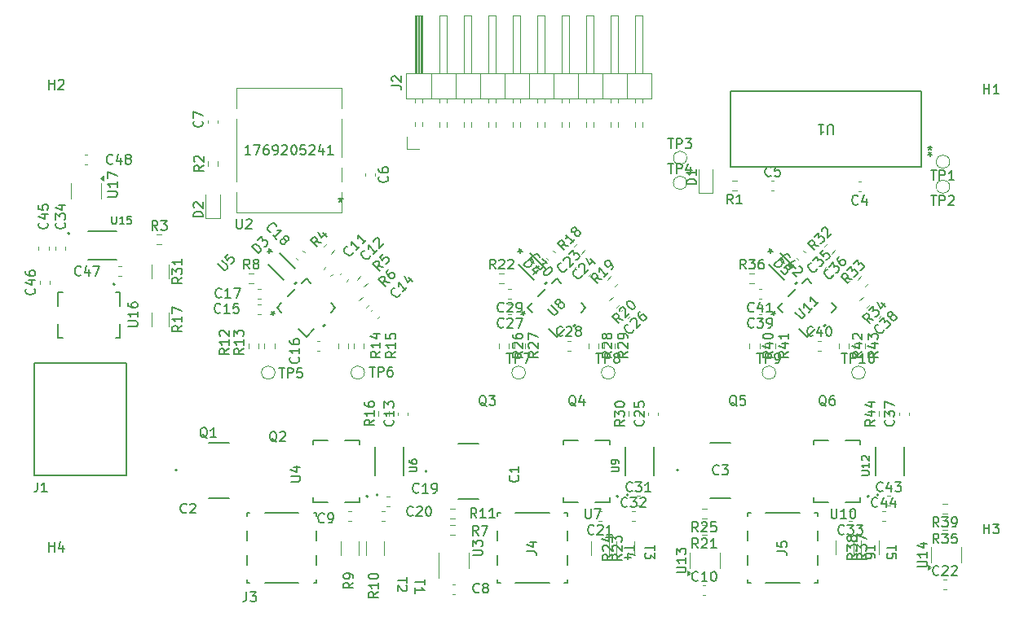
<source format=gbr>
%TF.GenerationSoftware,KiCad,Pcbnew,8.0.1*%
%TF.CreationDate,2024-03-29T13:27:46-04:00*%
%TF.ProjectId,Power_Stage,506f7765-725f-4537-9461-67652e6b6963,rev?*%
%TF.SameCoordinates,Original*%
%TF.FileFunction,Legend,Top*%
%TF.FilePolarity,Positive*%
%FSLAX46Y46*%
G04 Gerber Fmt 4.6, Leading zero omitted, Abs format (unit mm)*
G04 Created by KiCad (PCBNEW 8.0.1) date 2024-03-29 13:27:46*
%MOMM*%
%LPD*%
G01*
G04 APERTURE LIST*
%ADD10C,0.150000*%
%ADD11C,0.120000*%
%ADD12C,0.200000*%
%ADD13C,0.127000*%
%ADD14C,0.152400*%
%ADD15C,0.000000*%
G04 APERTURE END LIST*
D10*
X96254819Y-113438094D02*
X97064342Y-113438094D01*
X97064342Y-113438094D02*
X97159580Y-113390475D01*
X97159580Y-113390475D02*
X97207200Y-113342856D01*
X97207200Y-113342856D02*
X97254819Y-113247618D01*
X97254819Y-113247618D02*
X97254819Y-113057142D01*
X97254819Y-113057142D02*
X97207200Y-112961904D01*
X97207200Y-112961904D02*
X97159580Y-112914285D01*
X97159580Y-112914285D02*
X97064342Y-112866666D01*
X97064342Y-112866666D02*
X96254819Y-112866666D01*
X97254819Y-111866666D02*
X97254819Y-112438094D01*
X97254819Y-112152380D02*
X96254819Y-112152380D01*
X96254819Y-112152380D02*
X96397676Y-112247618D01*
X96397676Y-112247618D02*
X96492914Y-112342856D01*
X96492914Y-112342856D02*
X96540533Y-112438094D01*
X96254819Y-111533332D02*
X96254819Y-110866666D01*
X96254819Y-110866666D02*
X97254819Y-111295237D01*
X96757142Y-109959580D02*
X96709523Y-110007200D01*
X96709523Y-110007200D02*
X96566666Y-110054819D01*
X96566666Y-110054819D02*
X96471428Y-110054819D01*
X96471428Y-110054819D02*
X96328571Y-110007200D01*
X96328571Y-110007200D02*
X96233333Y-109911961D01*
X96233333Y-109911961D02*
X96185714Y-109816723D01*
X96185714Y-109816723D02*
X96138095Y-109626247D01*
X96138095Y-109626247D02*
X96138095Y-109483390D01*
X96138095Y-109483390D02*
X96185714Y-109292914D01*
X96185714Y-109292914D02*
X96233333Y-109197676D01*
X96233333Y-109197676D02*
X96328571Y-109102438D01*
X96328571Y-109102438D02*
X96471428Y-109054819D01*
X96471428Y-109054819D02*
X96566666Y-109054819D01*
X96566666Y-109054819D02*
X96709523Y-109102438D01*
X96709523Y-109102438D02*
X96757142Y-109150057D01*
X97614285Y-109388152D02*
X97614285Y-110054819D01*
X97376190Y-109007200D02*
X97138095Y-109721485D01*
X97138095Y-109721485D02*
X97757142Y-109721485D01*
X98280952Y-109483390D02*
X98185714Y-109435771D01*
X98185714Y-109435771D02*
X98138095Y-109388152D01*
X98138095Y-109388152D02*
X98090476Y-109292914D01*
X98090476Y-109292914D02*
X98090476Y-109245295D01*
X98090476Y-109245295D02*
X98138095Y-109150057D01*
X98138095Y-109150057D02*
X98185714Y-109102438D01*
X98185714Y-109102438D02*
X98280952Y-109054819D01*
X98280952Y-109054819D02*
X98471428Y-109054819D01*
X98471428Y-109054819D02*
X98566666Y-109102438D01*
X98566666Y-109102438D02*
X98614285Y-109150057D01*
X98614285Y-109150057D02*
X98661904Y-109245295D01*
X98661904Y-109245295D02*
X98661904Y-109292914D01*
X98661904Y-109292914D02*
X98614285Y-109388152D01*
X98614285Y-109388152D02*
X98566666Y-109435771D01*
X98566666Y-109435771D02*
X98471428Y-109483390D01*
X98471428Y-109483390D02*
X98280952Y-109483390D01*
X98280952Y-109483390D02*
X98185714Y-109531009D01*
X98185714Y-109531009D02*
X98138095Y-109578628D01*
X98138095Y-109578628D02*
X98090476Y-109673866D01*
X98090476Y-109673866D02*
X98090476Y-109864342D01*
X98090476Y-109864342D02*
X98138095Y-109959580D01*
X98138095Y-109959580D02*
X98185714Y-110007200D01*
X98185714Y-110007200D02*
X98280952Y-110054819D01*
X98280952Y-110054819D02*
X98471428Y-110054819D01*
X98471428Y-110054819D02*
X98566666Y-110007200D01*
X98566666Y-110007200D02*
X98614285Y-109959580D01*
X98614285Y-109959580D02*
X98661904Y-109864342D01*
X98661904Y-109864342D02*
X98661904Y-109673866D01*
X98661904Y-109673866D02*
X98614285Y-109578628D01*
X98614285Y-109578628D02*
X98566666Y-109531009D01*
X98566666Y-109531009D02*
X98471428Y-109483390D01*
X96709524Y-115462295D02*
X96709524Y-116109914D01*
X96709524Y-116109914D02*
X96747619Y-116186104D01*
X96747619Y-116186104D02*
X96785714Y-116224200D01*
X96785714Y-116224200D02*
X96861905Y-116262295D01*
X96861905Y-116262295D02*
X97014286Y-116262295D01*
X97014286Y-116262295D02*
X97090476Y-116224200D01*
X97090476Y-116224200D02*
X97128571Y-116186104D01*
X97128571Y-116186104D02*
X97166667Y-116109914D01*
X97166667Y-116109914D02*
X97166667Y-115462295D01*
X97966666Y-116262295D02*
X97509523Y-116262295D01*
X97738095Y-116262295D02*
X97738095Y-115462295D01*
X97738095Y-115462295D02*
X97661904Y-115576580D01*
X97661904Y-115576580D02*
X97585714Y-115652771D01*
X97585714Y-115652771D02*
X97509523Y-115690866D01*
X98690476Y-115462295D02*
X98309524Y-115462295D01*
X98309524Y-115462295D02*
X98271428Y-115843247D01*
X98271428Y-115843247D02*
X98309524Y-115805152D01*
X98309524Y-115805152D02*
X98385714Y-115767057D01*
X98385714Y-115767057D02*
X98576190Y-115767057D01*
X98576190Y-115767057D02*
X98652381Y-115805152D01*
X98652381Y-115805152D02*
X98690476Y-115843247D01*
X98690476Y-115843247D02*
X98728571Y-115919438D01*
X98728571Y-115919438D02*
X98728571Y-116109914D01*
X98728571Y-116109914D02*
X98690476Y-116186104D01*
X98690476Y-116186104D02*
X98652381Y-116224200D01*
X98652381Y-116224200D02*
X98576190Y-116262295D01*
X98576190Y-116262295D02*
X98385714Y-116262295D01*
X98385714Y-116262295D02*
X98309524Y-116224200D01*
X98309524Y-116224200D02*
X98271428Y-116186104D01*
X98354819Y-126938094D02*
X99164342Y-126938094D01*
X99164342Y-126938094D02*
X99259580Y-126890475D01*
X99259580Y-126890475D02*
X99307200Y-126842856D01*
X99307200Y-126842856D02*
X99354819Y-126747618D01*
X99354819Y-126747618D02*
X99354819Y-126557142D01*
X99354819Y-126557142D02*
X99307200Y-126461904D01*
X99307200Y-126461904D02*
X99259580Y-126414285D01*
X99259580Y-126414285D02*
X99164342Y-126366666D01*
X99164342Y-126366666D02*
X98354819Y-126366666D01*
X99354819Y-125366666D02*
X99354819Y-125938094D01*
X99354819Y-125652380D02*
X98354819Y-125652380D01*
X98354819Y-125652380D02*
X98497676Y-125747618D01*
X98497676Y-125747618D02*
X98592914Y-125842856D01*
X98592914Y-125842856D02*
X98640533Y-125938094D01*
X98354819Y-124509523D02*
X98354819Y-124699999D01*
X98354819Y-124699999D02*
X98402438Y-124795237D01*
X98402438Y-124795237D02*
X98450057Y-124842856D01*
X98450057Y-124842856D02*
X98592914Y-124938094D01*
X98592914Y-124938094D02*
X98783390Y-124985713D01*
X98783390Y-124985713D02*
X99164342Y-124985713D01*
X99164342Y-124985713D02*
X99259580Y-124938094D01*
X99259580Y-124938094D02*
X99307200Y-124890475D01*
X99307200Y-124890475D02*
X99354819Y-124795237D01*
X99354819Y-124795237D02*
X99354819Y-124604761D01*
X99354819Y-124604761D02*
X99307200Y-124509523D01*
X99307200Y-124509523D02*
X99259580Y-124461904D01*
X99259580Y-124461904D02*
X99164342Y-124414285D01*
X99164342Y-124414285D02*
X98926247Y-124414285D01*
X98926247Y-124414285D02*
X98831009Y-124461904D01*
X98831009Y-124461904D02*
X98783390Y-124509523D01*
X98783390Y-124509523D02*
X98735771Y-124604761D01*
X98735771Y-124604761D02*
X98735771Y-124795237D01*
X98735771Y-124795237D02*
X98783390Y-124890475D01*
X98783390Y-124890475D02*
X98831009Y-124938094D01*
X98831009Y-124938094D02*
X98926247Y-124985713D01*
X180354819Y-151938094D02*
X181164342Y-151938094D01*
X181164342Y-151938094D02*
X181259580Y-151890475D01*
X181259580Y-151890475D02*
X181307200Y-151842856D01*
X181307200Y-151842856D02*
X181354819Y-151747618D01*
X181354819Y-151747618D02*
X181354819Y-151557142D01*
X181354819Y-151557142D02*
X181307200Y-151461904D01*
X181307200Y-151461904D02*
X181259580Y-151414285D01*
X181259580Y-151414285D02*
X181164342Y-151366666D01*
X181164342Y-151366666D02*
X180354819Y-151366666D01*
X181354819Y-150366666D02*
X181354819Y-150938094D01*
X181354819Y-150652380D02*
X180354819Y-150652380D01*
X180354819Y-150652380D02*
X180497676Y-150747618D01*
X180497676Y-150747618D02*
X180592914Y-150842856D01*
X180592914Y-150842856D02*
X180640533Y-150938094D01*
X180688152Y-149509523D02*
X181354819Y-149509523D01*
X180307200Y-149747618D02*
X181021485Y-149985713D01*
X181021485Y-149985713D02*
X181021485Y-149366666D01*
X155304819Y-152538094D02*
X156114342Y-152538094D01*
X156114342Y-152538094D02*
X156209580Y-152490475D01*
X156209580Y-152490475D02*
X156257200Y-152442856D01*
X156257200Y-152442856D02*
X156304819Y-152347618D01*
X156304819Y-152347618D02*
X156304819Y-152157142D01*
X156304819Y-152157142D02*
X156257200Y-152061904D01*
X156257200Y-152061904D02*
X156209580Y-152014285D01*
X156209580Y-152014285D02*
X156114342Y-151966666D01*
X156114342Y-151966666D02*
X155304819Y-151966666D01*
X156304819Y-150966666D02*
X156304819Y-151538094D01*
X156304819Y-151252380D02*
X155304819Y-151252380D01*
X155304819Y-151252380D02*
X155447676Y-151347618D01*
X155447676Y-151347618D02*
X155542914Y-151442856D01*
X155542914Y-151442856D02*
X155590533Y-151538094D01*
X155304819Y-150633332D02*
X155304819Y-150014285D01*
X155304819Y-150014285D02*
X155685771Y-150347618D01*
X155685771Y-150347618D02*
X155685771Y-150204761D01*
X155685771Y-150204761D02*
X155733390Y-150109523D01*
X155733390Y-150109523D02*
X155781009Y-150061904D01*
X155781009Y-150061904D02*
X155876247Y-150014285D01*
X155876247Y-150014285D02*
X156114342Y-150014285D01*
X156114342Y-150014285D02*
X156209580Y-150061904D01*
X156209580Y-150061904D02*
X156257200Y-150109523D01*
X156257200Y-150109523D02*
X156304819Y-150204761D01*
X156304819Y-150204761D02*
X156304819Y-150490475D01*
X156304819Y-150490475D02*
X156257200Y-150585713D01*
X156257200Y-150585713D02*
X156209580Y-150633332D01*
X103974819Y-121842857D02*
X103498628Y-122176190D01*
X103974819Y-122414285D02*
X102974819Y-122414285D01*
X102974819Y-122414285D02*
X102974819Y-122033333D01*
X102974819Y-122033333D02*
X103022438Y-121938095D01*
X103022438Y-121938095D02*
X103070057Y-121890476D01*
X103070057Y-121890476D02*
X103165295Y-121842857D01*
X103165295Y-121842857D02*
X103308152Y-121842857D01*
X103308152Y-121842857D02*
X103403390Y-121890476D01*
X103403390Y-121890476D02*
X103451009Y-121938095D01*
X103451009Y-121938095D02*
X103498628Y-122033333D01*
X103498628Y-122033333D02*
X103498628Y-122414285D01*
X102974819Y-121509523D02*
X102974819Y-120890476D01*
X102974819Y-120890476D02*
X103355771Y-121223809D01*
X103355771Y-121223809D02*
X103355771Y-121080952D01*
X103355771Y-121080952D02*
X103403390Y-120985714D01*
X103403390Y-120985714D02*
X103451009Y-120938095D01*
X103451009Y-120938095D02*
X103546247Y-120890476D01*
X103546247Y-120890476D02*
X103784342Y-120890476D01*
X103784342Y-120890476D02*
X103879580Y-120938095D01*
X103879580Y-120938095D02*
X103927200Y-120985714D01*
X103927200Y-120985714D02*
X103974819Y-121080952D01*
X103974819Y-121080952D02*
X103974819Y-121366666D01*
X103974819Y-121366666D02*
X103927200Y-121461904D01*
X103927200Y-121461904D02*
X103879580Y-121509523D01*
X103974819Y-119938095D02*
X103974819Y-120509523D01*
X103974819Y-120223809D02*
X102974819Y-120223809D01*
X102974819Y-120223809D02*
X103117676Y-120319047D01*
X103117676Y-120319047D02*
X103212914Y-120414285D01*
X103212914Y-120414285D02*
X103260533Y-120509523D01*
X103974819Y-126842857D02*
X103498628Y-127176190D01*
X103974819Y-127414285D02*
X102974819Y-127414285D01*
X102974819Y-127414285D02*
X102974819Y-127033333D01*
X102974819Y-127033333D02*
X103022438Y-126938095D01*
X103022438Y-126938095D02*
X103070057Y-126890476D01*
X103070057Y-126890476D02*
X103165295Y-126842857D01*
X103165295Y-126842857D02*
X103308152Y-126842857D01*
X103308152Y-126842857D02*
X103403390Y-126890476D01*
X103403390Y-126890476D02*
X103451009Y-126938095D01*
X103451009Y-126938095D02*
X103498628Y-127033333D01*
X103498628Y-127033333D02*
X103498628Y-127414285D01*
X103974819Y-125890476D02*
X103974819Y-126461904D01*
X103974819Y-126176190D02*
X102974819Y-126176190D01*
X102974819Y-126176190D02*
X103117676Y-126271428D01*
X103117676Y-126271428D02*
X103212914Y-126366666D01*
X103212914Y-126366666D02*
X103260533Y-126461904D01*
X102974819Y-125557142D02*
X102974819Y-124890476D01*
X102974819Y-124890476D02*
X103974819Y-125319047D01*
X101433333Y-116924819D02*
X101100000Y-116448628D01*
X100861905Y-116924819D02*
X100861905Y-115924819D01*
X100861905Y-115924819D02*
X101242857Y-115924819D01*
X101242857Y-115924819D02*
X101338095Y-115972438D01*
X101338095Y-115972438D02*
X101385714Y-116020057D01*
X101385714Y-116020057D02*
X101433333Y-116115295D01*
X101433333Y-116115295D02*
X101433333Y-116258152D01*
X101433333Y-116258152D02*
X101385714Y-116353390D01*
X101385714Y-116353390D02*
X101338095Y-116401009D01*
X101338095Y-116401009D02*
X101242857Y-116448628D01*
X101242857Y-116448628D02*
X100861905Y-116448628D01*
X101766667Y-115924819D02*
X102385714Y-115924819D01*
X102385714Y-115924819D02*
X102052381Y-116305771D01*
X102052381Y-116305771D02*
X102195238Y-116305771D01*
X102195238Y-116305771D02*
X102290476Y-116353390D01*
X102290476Y-116353390D02*
X102338095Y-116401009D01*
X102338095Y-116401009D02*
X102385714Y-116496247D01*
X102385714Y-116496247D02*
X102385714Y-116734342D01*
X102385714Y-116734342D02*
X102338095Y-116829580D01*
X102338095Y-116829580D02*
X102290476Y-116877200D01*
X102290476Y-116877200D02*
X102195238Y-116924819D01*
X102195238Y-116924819D02*
X101909524Y-116924819D01*
X101909524Y-116924819D02*
X101814286Y-116877200D01*
X101814286Y-116877200D02*
X101766667Y-116829580D01*
X93457142Y-121559580D02*
X93409523Y-121607200D01*
X93409523Y-121607200D02*
X93266666Y-121654819D01*
X93266666Y-121654819D02*
X93171428Y-121654819D01*
X93171428Y-121654819D02*
X93028571Y-121607200D01*
X93028571Y-121607200D02*
X92933333Y-121511961D01*
X92933333Y-121511961D02*
X92885714Y-121416723D01*
X92885714Y-121416723D02*
X92838095Y-121226247D01*
X92838095Y-121226247D02*
X92838095Y-121083390D01*
X92838095Y-121083390D02*
X92885714Y-120892914D01*
X92885714Y-120892914D02*
X92933333Y-120797676D01*
X92933333Y-120797676D02*
X93028571Y-120702438D01*
X93028571Y-120702438D02*
X93171428Y-120654819D01*
X93171428Y-120654819D02*
X93266666Y-120654819D01*
X93266666Y-120654819D02*
X93409523Y-120702438D01*
X93409523Y-120702438D02*
X93457142Y-120750057D01*
X94314285Y-120988152D02*
X94314285Y-121654819D01*
X94076190Y-120607200D02*
X93838095Y-121321485D01*
X93838095Y-121321485D02*
X94457142Y-121321485D01*
X94742857Y-120654819D02*
X95409523Y-120654819D01*
X95409523Y-120654819D02*
X94980952Y-121654819D01*
X88629580Y-123005357D02*
X88677200Y-123052976D01*
X88677200Y-123052976D02*
X88724819Y-123195833D01*
X88724819Y-123195833D02*
X88724819Y-123291071D01*
X88724819Y-123291071D02*
X88677200Y-123433928D01*
X88677200Y-123433928D02*
X88581961Y-123529166D01*
X88581961Y-123529166D02*
X88486723Y-123576785D01*
X88486723Y-123576785D02*
X88296247Y-123624404D01*
X88296247Y-123624404D02*
X88153390Y-123624404D01*
X88153390Y-123624404D02*
X87962914Y-123576785D01*
X87962914Y-123576785D02*
X87867676Y-123529166D01*
X87867676Y-123529166D02*
X87772438Y-123433928D01*
X87772438Y-123433928D02*
X87724819Y-123291071D01*
X87724819Y-123291071D02*
X87724819Y-123195833D01*
X87724819Y-123195833D02*
X87772438Y-123052976D01*
X87772438Y-123052976D02*
X87820057Y-123005357D01*
X88058152Y-122148214D02*
X88724819Y-122148214D01*
X87677200Y-122386309D02*
X88391485Y-122624404D01*
X88391485Y-122624404D02*
X88391485Y-122005357D01*
X87724819Y-121195833D02*
X87724819Y-121386309D01*
X87724819Y-121386309D02*
X87772438Y-121481547D01*
X87772438Y-121481547D02*
X87820057Y-121529166D01*
X87820057Y-121529166D02*
X87962914Y-121624404D01*
X87962914Y-121624404D02*
X88153390Y-121672023D01*
X88153390Y-121672023D02*
X88534342Y-121672023D01*
X88534342Y-121672023D02*
X88629580Y-121624404D01*
X88629580Y-121624404D02*
X88677200Y-121576785D01*
X88677200Y-121576785D02*
X88724819Y-121481547D01*
X88724819Y-121481547D02*
X88724819Y-121291071D01*
X88724819Y-121291071D02*
X88677200Y-121195833D01*
X88677200Y-121195833D02*
X88629580Y-121148214D01*
X88629580Y-121148214D02*
X88534342Y-121100595D01*
X88534342Y-121100595D02*
X88296247Y-121100595D01*
X88296247Y-121100595D02*
X88201009Y-121148214D01*
X88201009Y-121148214D02*
X88153390Y-121195833D01*
X88153390Y-121195833D02*
X88105771Y-121291071D01*
X88105771Y-121291071D02*
X88105771Y-121481547D01*
X88105771Y-121481547D02*
X88153390Y-121576785D01*
X88153390Y-121576785D02*
X88201009Y-121624404D01*
X88201009Y-121624404D02*
X88296247Y-121672023D01*
X89959580Y-116142857D02*
X90007200Y-116190476D01*
X90007200Y-116190476D02*
X90054819Y-116333333D01*
X90054819Y-116333333D02*
X90054819Y-116428571D01*
X90054819Y-116428571D02*
X90007200Y-116571428D01*
X90007200Y-116571428D02*
X89911961Y-116666666D01*
X89911961Y-116666666D02*
X89816723Y-116714285D01*
X89816723Y-116714285D02*
X89626247Y-116761904D01*
X89626247Y-116761904D02*
X89483390Y-116761904D01*
X89483390Y-116761904D02*
X89292914Y-116714285D01*
X89292914Y-116714285D02*
X89197676Y-116666666D01*
X89197676Y-116666666D02*
X89102438Y-116571428D01*
X89102438Y-116571428D02*
X89054819Y-116428571D01*
X89054819Y-116428571D02*
X89054819Y-116333333D01*
X89054819Y-116333333D02*
X89102438Y-116190476D01*
X89102438Y-116190476D02*
X89150057Y-116142857D01*
X89388152Y-115285714D02*
X90054819Y-115285714D01*
X89007200Y-115523809D02*
X89721485Y-115761904D01*
X89721485Y-115761904D02*
X89721485Y-115142857D01*
X89054819Y-114285714D02*
X89054819Y-114761904D01*
X89054819Y-114761904D02*
X89531009Y-114809523D01*
X89531009Y-114809523D02*
X89483390Y-114761904D01*
X89483390Y-114761904D02*
X89435771Y-114666666D01*
X89435771Y-114666666D02*
X89435771Y-114428571D01*
X89435771Y-114428571D02*
X89483390Y-114333333D01*
X89483390Y-114333333D02*
X89531009Y-114285714D01*
X89531009Y-114285714D02*
X89626247Y-114238095D01*
X89626247Y-114238095D02*
X89864342Y-114238095D01*
X89864342Y-114238095D02*
X89959580Y-114285714D01*
X89959580Y-114285714D02*
X90007200Y-114333333D01*
X90007200Y-114333333D02*
X90054819Y-114428571D01*
X90054819Y-114428571D02*
X90054819Y-114666666D01*
X90054819Y-114666666D02*
X90007200Y-114761904D01*
X90007200Y-114761904D02*
X89959580Y-114809523D01*
X91759580Y-116142857D02*
X91807200Y-116190476D01*
X91807200Y-116190476D02*
X91854819Y-116333333D01*
X91854819Y-116333333D02*
X91854819Y-116428571D01*
X91854819Y-116428571D02*
X91807200Y-116571428D01*
X91807200Y-116571428D02*
X91711961Y-116666666D01*
X91711961Y-116666666D02*
X91616723Y-116714285D01*
X91616723Y-116714285D02*
X91426247Y-116761904D01*
X91426247Y-116761904D02*
X91283390Y-116761904D01*
X91283390Y-116761904D02*
X91092914Y-116714285D01*
X91092914Y-116714285D02*
X90997676Y-116666666D01*
X90997676Y-116666666D02*
X90902438Y-116571428D01*
X90902438Y-116571428D02*
X90854819Y-116428571D01*
X90854819Y-116428571D02*
X90854819Y-116333333D01*
X90854819Y-116333333D02*
X90902438Y-116190476D01*
X90902438Y-116190476D02*
X90950057Y-116142857D01*
X90854819Y-115809523D02*
X90854819Y-115190476D01*
X90854819Y-115190476D02*
X91235771Y-115523809D01*
X91235771Y-115523809D02*
X91235771Y-115380952D01*
X91235771Y-115380952D02*
X91283390Y-115285714D01*
X91283390Y-115285714D02*
X91331009Y-115238095D01*
X91331009Y-115238095D02*
X91426247Y-115190476D01*
X91426247Y-115190476D02*
X91664342Y-115190476D01*
X91664342Y-115190476D02*
X91759580Y-115238095D01*
X91759580Y-115238095D02*
X91807200Y-115285714D01*
X91807200Y-115285714D02*
X91854819Y-115380952D01*
X91854819Y-115380952D02*
X91854819Y-115666666D01*
X91854819Y-115666666D02*
X91807200Y-115761904D01*
X91807200Y-115761904D02*
X91759580Y-115809523D01*
X91188152Y-114333333D02*
X91854819Y-114333333D01*
X90807200Y-114571428D02*
X91521485Y-114809523D01*
X91521485Y-114809523D02*
X91521485Y-114190476D01*
X182557142Y-152729580D02*
X182509523Y-152777200D01*
X182509523Y-152777200D02*
X182366666Y-152824819D01*
X182366666Y-152824819D02*
X182271428Y-152824819D01*
X182271428Y-152824819D02*
X182128571Y-152777200D01*
X182128571Y-152777200D02*
X182033333Y-152681961D01*
X182033333Y-152681961D02*
X181985714Y-152586723D01*
X181985714Y-152586723D02*
X181938095Y-152396247D01*
X181938095Y-152396247D02*
X181938095Y-152253390D01*
X181938095Y-152253390D02*
X181985714Y-152062914D01*
X181985714Y-152062914D02*
X182033333Y-151967676D01*
X182033333Y-151967676D02*
X182128571Y-151872438D01*
X182128571Y-151872438D02*
X182271428Y-151824819D01*
X182271428Y-151824819D02*
X182366666Y-151824819D01*
X182366666Y-151824819D02*
X182509523Y-151872438D01*
X182509523Y-151872438D02*
X182557142Y-151920057D01*
X182938095Y-151920057D02*
X182985714Y-151872438D01*
X182985714Y-151872438D02*
X183080952Y-151824819D01*
X183080952Y-151824819D02*
X183319047Y-151824819D01*
X183319047Y-151824819D02*
X183414285Y-151872438D01*
X183414285Y-151872438D02*
X183461904Y-151920057D01*
X183461904Y-151920057D02*
X183509523Y-152015295D01*
X183509523Y-152015295D02*
X183509523Y-152110533D01*
X183509523Y-152110533D02*
X183461904Y-152253390D01*
X183461904Y-152253390D02*
X182890476Y-152824819D01*
X182890476Y-152824819D02*
X183509523Y-152824819D01*
X183890476Y-151920057D02*
X183938095Y-151872438D01*
X183938095Y-151872438D02*
X184033333Y-151824819D01*
X184033333Y-151824819D02*
X184271428Y-151824819D01*
X184271428Y-151824819D02*
X184366666Y-151872438D01*
X184366666Y-151872438D02*
X184414285Y-151920057D01*
X184414285Y-151920057D02*
X184461904Y-152015295D01*
X184461904Y-152015295D02*
X184461904Y-152110533D01*
X184461904Y-152110533D02*
X184414285Y-152253390D01*
X184414285Y-152253390D02*
X183842857Y-152824819D01*
X183842857Y-152824819D02*
X184461904Y-152824819D01*
X157557142Y-153329580D02*
X157509523Y-153377200D01*
X157509523Y-153377200D02*
X157366666Y-153424819D01*
X157366666Y-153424819D02*
X157271428Y-153424819D01*
X157271428Y-153424819D02*
X157128571Y-153377200D01*
X157128571Y-153377200D02*
X157033333Y-153281961D01*
X157033333Y-153281961D02*
X156985714Y-153186723D01*
X156985714Y-153186723D02*
X156938095Y-152996247D01*
X156938095Y-152996247D02*
X156938095Y-152853390D01*
X156938095Y-152853390D02*
X156985714Y-152662914D01*
X156985714Y-152662914D02*
X157033333Y-152567676D01*
X157033333Y-152567676D02*
X157128571Y-152472438D01*
X157128571Y-152472438D02*
X157271428Y-152424819D01*
X157271428Y-152424819D02*
X157366666Y-152424819D01*
X157366666Y-152424819D02*
X157509523Y-152472438D01*
X157509523Y-152472438D02*
X157557142Y-152520057D01*
X158509523Y-153424819D02*
X157938095Y-153424819D01*
X158223809Y-153424819D02*
X158223809Y-152424819D01*
X158223809Y-152424819D02*
X158128571Y-152567676D01*
X158128571Y-152567676D02*
X158033333Y-152662914D01*
X158033333Y-152662914D02*
X157938095Y-152710533D01*
X159128571Y-152424819D02*
X159223809Y-152424819D01*
X159223809Y-152424819D02*
X159319047Y-152472438D01*
X159319047Y-152472438D02*
X159366666Y-152520057D01*
X159366666Y-152520057D02*
X159414285Y-152615295D01*
X159414285Y-152615295D02*
X159461904Y-152805771D01*
X159461904Y-152805771D02*
X159461904Y-153043866D01*
X159461904Y-153043866D02*
X159414285Y-153234342D01*
X159414285Y-153234342D02*
X159366666Y-153329580D01*
X159366666Y-153329580D02*
X159319047Y-153377200D01*
X159319047Y-153377200D02*
X159223809Y-153424819D01*
X159223809Y-153424819D02*
X159128571Y-153424819D01*
X159128571Y-153424819D02*
X159033333Y-153377200D01*
X159033333Y-153377200D02*
X158985714Y-153329580D01*
X158985714Y-153329580D02*
X158938095Y-153234342D01*
X158938095Y-153234342D02*
X158890476Y-153043866D01*
X158890476Y-153043866D02*
X158890476Y-152805771D01*
X158890476Y-152805771D02*
X158938095Y-152615295D01*
X158938095Y-152615295D02*
X158985714Y-152520057D01*
X158985714Y-152520057D02*
X159033333Y-152472438D01*
X159033333Y-152472438D02*
X159128571Y-152424819D01*
X174529294Y-142415475D02*
X175176913Y-142415475D01*
X175176913Y-142415475D02*
X175253103Y-142377380D01*
X175253103Y-142377380D02*
X175291199Y-142339285D01*
X175291199Y-142339285D02*
X175329294Y-142263094D01*
X175329294Y-142263094D02*
X175329294Y-142110713D01*
X175329294Y-142110713D02*
X175291199Y-142034523D01*
X175291199Y-142034523D02*
X175253103Y-141996428D01*
X175253103Y-141996428D02*
X175176913Y-141958332D01*
X175176913Y-141958332D02*
X174529294Y-141958332D01*
X175329294Y-141158333D02*
X175329294Y-141615476D01*
X175329294Y-141386904D02*
X174529294Y-141386904D01*
X174529294Y-141386904D02*
X174643579Y-141463095D01*
X174643579Y-141463095D02*
X174719770Y-141539285D01*
X174719770Y-141539285D02*
X174757865Y-141615476D01*
X174605484Y-140853571D02*
X174567389Y-140815475D01*
X174567389Y-140815475D02*
X174529294Y-140739285D01*
X174529294Y-140739285D02*
X174529294Y-140548809D01*
X174529294Y-140548809D02*
X174567389Y-140472618D01*
X174567389Y-140472618D02*
X174605484Y-140434523D01*
X174605484Y-140434523D02*
X174681675Y-140396428D01*
X174681675Y-140396428D02*
X174757865Y-140396428D01*
X174757865Y-140396428D02*
X174872151Y-140434523D01*
X174872151Y-140434523D02*
X175329294Y-140891666D01*
X175329294Y-140891666D02*
X175329294Y-140396428D01*
X150207142Y-145629580D02*
X150159523Y-145677200D01*
X150159523Y-145677200D02*
X150016666Y-145724819D01*
X150016666Y-145724819D02*
X149921428Y-145724819D01*
X149921428Y-145724819D02*
X149778571Y-145677200D01*
X149778571Y-145677200D02*
X149683333Y-145581961D01*
X149683333Y-145581961D02*
X149635714Y-145486723D01*
X149635714Y-145486723D02*
X149588095Y-145296247D01*
X149588095Y-145296247D02*
X149588095Y-145153390D01*
X149588095Y-145153390D02*
X149635714Y-144962914D01*
X149635714Y-144962914D02*
X149683333Y-144867676D01*
X149683333Y-144867676D02*
X149778571Y-144772438D01*
X149778571Y-144772438D02*
X149921428Y-144724819D01*
X149921428Y-144724819D02*
X150016666Y-144724819D01*
X150016666Y-144724819D02*
X150159523Y-144772438D01*
X150159523Y-144772438D02*
X150207142Y-144820057D01*
X150540476Y-144724819D02*
X151159523Y-144724819D01*
X151159523Y-144724819D02*
X150826190Y-145105771D01*
X150826190Y-145105771D02*
X150969047Y-145105771D01*
X150969047Y-145105771D02*
X151064285Y-145153390D01*
X151064285Y-145153390D02*
X151111904Y-145201009D01*
X151111904Y-145201009D02*
X151159523Y-145296247D01*
X151159523Y-145296247D02*
X151159523Y-145534342D01*
X151159523Y-145534342D02*
X151111904Y-145629580D01*
X151111904Y-145629580D02*
X151064285Y-145677200D01*
X151064285Y-145677200D02*
X150969047Y-145724819D01*
X150969047Y-145724819D02*
X150683333Y-145724819D01*
X150683333Y-145724819D02*
X150588095Y-145677200D01*
X150588095Y-145677200D02*
X150540476Y-145629580D01*
X151540476Y-144820057D02*
X151588095Y-144772438D01*
X151588095Y-144772438D02*
X151683333Y-144724819D01*
X151683333Y-144724819D02*
X151921428Y-144724819D01*
X151921428Y-144724819D02*
X152016666Y-144772438D01*
X152016666Y-144772438D02*
X152064285Y-144820057D01*
X152064285Y-144820057D02*
X152111904Y-144915295D01*
X152111904Y-144915295D02*
X152111904Y-145010533D01*
X152111904Y-145010533D02*
X152064285Y-145153390D01*
X152064285Y-145153390D02*
X151492857Y-145724819D01*
X151492857Y-145724819D02*
X152111904Y-145724819D01*
X181738095Y-113302819D02*
X182309523Y-113302819D01*
X182023809Y-114302819D02*
X182023809Y-113302819D01*
X182642857Y-114302819D02*
X182642857Y-113302819D01*
X182642857Y-113302819D02*
X183023809Y-113302819D01*
X183023809Y-113302819D02*
X183119047Y-113350438D01*
X183119047Y-113350438D02*
X183166666Y-113398057D01*
X183166666Y-113398057D02*
X183214285Y-113493295D01*
X183214285Y-113493295D02*
X183214285Y-113636152D01*
X183214285Y-113636152D02*
X183166666Y-113731390D01*
X183166666Y-113731390D02*
X183119047Y-113779009D01*
X183119047Y-113779009D02*
X183023809Y-113826628D01*
X183023809Y-113826628D02*
X182642857Y-113826628D01*
X183595238Y-113398057D02*
X183642857Y-113350438D01*
X183642857Y-113350438D02*
X183738095Y-113302819D01*
X183738095Y-113302819D02*
X183976190Y-113302819D01*
X183976190Y-113302819D02*
X184071428Y-113350438D01*
X184071428Y-113350438D02*
X184119047Y-113398057D01*
X184119047Y-113398057D02*
X184166666Y-113493295D01*
X184166666Y-113493295D02*
X184166666Y-113588533D01*
X184166666Y-113588533D02*
X184119047Y-113731390D01*
X184119047Y-113731390D02*
X183547619Y-114302819D01*
X183547619Y-114302819D02*
X184166666Y-114302819D01*
X129145180Y-153238095D02*
X129145180Y-153809523D01*
X128145180Y-153523809D02*
X129145180Y-153523809D01*
X128145180Y-154666666D02*
X128145180Y-154095238D01*
X128145180Y-154380952D02*
X129145180Y-154380952D01*
X129145180Y-154380952D02*
X129002323Y-154285714D01*
X129002323Y-154285714D02*
X128907085Y-154190476D01*
X128907085Y-154190476D02*
X128859466Y-154095238D01*
X106604761Y-138550057D02*
X106509523Y-138502438D01*
X106509523Y-138502438D02*
X106414285Y-138407200D01*
X106414285Y-138407200D02*
X106271428Y-138264342D01*
X106271428Y-138264342D02*
X106176190Y-138216723D01*
X106176190Y-138216723D02*
X106080952Y-138216723D01*
X106128571Y-138454819D02*
X106033333Y-138407200D01*
X106033333Y-138407200D02*
X105938095Y-138311961D01*
X105938095Y-138311961D02*
X105890476Y-138121485D01*
X105890476Y-138121485D02*
X105890476Y-137788152D01*
X105890476Y-137788152D02*
X105938095Y-137597676D01*
X105938095Y-137597676D02*
X106033333Y-137502438D01*
X106033333Y-137502438D02*
X106128571Y-137454819D01*
X106128571Y-137454819D02*
X106319047Y-137454819D01*
X106319047Y-137454819D02*
X106414285Y-137502438D01*
X106414285Y-137502438D02*
X106509523Y-137597676D01*
X106509523Y-137597676D02*
X106557142Y-137788152D01*
X106557142Y-137788152D02*
X106557142Y-138121485D01*
X106557142Y-138121485D02*
X106509523Y-138311961D01*
X106509523Y-138311961D02*
X106414285Y-138407200D01*
X106414285Y-138407200D02*
X106319047Y-138454819D01*
X106319047Y-138454819D02*
X106128571Y-138454819D01*
X107509523Y-138454819D02*
X106938095Y-138454819D01*
X107223809Y-138454819D02*
X107223809Y-137454819D01*
X107223809Y-137454819D02*
X107128571Y-137597676D01*
X107128571Y-137597676D02*
X107033333Y-137692914D01*
X107033333Y-137692914D02*
X106938095Y-137740533D01*
X108057142Y-123859580D02*
X108009523Y-123907200D01*
X108009523Y-123907200D02*
X107866666Y-123954819D01*
X107866666Y-123954819D02*
X107771428Y-123954819D01*
X107771428Y-123954819D02*
X107628571Y-123907200D01*
X107628571Y-123907200D02*
X107533333Y-123811961D01*
X107533333Y-123811961D02*
X107485714Y-123716723D01*
X107485714Y-123716723D02*
X107438095Y-123526247D01*
X107438095Y-123526247D02*
X107438095Y-123383390D01*
X107438095Y-123383390D02*
X107485714Y-123192914D01*
X107485714Y-123192914D02*
X107533333Y-123097676D01*
X107533333Y-123097676D02*
X107628571Y-123002438D01*
X107628571Y-123002438D02*
X107771428Y-122954819D01*
X107771428Y-122954819D02*
X107866666Y-122954819D01*
X107866666Y-122954819D02*
X108009523Y-123002438D01*
X108009523Y-123002438D02*
X108057142Y-123050057D01*
X109009523Y-123954819D02*
X108438095Y-123954819D01*
X108723809Y-123954819D02*
X108723809Y-122954819D01*
X108723809Y-122954819D02*
X108628571Y-123097676D01*
X108628571Y-123097676D02*
X108533333Y-123192914D01*
X108533333Y-123192914D02*
X108438095Y-123240533D01*
X109342857Y-122954819D02*
X110009523Y-122954819D01*
X110009523Y-122954819D02*
X109580952Y-123954819D01*
X90138095Y-150354819D02*
X90138095Y-149354819D01*
X90138095Y-149831009D02*
X90709523Y-149831009D01*
X90709523Y-150354819D02*
X90709523Y-149354819D01*
X91614285Y-149688152D02*
X91614285Y-150354819D01*
X91376190Y-149307200D02*
X91138095Y-150021485D01*
X91138095Y-150021485D02*
X91757142Y-150021485D01*
X187238095Y-148474618D02*
X187238095Y-147474618D01*
X187238095Y-147950808D02*
X187809523Y-147950808D01*
X187809523Y-148474618D02*
X187809523Y-147474618D01*
X188190476Y-147474618D02*
X188809523Y-147474618D01*
X188809523Y-147474618D02*
X188476190Y-147855570D01*
X188476190Y-147855570D02*
X188619047Y-147855570D01*
X188619047Y-147855570D02*
X188714285Y-147903189D01*
X188714285Y-147903189D02*
X188761904Y-147950808D01*
X188761904Y-147950808D02*
X188809523Y-148046046D01*
X188809523Y-148046046D02*
X188809523Y-148284141D01*
X188809523Y-148284141D02*
X188761904Y-148379379D01*
X188761904Y-148379379D02*
X188714285Y-148426999D01*
X188714285Y-148426999D02*
X188619047Y-148474618D01*
X188619047Y-148474618D02*
X188333333Y-148474618D01*
X188333333Y-148474618D02*
X188238095Y-148426999D01*
X188238095Y-148426999D02*
X188190476Y-148379379D01*
X111899693Y-119343517D02*
X111192587Y-118636410D01*
X111192587Y-118636410D02*
X111360945Y-118468051D01*
X111360945Y-118468051D02*
X111495632Y-118400708D01*
X111495632Y-118400708D02*
X111630319Y-118400708D01*
X111630319Y-118400708D02*
X111731335Y-118434380D01*
X111731335Y-118434380D02*
X111899693Y-118535395D01*
X111899693Y-118535395D02*
X112000709Y-118636410D01*
X112000709Y-118636410D02*
X112101724Y-118804769D01*
X112101724Y-118804769D02*
X112135396Y-118905784D01*
X112135396Y-118905784D02*
X112135396Y-119040471D01*
X112135396Y-119040471D02*
X112068052Y-119175158D01*
X112068052Y-119175158D02*
X111899693Y-119343517D01*
X111832350Y-117996647D02*
X112270083Y-117558914D01*
X112270083Y-117558914D02*
X112303754Y-118063990D01*
X112303754Y-118063990D02*
X112404770Y-117962975D01*
X112404770Y-117962975D02*
X112505785Y-117929303D01*
X112505785Y-117929303D02*
X112573128Y-117929303D01*
X112573128Y-117929303D02*
X112674144Y-117962975D01*
X112674144Y-117962975D02*
X112842502Y-118131334D01*
X112842502Y-118131334D02*
X112876174Y-118232349D01*
X112876174Y-118232349D02*
X112876174Y-118299693D01*
X112876174Y-118299693D02*
X112842502Y-118400708D01*
X112842502Y-118400708D02*
X112640472Y-118602738D01*
X112640472Y-118602738D02*
X112539457Y-118636410D01*
X112539457Y-118636410D02*
X112472113Y-118636410D01*
X113248662Y-118903958D02*
X113080303Y-119072316D01*
X112979288Y-118836614D02*
X113080303Y-119072316D01*
X113080303Y-119072316D02*
X113316005Y-119173332D01*
X112844601Y-119105988D02*
X113080303Y-119072316D01*
X113080303Y-119072316D02*
X113046631Y-119308019D01*
X113248662Y-118903958D02*
X113080303Y-119072316D01*
X112979288Y-118836614D02*
X113080303Y-119072316D01*
X113080303Y-119072316D02*
X113316005Y-119173332D01*
X112844601Y-119105988D02*
X113080303Y-119072316D01*
X113080303Y-119072316D02*
X113046631Y-119308019D01*
X177854578Y-136656657D02*
X177902198Y-136704276D01*
X177902198Y-136704276D02*
X177949817Y-136847133D01*
X177949817Y-136847133D02*
X177949817Y-136942371D01*
X177949817Y-136942371D02*
X177902198Y-137085228D01*
X177902198Y-137085228D02*
X177806959Y-137180466D01*
X177806959Y-137180466D02*
X177711721Y-137228085D01*
X177711721Y-137228085D02*
X177521245Y-137275704D01*
X177521245Y-137275704D02*
X177378388Y-137275704D01*
X177378388Y-137275704D02*
X177187912Y-137228085D01*
X177187912Y-137228085D02*
X177092674Y-137180466D01*
X177092674Y-137180466D02*
X176997436Y-137085228D01*
X176997436Y-137085228D02*
X176949817Y-136942371D01*
X176949817Y-136942371D02*
X176949817Y-136847133D01*
X176949817Y-136847133D02*
X176997436Y-136704276D01*
X176997436Y-136704276D02*
X177045055Y-136656657D01*
X176949817Y-136323323D02*
X176949817Y-135704276D01*
X176949817Y-135704276D02*
X177330769Y-136037609D01*
X177330769Y-136037609D02*
X177330769Y-135894752D01*
X177330769Y-135894752D02*
X177378388Y-135799514D01*
X177378388Y-135799514D02*
X177426007Y-135751895D01*
X177426007Y-135751895D02*
X177521245Y-135704276D01*
X177521245Y-135704276D02*
X177759340Y-135704276D01*
X177759340Y-135704276D02*
X177854578Y-135751895D01*
X177854578Y-135751895D02*
X177902198Y-135799514D01*
X177902198Y-135799514D02*
X177949817Y-135894752D01*
X177949817Y-135894752D02*
X177949817Y-136180466D01*
X177949817Y-136180466D02*
X177902198Y-136275704D01*
X177902198Y-136275704D02*
X177854578Y-136323323D01*
X176949817Y-135370942D02*
X176949817Y-134704276D01*
X176949817Y-134704276D02*
X177949817Y-135132847D01*
X88966666Y-143154819D02*
X88966666Y-143869104D01*
X88966666Y-143869104D02*
X88919047Y-144011961D01*
X88919047Y-144011961D02*
X88823809Y-144107200D01*
X88823809Y-144107200D02*
X88680952Y-144154819D01*
X88680952Y-144154819D02*
X88585714Y-144154819D01*
X89966666Y-144154819D02*
X89395238Y-144154819D01*
X89680952Y-144154819D02*
X89680952Y-143154819D01*
X89680952Y-143154819D02*
X89585714Y-143297676D01*
X89585714Y-143297676D02*
X89490476Y-143392914D01*
X89490476Y-143392914D02*
X89395238Y-143440533D01*
X124554819Y-129542857D02*
X124078628Y-129876190D01*
X124554819Y-130114285D02*
X123554819Y-130114285D01*
X123554819Y-130114285D02*
X123554819Y-129733333D01*
X123554819Y-129733333D02*
X123602438Y-129638095D01*
X123602438Y-129638095D02*
X123650057Y-129590476D01*
X123650057Y-129590476D02*
X123745295Y-129542857D01*
X123745295Y-129542857D02*
X123888152Y-129542857D01*
X123888152Y-129542857D02*
X123983390Y-129590476D01*
X123983390Y-129590476D02*
X124031009Y-129638095D01*
X124031009Y-129638095D02*
X124078628Y-129733333D01*
X124078628Y-129733333D02*
X124078628Y-130114285D01*
X124554819Y-128590476D02*
X124554819Y-129161904D01*
X124554819Y-128876190D02*
X123554819Y-128876190D01*
X123554819Y-128876190D02*
X123697676Y-128971428D01*
X123697676Y-128971428D02*
X123792914Y-129066666D01*
X123792914Y-129066666D02*
X123840533Y-129161904D01*
X123888152Y-127733333D02*
X124554819Y-127733333D01*
X123507200Y-127971428D02*
X124221485Y-128209523D01*
X124221485Y-128209523D02*
X124221485Y-127590476D01*
X157557142Y-149984819D02*
X157223809Y-149508628D01*
X156985714Y-149984819D02*
X156985714Y-148984819D01*
X156985714Y-148984819D02*
X157366666Y-148984819D01*
X157366666Y-148984819D02*
X157461904Y-149032438D01*
X157461904Y-149032438D02*
X157509523Y-149080057D01*
X157509523Y-149080057D02*
X157557142Y-149175295D01*
X157557142Y-149175295D02*
X157557142Y-149318152D01*
X157557142Y-149318152D02*
X157509523Y-149413390D01*
X157509523Y-149413390D02*
X157461904Y-149461009D01*
X157461904Y-149461009D02*
X157366666Y-149508628D01*
X157366666Y-149508628D02*
X156985714Y-149508628D01*
X157938095Y-149080057D02*
X157985714Y-149032438D01*
X157985714Y-149032438D02*
X158080952Y-148984819D01*
X158080952Y-148984819D02*
X158319047Y-148984819D01*
X158319047Y-148984819D02*
X158414285Y-149032438D01*
X158414285Y-149032438D02*
X158461904Y-149080057D01*
X158461904Y-149080057D02*
X158509523Y-149175295D01*
X158509523Y-149175295D02*
X158509523Y-149270533D01*
X158509523Y-149270533D02*
X158461904Y-149413390D01*
X158461904Y-149413390D02*
X157890476Y-149984819D01*
X157890476Y-149984819D02*
X158509523Y-149984819D01*
X159461904Y-149984819D02*
X158890476Y-149984819D01*
X159176190Y-149984819D02*
X159176190Y-148984819D01*
X159176190Y-148984819D02*
X159080952Y-149127676D01*
X159080952Y-149127676D02*
X158985714Y-149222914D01*
X158985714Y-149222914D02*
X158890476Y-149270533D01*
X149924819Y-136656657D02*
X149448628Y-136989990D01*
X149924819Y-137228085D02*
X148924819Y-137228085D01*
X148924819Y-137228085D02*
X148924819Y-136847133D01*
X148924819Y-136847133D02*
X148972438Y-136751895D01*
X148972438Y-136751895D02*
X149020057Y-136704276D01*
X149020057Y-136704276D02*
X149115295Y-136656657D01*
X149115295Y-136656657D02*
X149258152Y-136656657D01*
X149258152Y-136656657D02*
X149353390Y-136704276D01*
X149353390Y-136704276D02*
X149401009Y-136751895D01*
X149401009Y-136751895D02*
X149448628Y-136847133D01*
X149448628Y-136847133D02*
X149448628Y-137228085D01*
X148924819Y-136323323D02*
X148924819Y-135704276D01*
X148924819Y-135704276D02*
X149305771Y-136037609D01*
X149305771Y-136037609D02*
X149305771Y-135894752D01*
X149305771Y-135894752D02*
X149353390Y-135799514D01*
X149353390Y-135799514D02*
X149401009Y-135751895D01*
X149401009Y-135751895D02*
X149496247Y-135704276D01*
X149496247Y-135704276D02*
X149734342Y-135704276D01*
X149734342Y-135704276D02*
X149829580Y-135751895D01*
X149829580Y-135751895D02*
X149877200Y-135799514D01*
X149877200Y-135799514D02*
X149924819Y-135894752D01*
X149924819Y-135894752D02*
X149924819Y-136180466D01*
X149924819Y-136180466D02*
X149877200Y-136275704D01*
X149877200Y-136275704D02*
X149829580Y-136323323D01*
X148924819Y-135085228D02*
X148924819Y-134989990D01*
X148924819Y-134989990D02*
X148972438Y-134894752D01*
X148972438Y-134894752D02*
X149020057Y-134847133D01*
X149020057Y-134847133D02*
X149115295Y-134799514D01*
X149115295Y-134799514D02*
X149305771Y-134751895D01*
X149305771Y-134751895D02*
X149543866Y-134751895D01*
X149543866Y-134751895D02*
X149734342Y-134799514D01*
X149734342Y-134799514D02*
X149829580Y-134847133D01*
X149829580Y-134847133D02*
X149877200Y-134894752D01*
X149877200Y-134894752D02*
X149924819Y-134989990D01*
X149924819Y-134989990D02*
X149924819Y-135085228D01*
X149924819Y-135085228D02*
X149877200Y-135180466D01*
X149877200Y-135180466D02*
X149829580Y-135228085D01*
X149829580Y-135228085D02*
X149734342Y-135275704D01*
X149734342Y-135275704D02*
X149543866Y-135323323D01*
X149543866Y-135323323D02*
X149305771Y-135323323D01*
X149305771Y-135323323D02*
X149115295Y-135275704D01*
X149115295Y-135275704D02*
X149020057Y-135228085D01*
X149020057Y-135228085D02*
X148972438Y-135180466D01*
X148972438Y-135180466D02*
X148924819Y-135085228D01*
X182557142Y-149484819D02*
X182223809Y-149008628D01*
X181985714Y-149484819D02*
X181985714Y-148484819D01*
X181985714Y-148484819D02*
X182366666Y-148484819D01*
X182366666Y-148484819D02*
X182461904Y-148532438D01*
X182461904Y-148532438D02*
X182509523Y-148580057D01*
X182509523Y-148580057D02*
X182557142Y-148675295D01*
X182557142Y-148675295D02*
X182557142Y-148818152D01*
X182557142Y-148818152D02*
X182509523Y-148913390D01*
X182509523Y-148913390D02*
X182461904Y-148961009D01*
X182461904Y-148961009D02*
X182366666Y-149008628D01*
X182366666Y-149008628D02*
X181985714Y-149008628D01*
X182890476Y-148484819D02*
X183509523Y-148484819D01*
X183509523Y-148484819D02*
X183176190Y-148865771D01*
X183176190Y-148865771D02*
X183319047Y-148865771D01*
X183319047Y-148865771D02*
X183414285Y-148913390D01*
X183414285Y-148913390D02*
X183461904Y-148961009D01*
X183461904Y-148961009D02*
X183509523Y-149056247D01*
X183509523Y-149056247D02*
X183509523Y-149294342D01*
X183509523Y-149294342D02*
X183461904Y-149389580D01*
X183461904Y-149389580D02*
X183414285Y-149437200D01*
X183414285Y-149437200D02*
X183319047Y-149484819D01*
X183319047Y-149484819D02*
X183033333Y-149484819D01*
X183033333Y-149484819D02*
X182938095Y-149437200D01*
X182938095Y-149437200D02*
X182890476Y-149389580D01*
X184414285Y-148484819D02*
X183938095Y-148484819D01*
X183938095Y-148484819D02*
X183890476Y-148961009D01*
X183890476Y-148961009D02*
X183938095Y-148913390D01*
X183938095Y-148913390D02*
X184033333Y-148865771D01*
X184033333Y-148865771D02*
X184271428Y-148865771D01*
X184271428Y-148865771D02*
X184366666Y-148913390D01*
X184366666Y-148913390D02*
X184414285Y-148961009D01*
X184414285Y-148961009D02*
X184461904Y-149056247D01*
X184461904Y-149056247D02*
X184461904Y-149294342D01*
X184461904Y-149294342D02*
X184414285Y-149389580D01*
X184414285Y-149389580D02*
X184366666Y-149437200D01*
X184366666Y-149437200D02*
X184271428Y-149484819D01*
X184271428Y-149484819D02*
X184033333Y-149484819D01*
X184033333Y-149484819D02*
X183938095Y-149437200D01*
X183938095Y-149437200D02*
X183890476Y-149389580D01*
X110983335Y-120951119D02*
X110650002Y-120474928D01*
X110411907Y-120951119D02*
X110411907Y-119951119D01*
X110411907Y-119951119D02*
X110792859Y-119951119D01*
X110792859Y-119951119D02*
X110888097Y-119998738D01*
X110888097Y-119998738D02*
X110935716Y-120046357D01*
X110935716Y-120046357D02*
X110983335Y-120141595D01*
X110983335Y-120141595D02*
X110983335Y-120284452D01*
X110983335Y-120284452D02*
X110935716Y-120379690D01*
X110935716Y-120379690D02*
X110888097Y-120427309D01*
X110888097Y-120427309D02*
X110792859Y-120474928D01*
X110792859Y-120474928D02*
X110411907Y-120474928D01*
X111554764Y-120379690D02*
X111459526Y-120332071D01*
X111459526Y-120332071D02*
X111411907Y-120284452D01*
X111411907Y-120284452D02*
X111364288Y-120189214D01*
X111364288Y-120189214D02*
X111364288Y-120141595D01*
X111364288Y-120141595D02*
X111411907Y-120046357D01*
X111411907Y-120046357D02*
X111459526Y-119998738D01*
X111459526Y-119998738D02*
X111554764Y-119951119D01*
X111554764Y-119951119D02*
X111745240Y-119951119D01*
X111745240Y-119951119D02*
X111840478Y-119998738D01*
X111840478Y-119998738D02*
X111888097Y-120046357D01*
X111888097Y-120046357D02*
X111935716Y-120141595D01*
X111935716Y-120141595D02*
X111935716Y-120189214D01*
X111935716Y-120189214D02*
X111888097Y-120284452D01*
X111888097Y-120284452D02*
X111840478Y-120332071D01*
X111840478Y-120332071D02*
X111745240Y-120379690D01*
X111745240Y-120379690D02*
X111554764Y-120379690D01*
X111554764Y-120379690D02*
X111459526Y-120427309D01*
X111459526Y-120427309D02*
X111411907Y-120474928D01*
X111411907Y-120474928D02*
X111364288Y-120570166D01*
X111364288Y-120570166D02*
X111364288Y-120760642D01*
X111364288Y-120760642D02*
X111411907Y-120855880D01*
X111411907Y-120855880D02*
X111459526Y-120903500D01*
X111459526Y-120903500D02*
X111554764Y-120951119D01*
X111554764Y-120951119D02*
X111745240Y-120951119D01*
X111745240Y-120951119D02*
X111840478Y-120903500D01*
X111840478Y-120903500D02*
X111888097Y-120855880D01*
X111888097Y-120855880D02*
X111935716Y-120760642D01*
X111935716Y-120760642D02*
X111935716Y-120570166D01*
X111935716Y-120570166D02*
X111888097Y-120474928D01*
X111888097Y-120474928D02*
X111840478Y-120427309D01*
X111840478Y-120427309D02*
X111745240Y-120379690D01*
X165456481Y-120525993D02*
X166163588Y-119818887D01*
X166163588Y-119818887D02*
X166331947Y-119987245D01*
X166331947Y-119987245D02*
X166399290Y-120121932D01*
X166399290Y-120121932D02*
X166399290Y-120256619D01*
X166399290Y-120256619D02*
X166365618Y-120357635D01*
X166365618Y-120357635D02*
X166264603Y-120525993D01*
X166264603Y-120525993D02*
X166163588Y-120627009D01*
X166163588Y-120627009D02*
X165995229Y-120728024D01*
X165995229Y-120728024D02*
X165894214Y-120761696D01*
X165894214Y-120761696D02*
X165759527Y-120761696D01*
X165759527Y-120761696D02*
X165624840Y-120694352D01*
X165624840Y-120694352D02*
X165456481Y-120525993D01*
X167207412Y-120862711D02*
X166870695Y-120525993D01*
X166870695Y-120525993D02*
X166500305Y-120829039D01*
X166500305Y-120829039D02*
X166567649Y-120829039D01*
X166567649Y-120829039D02*
X166668664Y-120862711D01*
X166668664Y-120862711D02*
X166837023Y-121031070D01*
X166837023Y-121031070D02*
X166870695Y-121132085D01*
X166870695Y-121132085D02*
X166870695Y-121199428D01*
X166870695Y-121199428D02*
X166837023Y-121300444D01*
X166837023Y-121300444D02*
X166668664Y-121468802D01*
X166668664Y-121468802D02*
X166567649Y-121502474D01*
X166567649Y-121502474D02*
X166500305Y-121502474D01*
X166500305Y-121502474D02*
X166399290Y-121468802D01*
X166399290Y-121468802D02*
X166230931Y-121300444D01*
X166230931Y-121300444D02*
X166197260Y-121199428D01*
X166197260Y-121199428D02*
X166197260Y-121132085D01*
X165248660Y-118903958D02*
X165080301Y-119072316D01*
X164979286Y-118836614D02*
X165080301Y-119072316D01*
X165080301Y-119072316D02*
X165316003Y-119173332D01*
X164844599Y-119105988D02*
X165080301Y-119072316D01*
X165080301Y-119072316D02*
X165046629Y-119308019D01*
X165248660Y-118903958D02*
X165080301Y-119072316D01*
X164979286Y-118836614D02*
X165080301Y-119072316D01*
X165080301Y-119072316D02*
X165316003Y-119173332D01*
X164844599Y-119105988D02*
X165080301Y-119072316D01*
X165080301Y-119072316D02*
X165046629Y-119308019D01*
X182557142Y-147784819D02*
X182223809Y-147308628D01*
X181985714Y-147784819D02*
X181985714Y-146784819D01*
X181985714Y-146784819D02*
X182366666Y-146784819D01*
X182366666Y-146784819D02*
X182461904Y-146832438D01*
X182461904Y-146832438D02*
X182509523Y-146880057D01*
X182509523Y-146880057D02*
X182557142Y-146975295D01*
X182557142Y-146975295D02*
X182557142Y-147118152D01*
X182557142Y-147118152D02*
X182509523Y-147213390D01*
X182509523Y-147213390D02*
X182461904Y-147261009D01*
X182461904Y-147261009D02*
X182366666Y-147308628D01*
X182366666Y-147308628D02*
X181985714Y-147308628D01*
X182890476Y-146784819D02*
X183509523Y-146784819D01*
X183509523Y-146784819D02*
X183176190Y-147165771D01*
X183176190Y-147165771D02*
X183319047Y-147165771D01*
X183319047Y-147165771D02*
X183414285Y-147213390D01*
X183414285Y-147213390D02*
X183461904Y-147261009D01*
X183461904Y-147261009D02*
X183509523Y-147356247D01*
X183509523Y-147356247D02*
X183509523Y-147594342D01*
X183509523Y-147594342D02*
X183461904Y-147689580D01*
X183461904Y-147689580D02*
X183414285Y-147737200D01*
X183414285Y-147737200D02*
X183319047Y-147784819D01*
X183319047Y-147784819D02*
X183033333Y-147784819D01*
X183033333Y-147784819D02*
X182938095Y-147737200D01*
X182938095Y-147737200D02*
X182890476Y-147689580D01*
X183985714Y-147784819D02*
X184176190Y-147784819D01*
X184176190Y-147784819D02*
X184271428Y-147737200D01*
X184271428Y-147737200D02*
X184319047Y-147689580D01*
X184319047Y-147689580D02*
X184414285Y-147546723D01*
X184414285Y-147546723D02*
X184461904Y-147356247D01*
X184461904Y-147356247D02*
X184461904Y-146975295D01*
X184461904Y-146975295D02*
X184414285Y-146880057D01*
X184414285Y-146880057D02*
X184366666Y-146832438D01*
X184366666Y-146832438D02*
X184271428Y-146784819D01*
X184271428Y-146784819D02*
X184080952Y-146784819D01*
X184080952Y-146784819D02*
X183985714Y-146832438D01*
X183985714Y-146832438D02*
X183938095Y-146880057D01*
X183938095Y-146880057D02*
X183890476Y-146975295D01*
X183890476Y-146975295D02*
X183890476Y-147213390D01*
X183890476Y-147213390D02*
X183938095Y-147308628D01*
X183938095Y-147308628D02*
X183985714Y-147356247D01*
X183985714Y-147356247D02*
X184080952Y-147403866D01*
X184080952Y-147403866D02*
X184271428Y-147403866D01*
X184271428Y-147403866D02*
X184366666Y-147356247D01*
X184366666Y-147356247D02*
X184414285Y-147308628D01*
X184414285Y-147308628D02*
X184461904Y-147213390D01*
X163357141Y-126966203D02*
X163309522Y-127013823D01*
X163309522Y-127013823D02*
X163166665Y-127061442D01*
X163166665Y-127061442D02*
X163071427Y-127061442D01*
X163071427Y-127061442D02*
X162928570Y-127013823D01*
X162928570Y-127013823D02*
X162833332Y-126918584D01*
X162833332Y-126918584D02*
X162785713Y-126823346D01*
X162785713Y-126823346D02*
X162738094Y-126632870D01*
X162738094Y-126632870D02*
X162738094Y-126490013D01*
X162738094Y-126490013D02*
X162785713Y-126299537D01*
X162785713Y-126299537D02*
X162833332Y-126204299D01*
X162833332Y-126204299D02*
X162928570Y-126109061D01*
X162928570Y-126109061D02*
X163071427Y-126061442D01*
X163071427Y-126061442D02*
X163166665Y-126061442D01*
X163166665Y-126061442D02*
X163309522Y-126109061D01*
X163309522Y-126109061D02*
X163357141Y-126156680D01*
X163690475Y-126061442D02*
X164309522Y-126061442D01*
X164309522Y-126061442D02*
X163976189Y-126442394D01*
X163976189Y-126442394D02*
X164119046Y-126442394D01*
X164119046Y-126442394D02*
X164214284Y-126490013D01*
X164214284Y-126490013D02*
X164261903Y-126537632D01*
X164261903Y-126537632D02*
X164309522Y-126632870D01*
X164309522Y-126632870D02*
X164309522Y-126870965D01*
X164309522Y-126870965D02*
X164261903Y-126966203D01*
X164261903Y-126966203D02*
X164214284Y-127013823D01*
X164214284Y-127013823D02*
X164119046Y-127061442D01*
X164119046Y-127061442D02*
X163833332Y-127061442D01*
X163833332Y-127061442D02*
X163738094Y-127013823D01*
X163738094Y-127013823D02*
X163690475Y-126966203D01*
X164785713Y-127061442D02*
X164976189Y-127061442D01*
X164976189Y-127061442D02*
X165071427Y-127013823D01*
X165071427Y-127013823D02*
X165119046Y-126966203D01*
X165119046Y-126966203D02*
X165214284Y-126823346D01*
X165214284Y-126823346D02*
X165261903Y-126632870D01*
X165261903Y-126632870D02*
X165261903Y-126251918D01*
X165261903Y-126251918D02*
X165214284Y-126156680D01*
X165214284Y-126156680D02*
X165166665Y-126109061D01*
X165166665Y-126109061D02*
X165071427Y-126061442D01*
X165071427Y-126061442D02*
X164880951Y-126061442D01*
X164880951Y-126061442D02*
X164785713Y-126109061D01*
X164785713Y-126109061D02*
X164738094Y-126156680D01*
X164738094Y-126156680D02*
X164690475Y-126251918D01*
X164690475Y-126251918D02*
X164690475Y-126490013D01*
X164690475Y-126490013D02*
X164738094Y-126585251D01*
X164738094Y-126585251D02*
X164785713Y-126632870D01*
X164785713Y-126632870D02*
X164880951Y-126680489D01*
X164880951Y-126680489D02*
X165071427Y-126680489D01*
X165071427Y-126680489D02*
X165166665Y-126632870D01*
X165166665Y-126632870D02*
X165214284Y-126585251D01*
X165214284Y-126585251D02*
X165261903Y-126490013D01*
X170086938Y-118587149D02*
X169514519Y-118486134D01*
X169682877Y-118991210D02*
X168975771Y-118284103D01*
X168975771Y-118284103D02*
X169245145Y-118014729D01*
X169245145Y-118014729D02*
X169346160Y-117981057D01*
X169346160Y-117981057D02*
X169413503Y-117981057D01*
X169413503Y-117981057D02*
X169514519Y-118014729D01*
X169514519Y-118014729D02*
X169615534Y-118115744D01*
X169615534Y-118115744D02*
X169649206Y-118216760D01*
X169649206Y-118216760D02*
X169649206Y-118284103D01*
X169649206Y-118284103D02*
X169615534Y-118385118D01*
X169615534Y-118385118D02*
X169346160Y-118654492D01*
X169615534Y-117644340D02*
X170053267Y-117206607D01*
X170053267Y-117206607D02*
X170086938Y-117711683D01*
X170086938Y-117711683D02*
X170187954Y-117610668D01*
X170187954Y-117610668D02*
X170288969Y-117576996D01*
X170288969Y-117576996D02*
X170356312Y-117576996D01*
X170356312Y-117576996D02*
X170457328Y-117610668D01*
X170457328Y-117610668D02*
X170625686Y-117779027D01*
X170625686Y-117779027D02*
X170659358Y-117880042D01*
X170659358Y-117880042D02*
X170659358Y-117947386D01*
X170659358Y-117947386D02*
X170625686Y-118048401D01*
X170625686Y-118048401D02*
X170423656Y-118250431D01*
X170423656Y-118250431D02*
X170322641Y-118284103D01*
X170322641Y-118284103D02*
X170255297Y-118284103D01*
X170389984Y-117004576D02*
X170389984Y-116937233D01*
X170389984Y-116937233D02*
X170423656Y-116836218D01*
X170423656Y-116836218D02*
X170592015Y-116667859D01*
X170592015Y-116667859D02*
X170693030Y-116634187D01*
X170693030Y-116634187D02*
X170760374Y-116634187D01*
X170760374Y-116634187D02*
X170861389Y-116667859D01*
X170861389Y-116667859D02*
X170928732Y-116735202D01*
X170928732Y-116735202D02*
X170996076Y-116869889D01*
X170996076Y-116869889D02*
X170996076Y-117678011D01*
X170996076Y-117678011D02*
X171433809Y-117240279D01*
X140530007Y-120337156D02*
X140462663Y-120337156D01*
X140462663Y-120337156D02*
X140327976Y-120269812D01*
X140327976Y-120269812D02*
X140260633Y-120202469D01*
X140260633Y-120202469D02*
X140193289Y-120067782D01*
X140193289Y-120067782D02*
X140193289Y-119933095D01*
X140193289Y-119933095D02*
X140226961Y-119832080D01*
X140226961Y-119832080D02*
X140327976Y-119663721D01*
X140327976Y-119663721D02*
X140428991Y-119562706D01*
X140428991Y-119562706D02*
X140597350Y-119461690D01*
X140597350Y-119461690D02*
X140698365Y-119428019D01*
X140698365Y-119428019D02*
X140833052Y-119428019D01*
X140833052Y-119428019D02*
X140967739Y-119495362D01*
X140967739Y-119495362D02*
X141035083Y-119562706D01*
X141035083Y-119562706D02*
X141102426Y-119697393D01*
X141102426Y-119697393D02*
X141102426Y-119764736D01*
X141405472Y-119933095D02*
X141843205Y-120370828D01*
X141843205Y-120370828D02*
X141338129Y-120404499D01*
X141338129Y-120404499D02*
X141439144Y-120505515D01*
X141439144Y-120505515D02*
X141472816Y-120606530D01*
X141472816Y-120606530D02*
X141472816Y-120673873D01*
X141472816Y-120673873D02*
X141439144Y-120774889D01*
X141439144Y-120774889D02*
X141270785Y-120943247D01*
X141270785Y-120943247D02*
X141169770Y-120976919D01*
X141169770Y-120976919D02*
X141102426Y-120976919D01*
X141102426Y-120976919D02*
X141001411Y-120943247D01*
X141001411Y-120943247D02*
X140799381Y-120741217D01*
X140799381Y-120741217D02*
X140765709Y-120640202D01*
X140765709Y-120640202D02*
X140765709Y-120572858D01*
X142280938Y-120808561D02*
X142348281Y-120875904D01*
X142348281Y-120875904D02*
X142381953Y-120976919D01*
X142381953Y-120976919D02*
X142381953Y-121044263D01*
X142381953Y-121044263D02*
X142348281Y-121145278D01*
X142348281Y-121145278D02*
X142247266Y-121313637D01*
X142247266Y-121313637D02*
X142078907Y-121481996D01*
X142078907Y-121481996D02*
X141910549Y-121583011D01*
X141910549Y-121583011D02*
X141809533Y-121616683D01*
X141809533Y-121616683D02*
X141742190Y-121616683D01*
X141742190Y-121616683D02*
X141641175Y-121583011D01*
X141641175Y-121583011D02*
X141573831Y-121515667D01*
X141573831Y-121515667D02*
X141540159Y-121414652D01*
X141540159Y-121414652D02*
X141540159Y-121347309D01*
X141540159Y-121347309D02*
X141573831Y-121246293D01*
X141573831Y-121246293D02*
X141674846Y-121077935D01*
X141674846Y-121077935D02*
X141843205Y-120909576D01*
X141843205Y-120909576D02*
X142011564Y-120808561D01*
X142011564Y-120808561D02*
X142112579Y-120774889D01*
X142112579Y-120774889D02*
X142179923Y-120774889D01*
X142179923Y-120774889D02*
X142280938Y-120808561D01*
X161178334Y-114184819D02*
X160845001Y-113708628D01*
X160606906Y-114184819D02*
X160606906Y-113184819D01*
X160606906Y-113184819D02*
X160987858Y-113184819D01*
X160987858Y-113184819D02*
X161083096Y-113232438D01*
X161083096Y-113232438D02*
X161130715Y-113280057D01*
X161130715Y-113280057D02*
X161178334Y-113375295D01*
X161178334Y-113375295D02*
X161178334Y-113518152D01*
X161178334Y-113518152D02*
X161130715Y-113613390D01*
X161130715Y-113613390D02*
X161083096Y-113661009D01*
X161083096Y-113661009D02*
X160987858Y-113708628D01*
X160987858Y-113708628D02*
X160606906Y-113708628D01*
X162130715Y-114184819D02*
X161559287Y-114184819D01*
X161845001Y-114184819D02*
X161845001Y-113184819D01*
X161845001Y-113184819D02*
X161749763Y-113327676D01*
X161749763Y-113327676D02*
X161654525Y-113422914D01*
X161654525Y-113422914D02*
X161559287Y-113470533D01*
X170878772Y-135209668D02*
X170783534Y-135162049D01*
X170783534Y-135162049D02*
X170688296Y-135066811D01*
X170688296Y-135066811D02*
X170545439Y-134923953D01*
X170545439Y-134923953D02*
X170450201Y-134876334D01*
X170450201Y-134876334D02*
X170354963Y-134876334D01*
X170402582Y-135114430D02*
X170307344Y-135066811D01*
X170307344Y-135066811D02*
X170212106Y-134971572D01*
X170212106Y-134971572D02*
X170164487Y-134781096D01*
X170164487Y-134781096D02*
X170164487Y-134447763D01*
X170164487Y-134447763D02*
X170212106Y-134257287D01*
X170212106Y-134257287D02*
X170307344Y-134162049D01*
X170307344Y-134162049D02*
X170402582Y-134114430D01*
X170402582Y-134114430D02*
X170593058Y-134114430D01*
X170593058Y-134114430D02*
X170688296Y-134162049D01*
X170688296Y-134162049D02*
X170783534Y-134257287D01*
X170783534Y-134257287D02*
X170831153Y-134447763D01*
X170831153Y-134447763D02*
X170831153Y-134781096D01*
X170831153Y-134781096D02*
X170783534Y-134971572D01*
X170783534Y-134971572D02*
X170688296Y-135066811D01*
X170688296Y-135066811D02*
X170593058Y-135114430D01*
X170593058Y-135114430D02*
X170402582Y-135114430D01*
X171688296Y-134114430D02*
X171497820Y-134114430D01*
X171497820Y-134114430D02*
X171402582Y-134162049D01*
X171402582Y-134162049D02*
X171354963Y-134209668D01*
X171354963Y-134209668D02*
X171259725Y-134352525D01*
X171259725Y-134352525D02*
X171212106Y-134543001D01*
X171212106Y-134543001D02*
X171212106Y-134923953D01*
X171212106Y-134923953D02*
X171259725Y-135019191D01*
X171259725Y-135019191D02*
X171307344Y-135066811D01*
X171307344Y-135066811D02*
X171402582Y-135114430D01*
X171402582Y-135114430D02*
X171593058Y-135114430D01*
X171593058Y-135114430D02*
X171688296Y-135066811D01*
X171688296Y-135066811D02*
X171735915Y-135019191D01*
X171735915Y-135019191D02*
X171783534Y-134923953D01*
X171783534Y-134923953D02*
X171783534Y-134685858D01*
X171783534Y-134685858D02*
X171735915Y-134590620D01*
X171735915Y-134590620D02*
X171688296Y-134543001D01*
X171688296Y-134543001D02*
X171593058Y-134495382D01*
X171593058Y-134495382D02*
X171402582Y-134495382D01*
X171402582Y-134495382D02*
X171307344Y-134543001D01*
X171307344Y-134543001D02*
X171259725Y-134590620D01*
X171259725Y-134590620D02*
X171212106Y-134685858D01*
X146732142Y-148489581D02*
X146684523Y-148537201D01*
X146684523Y-148537201D02*
X146541666Y-148584820D01*
X146541666Y-148584820D02*
X146446428Y-148584820D01*
X146446428Y-148584820D02*
X146303571Y-148537201D01*
X146303571Y-148537201D02*
X146208333Y-148441962D01*
X146208333Y-148441962D02*
X146160714Y-148346724D01*
X146160714Y-148346724D02*
X146113095Y-148156248D01*
X146113095Y-148156248D02*
X146113095Y-148013391D01*
X146113095Y-148013391D02*
X146160714Y-147822915D01*
X146160714Y-147822915D02*
X146208333Y-147727677D01*
X146208333Y-147727677D02*
X146303571Y-147632439D01*
X146303571Y-147632439D02*
X146446428Y-147584820D01*
X146446428Y-147584820D02*
X146541666Y-147584820D01*
X146541666Y-147584820D02*
X146684523Y-147632439D01*
X146684523Y-147632439D02*
X146732142Y-147680058D01*
X147113095Y-147680058D02*
X147160714Y-147632439D01*
X147160714Y-147632439D02*
X147255952Y-147584820D01*
X147255952Y-147584820D02*
X147494047Y-147584820D01*
X147494047Y-147584820D02*
X147589285Y-147632439D01*
X147589285Y-147632439D02*
X147636904Y-147680058D01*
X147636904Y-147680058D02*
X147684523Y-147775296D01*
X147684523Y-147775296D02*
X147684523Y-147870534D01*
X147684523Y-147870534D02*
X147636904Y-148013391D01*
X147636904Y-148013391D02*
X147065476Y-148584820D01*
X147065476Y-148584820D02*
X147684523Y-148584820D01*
X148636904Y-148584820D02*
X148065476Y-148584820D01*
X148351190Y-148584820D02*
X148351190Y-147584820D01*
X148351190Y-147584820D02*
X148255952Y-147727677D01*
X148255952Y-147727677D02*
X148160714Y-147822915D01*
X148160714Y-147822915D02*
X148065476Y-147870534D01*
X165300412Y-129569158D02*
X164824221Y-129902491D01*
X165300412Y-130140586D02*
X164300412Y-130140586D01*
X164300412Y-130140586D02*
X164300412Y-129759634D01*
X164300412Y-129759634D02*
X164348031Y-129664396D01*
X164348031Y-129664396D02*
X164395650Y-129616777D01*
X164395650Y-129616777D02*
X164490888Y-129569158D01*
X164490888Y-129569158D02*
X164633745Y-129569158D01*
X164633745Y-129569158D02*
X164728983Y-129616777D01*
X164728983Y-129616777D02*
X164776602Y-129664396D01*
X164776602Y-129664396D02*
X164824221Y-129759634D01*
X164824221Y-129759634D02*
X164824221Y-130140586D01*
X164633745Y-128712015D02*
X165300412Y-128712015D01*
X164252793Y-128950110D02*
X164967078Y-129188205D01*
X164967078Y-129188205D02*
X164967078Y-128569158D01*
X164300412Y-127997729D02*
X164300412Y-127902491D01*
X164300412Y-127902491D02*
X164348031Y-127807253D01*
X164348031Y-127807253D02*
X164395650Y-127759634D01*
X164395650Y-127759634D02*
X164490888Y-127712015D01*
X164490888Y-127712015D02*
X164681364Y-127664396D01*
X164681364Y-127664396D02*
X164919459Y-127664396D01*
X164919459Y-127664396D02*
X165109935Y-127712015D01*
X165109935Y-127712015D02*
X165205173Y-127759634D01*
X165205173Y-127759634D02*
X165252793Y-127807253D01*
X165252793Y-127807253D02*
X165300412Y-127902491D01*
X165300412Y-127902491D02*
X165300412Y-127997729D01*
X165300412Y-127997729D02*
X165252793Y-128092967D01*
X165252793Y-128092967D02*
X165205173Y-128140586D01*
X165205173Y-128140586D02*
X165109935Y-128188205D01*
X165109935Y-128188205D02*
X164919459Y-128235824D01*
X164919459Y-128235824D02*
X164681364Y-128235824D01*
X164681364Y-128235824D02*
X164490888Y-128188205D01*
X164490888Y-128188205D02*
X164395650Y-128140586D01*
X164395650Y-128140586D02*
X164348031Y-128092967D01*
X164348031Y-128092967D02*
X164300412Y-127997729D01*
X123438095Y-131154819D02*
X124009523Y-131154819D01*
X123723809Y-132154819D02*
X123723809Y-131154819D01*
X124342857Y-132154819D02*
X124342857Y-131154819D01*
X124342857Y-131154819D02*
X124723809Y-131154819D01*
X124723809Y-131154819D02*
X124819047Y-131202438D01*
X124819047Y-131202438D02*
X124866666Y-131250057D01*
X124866666Y-131250057D02*
X124914285Y-131345295D01*
X124914285Y-131345295D02*
X124914285Y-131488152D01*
X124914285Y-131488152D02*
X124866666Y-131583390D01*
X124866666Y-131583390D02*
X124819047Y-131631009D01*
X124819047Y-131631009D02*
X124723809Y-131678628D01*
X124723809Y-131678628D02*
X124342857Y-131678628D01*
X125771428Y-131154819D02*
X125580952Y-131154819D01*
X125580952Y-131154819D02*
X125485714Y-131202438D01*
X125485714Y-131202438D02*
X125438095Y-131250057D01*
X125438095Y-131250057D02*
X125342857Y-131392914D01*
X125342857Y-131392914D02*
X125295238Y-131583390D01*
X125295238Y-131583390D02*
X125295238Y-131964342D01*
X125295238Y-131964342D02*
X125342857Y-132059580D01*
X125342857Y-132059580D02*
X125390476Y-132107200D01*
X125390476Y-132107200D02*
X125485714Y-132154819D01*
X125485714Y-132154819D02*
X125676190Y-132154819D01*
X125676190Y-132154819D02*
X125771428Y-132107200D01*
X125771428Y-132107200D02*
X125819047Y-132059580D01*
X125819047Y-132059580D02*
X125866666Y-131964342D01*
X125866666Y-131964342D02*
X125866666Y-131726247D01*
X125866666Y-131726247D02*
X125819047Y-131631009D01*
X125819047Y-131631009D02*
X125771428Y-131583390D01*
X125771428Y-131583390D02*
X125676190Y-131535771D01*
X125676190Y-131535771D02*
X125485714Y-131535771D01*
X125485714Y-131535771D02*
X125390476Y-131583390D01*
X125390476Y-131583390D02*
X125342857Y-131631009D01*
X125342857Y-131631009D02*
X125295238Y-131726247D01*
X123924819Y-136642857D02*
X123448628Y-136976190D01*
X123924819Y-137214285D02*
X122924819Y-137214285D01*
X122924819Y-137214285D02*
X122924819Y-136833333D01*
X122924819Y-136833333D02*
X122972438Y-136738095D01*
X122972438Y-136738095D02*
X123020057Y-136690476D01*
X123020057Y-136690476D02*
X123115295Y-136642857D01*
X123115295Y-136642857D02*
X123258152Y-136642857D01*
X123258152Y-136642857D02*
X123353390Y-136690476D01*
X123353390Y-136690476D02*
X123401009Y-136738095D01*
X123401009Y-136738095D02*
X123448628Y-136833333D01*
X123448628Y-136833333D02*
X123448628Y-137214285D01*
X123924819Y-135690476D02*
X123924819Y-136261904D01*
X123924819Y-135976190D02*
X122924819Y-135976190D01*
X122924819Y-135976190D02*
X123067676Y-136071428D01*
X123067676Y-136071428D02*
X123162914Y-136166666D01*
X123162914Y-136166666D02*
X123210533Y-136261904D01*
X122924819Y-134833333D02*
X122924819Y-135023809D01*
X122924819Y-135023809D02*
X122972438Y-135119047D01*
X122972438Y-135119047D02*
X123020057Y-135166666D01*
X123020057Y-135166666D02*
X123162914Y-135261904D01*
X123162914Y-135261904D02*
X123353390Y-135309523D01*
X123353390Y-135309523D02*
X123734342Y-135309523D01*
X123734342Y-135309523D02*
X123829580Y-135261904D01*
X123829580Y-135261904D02*
X123877200Y-135214285D01*
X123877200Y-135214285D02*
X123924819Y-135119047D01*
X123924819Y-135119047D02*
X123924819Y-134928571D01*
X123924819Y-134928571D02*
X123877200Y-134833333D01*
X123877200Y-134833333D02*
X123829580Y-134785714D01*
X123829580Y-134785714D02*
X123734342Y-134738095D01*
X123734342Y-134738095D02*
X123496247Y-134738095D01*
X123496247Y-134738095D02*
X123401009Y-134785714D01*
X123401009Y-134785714D02*
X123353390Y-134833333D01*
X123353390Y-134833333D02*
X123305771Y-134928571D01*
X123305771Y-134928571D02*
X123305771Y-135119047D01*
X123305771Y-135119047D02*
X123353390Y-135214285D01*
X123353390Y-135214285D02*
X123401009Y-135261904D01*
X123401009Y-135261904D02*
X123496247Y-135309523D01*
X171606905Y-106945180D02*
X171606905Y-106135657D01*
X171606905Y-106135657D02*
X171559286Y-106040419D01*
X171559286Y-106040419D02*
X171511667Y-105992800D01*
X171511667Y-105992800D02*
X171416429Y-105945180D01*
X171416429Y-105945180D02*
X171225953Y-105945180D01*
X171225953Y-105945180D02*
X171130715Y-105992800D01*
X171130715Y-105992800D02*
X171083096Y-106040419D01*
X171083096Y-106040419D02*
X171035477Y-106135657D01*
X171035477Y-106135657D02*
X171035477Y-106945180D01*
X170035477Y-105945180D02*
X170606905Y-105945180D01*
X170321191Y-105945180D02*
X170321191Y-106945180D01*
X170321191Y-106945180D02*
X170416429Y-106802323D01*
X170416429Y-106802323D02*
X170511667Y-106707085D01*
X170511667Y-106707085D02*
X170606905Y-106659466D01*
X181640000Y-109245180D02*
X181640000Y-109007085D01*
X181878095Y-109102323D02*
X181640000Y-109007085D01*
X181640000Y-109007085D02*
X181401905Y-109102323D01*
X181782857Y-108816609D02*
X181640000Y-109007085D01*
X181640000Y-109007085D02*
X181497143Y-108816609D01*
X181640001Y-108154819D02*
X181640001Y-108392914D01*
X181401906Y-108297676D02*
X181640001Y-108392914D01*
X181640001Y-108392914D02*
X181878096Y-108297676D01*
X181497144Y-108583390D02*
X181640001Y-108392914D01*
X181640001Y-108392914D02*
X181782858Y-108583390D01*
X154438095Y-110006819D02*
X155009523Y-110006819D01*
X154723809Y-111006819D02*
X154723809Y-110006819D01*
X155342857Y-111006819D02*
X155342857Y-110006819D01*
X155342857Y-110006819D02*
X155723809Y-110006819D01*
X155723809Y-110006819D02*
X155819047Y-110054438D01*
X155819047Y-110054438D02*
X155866666Y-110102057D01*
X155866666Y-110102057D02*
X155914285Y-110197295D01*
X155914285Y-110197295D02*
X155914285Y-110340152D01*
X155914285Y-110340152D02*
X155866666Y-110435390D01*
X155866666Y-110435390D02*
X155819047Y-110483009D01*
X155819047Y-110483009D02*
X155723809Y-110530628D01*
X155723809Y-110530628D02*
X155342857Y-110530628D01*
X156771428Y-110340152D02*
X156771428Y-111006819D01*
X156533333Y-109959200D02*
X156295238Y-110673485D01*
X156295238Y-110673485D02*
X156914285Y-110673485D01*
X121754819Y-153566666D02*
X121278628Y-153899999D01*
X121754819Y-154138094D02*
X120754819Y-154138094D01*
X120754819Y-154138094D02*
X120754819Y-153757142D01*
X120754819Y-153757142D02*
X120802438Y-153661904D01*
X120802438Y-153661904D02*
X120850057Y-153614285D01*
X120850057Y-153614285D02*
X120945295Y-153566666D01*
X120945295Y-153566666D02*
X121088152Y-153566666D01*
X121088152Y-153566666D02*
X121183390Y-153614285D01*
X121183390Y-153614285D02*
X121231009Y-153661904D01*
X121231009Y-153661904D02*
X121278628Y-153757142D01*
X121278628Y-153757142D02*
X121278628Y-154138094D01*
X121754819Y-153090475D02*
X121754819Y-152899999D01*
X121754819Y-152899999D02*
X121707200Y-152804761D01*
X121707200Y-152804761D02*
X121659580Y-152757142D01*
X121659580Y-152757142D02*
X121516723Y-152661904D01*
X121516723Y-152661904D02*
X121326247Y-152614285D01*
X121326247Y-152614285D02*
X120945295Y-152614285D01*
X120945295Y-152614285D02*
X120850057Y-152661904D01*
X120850057Y-152661904D02*
X120802438Y-152709523D01*
X120802438Y-152709523D02*
X120754819Y-152804761D01*
X120754819Y-152804761D02*
X120754819Y-152995237D01*
X120754819Y-152995237D02*
X120802438Y-153090475D01*
X120802438Y-153090475D02*
X120850057Y-153138094D01*
X120850057Y-153138094D02*
X120945295Y-153185713D01*
X120945295Y-153185713D02*
X121183390Y-153185713D01*
X121183390Y-153185713D02*
X121278628Y-153138094D01*
X121278628Y-153138094D02*
X121326247Y-153090475D01*
X121326247Y-153090475D02*
X121373866Y-152995237D01*
X121373866Y-152995237D02*
X121373866Y-152804761D01*
X121373866Y-152804761D02*
X121326247Y-152709523D01*
X121326247Y-152709523D02*
X121278628Y-152661904D01*
X121278628Y-152661904D02*
X121183390Y-152614285D01*
X169913529Y-120923968D02*
X169913529Y-120991312D01*
X169913529Y-120991312D02*
X169846185Y-121125999D01*
X169846185Y-121125999D02*
X169778842Y-121193342D01*
X169778842Y-121193342D02*
X169644155Y-121260686D01*
X169644155Y-121260686D02*
X169509468Y-121260686D01*
X169509468Y-121260686D02*
X169408453Y-121227014D01*
X169408453Y-121227014D02*
X169240094Y-121125999D01*
X169240094Y-121125999D02*
X169139079Y-121024984D01*
X169139079Y-121024984D02*
X169038063Y-120856625D01*
X169038063Y-120856625D02*
X169004392Y-120755610D01*
X169004392Y-120755610D02*
X169004392Y-120620923D01*
X169004392Y-120620923D02*
X169071735Y-120486236D01*
X169071735Y-120486236D02*
X169139079Y-120418892D01*
X169139079Y-120418892D02*
X169273766Y-120351549D01*
X169273766Y-120351549D02*
X169341109Y-120351549D01*
X169509468Y-120048503D02*
X169947201Y-119610770D01*
X169947201Y-119610770D02*
X169980872Y-120115846D01*
X169980872Y-120115846D02*
X170081888Y-120014831D01*
X170081888Y-120014831D02*
X170182903Y-119981159D01*
X170182903Y-119981159D02*
X170250246Y-119981159D01*
X170250246Y-119981159D02*
X170351262Y-120014831D01*
X170351262Y-120014831D02*
X170519620Y-120183190D01*
X170519620Y-120183190D02*
X170553292Y-120284205D01*
X170553292Y-120284205D02*
X170553292Y-120351549D01*
X170553292Y-120351549D02*
X170519620Y-120452564D01*
X170519620Y-120452564D02*
X170317590Y-120654594D01*
X170317590Y-120654594D02*
X170216575Y-120688266D01*
X170216575Y-120688266D02*
X170149231Y-120688266D01*
X170586964Y-118971007D02*
X170250246Y-119307724D01*
X170250246Y-119307724D02*
X170553292Y-119678113D01*
X170553292Y-119678113D02*
X170553292Y-119610770D01*
X170553292Y-119610770D02*
X170586964Y-119509755D01*
X170586964Y-119509755D02*
X170755323Y-119341396D01*
X170755323Y-119341396D02*
X170856338Y-119307724D01*
X170856338Y-119307724D02*
X170923682Y-119307724D01*
X170923682Y-119307724D02*
X171024697Y-119341396D01*
X171024697Y-119341396D02*
X171193056Y-119509755D01*
X171193056Y-119509755D02*
X171226727Y-119610770D01*
X171226727Y-119610770D02*
X171226727Y-119678113D01*
X171226727Y-119678113D02*
X171193056Y-119779129D01*
X171193056Y-119779129D02*
X171024697Y-119947487D01*
X171024697Y-119947487D02*
X170923682Y-119981159D01*
X170923682Y-119981159D02*
X170856338Y-119981159D01*
X143913530Y-120923968D02*
X143913530Y-120991312D01*
X143913530Y-120991312D02*
X143846186Y-121125999D01*
X143846186Y-121125999D02*
X143778843Y-121193342D01*
X143778843Y-121193342D02*
X143644156Y-121260686D01*
X143644156Y-121260686D02*
X143509469Y-121260686D01*
X143509469Y-121260686D02*
X143408454Y-121227014D01*
X143408454Y-121227014D02*
X143240095Y-121125999D01*
X143240095Y-121125999D02*
X143139080Y-121024984D01*
X143139080Y-121024984D02*
X143038064Y-120856625D01*
X143038064Y-120856625D02*
X143004393Y-120755610D01*
X143004393Y-120755610D02*
X143004393Y-120620923D01*
X143004393Y-120620923D02*
X143071736Y-120486236D01*
X143071736Y-120486236D02*
X143139080Y-120418892D01*
X143139080Y-120418892D02*
X143273767Y-120351549D01*
X143273767Y-120351549D02*
X143341110Y-120351549D01*
X143610484Y-120082175D02*
X143610484Y-120014831D01*
X143610484Y-120014831D02*
X143644156Y-119913816D01*
X143644156Y-119913816D02*
X143812515Y-119745457D01*
X143812515Y-119745457D02*
X143913530Y-119711785D01*
X143913530Y-119711785D02*
X143980873Y-119711785D01*
X143980873Y-119711785D02*
X144081889Y-119745457D01*
X144081889Y-119745457D02*
X144149232Y-119812801D01*
X144149232Y-119812801D02*
X144216576Y-119947488D01*
X144216576Y-119947488D02*
X144216576Y-120755610D01*
X144216576Y-120755610D02*
X144654308Y-120317877D01*
X144182904Y-119375068D02*
X144620637Y-118937335D01*
X144620637Y-118937335D02*
X144654309Y-119442411D01*
X144654309Y-119442411D02*
X144755324Y-119341396D01*
X144755324Y-119341396D02*
X144856339Y-119307724D01*
X144856339Y-119307724D02*
X144923683Y-119307724D01*
X144923683Y-119307724D02*
X145024698Y-119341396D01*
X145024698Y-119341396D02*
X145193057Y-119509755D01*
X145193057Y-119509755D02*
X145226728Y-119610770D01*
X145226728Y-119610770D02*
X145226728Y-119678113D01*
X145226728Y-119678113D02*
X145193057Y-119779129D01*
X145193057Y-119779129D02*
X144991026Y-119981159D01*
X144991026Y-119981159D02*
X144890011Y-120014831D01*
X144890011Y-120014831D02*
X144822667Y-120014831D01*
X126599693Y-123508830D02*
X126599693Y-123576174D01*
X126599693Y-123576174D02*
X126532349Y-123710861D01*
X126532349Y-123710861D02*
X126465006Y-123778204D01*
X126465006Y-123778204D02*
X126330319Y-123845548D01*
X126330319Y-123845548D02*
X126195632Y-123845548D01*
X126195632Y-123845548D02*
X126094617Y-123811876D01*
X126094617Y-123811876D02*
X125926258Y-123710861D01*
X125926258Y-123710861D02*
X125825243Y-123609846D01*
X125825243Y-123609846D02*
X125724227Y-123441487D01*
X125724227Y-123441487D02*
X125690556Y-123340472D01*
X125690556Y-123340472D02*
X125690556Y-123205785D01*
X125690556Y-123205785D02*
X125757899Y-123071098D01*
X125757899Y-123071098D02*
X125825243Y-123003754D01*
X125825243Y-123003754D02*
X125959930Y-122936411D01*
X125959930Y-122936411D02*
X126027273Y-122936411D01*
X127340471Y-122902739D02*
X126936410Y-123306800D01*
X127138441Y-123104769D02*
X126431334Y-122397663D01*
X126431334Y-122397663D02*
X126465006Y-122566021D01*
X126465006Y-122566021D02*
X126465006Y-122700708D01*
X126465006Y-122700708D02*
X126431334Y-122801724D01*
X127475159Y-121825243D02*
X127946563Y-122296647D01*
X127037426Y-121724227D02*
X127374143Y-122397662D01*
X127374143Y-122397662D02*
X127811876Y-121959930D01*
X137357142Y-125340880D02*
X137309523Y-125388500D01*
X137309523Y-125388500D02*
X137166666Y-125436119D01*
X137166666Y-125436119D02*
X137071428Y-125436119D01*
X137071428Y-125436119D02*
X136928571Y-125388500D01*
X136928571Y-125388500D02*
X136833333Y-125293261D01*
X136833333Y-125293261D02*
X136785714Y-125198023D01*
X136785714Y-125198023D02*
X136738095Y-125007547D01*
X136738095Y-125007547D02*
X136738095Y-124864690D01*
X136738095Y-124864690D02*
X136785714Y-124674214D01*
X136785714Y-124674214D02*
X136833333Y-124578976D01*
X136833333Y-124578976D02*
X136928571Y-124483738D01*
X136928571Y-124483738D02*
X137071428Y-124436119D01*
X137071428Y-124436119D02*
X137166666Y-124436119D01*
X137166666Y-124436119D02*
X137309523Y-124483738D01*
X137309523Y-124483738D02*
X137357142Y-124531357D01*
X137738095Y-124531357D02*
X137785714Y-124483738D01*
X137785714Y-124483738D02*
X137880952Y-124436119D01*
X137880952Y-124436119D02*
X138119047Y-124436119D01*
X138119047Y-124436119D02*
X138214285Y-124483738D01*
X138214285Y-124483738D02*
X138261904Y-124531357D01*
X138261904Y-124531357D02*
X138309523Y-124626595D01*
X138309523Y-124626595D02*
X138309523Y-124721833D01*
X138309523Y-124721833D02*
X138261904Y-124864690D01*
X138261904Y-124864690D02*
X137690476Y-125436119D01*
X137690476Y-125436119D02*
X138309523Y-125436119D01*
X138785714Y-125436119D02*
X138976190Y-125436119D01*
X138976190Y-125436119D02*
X139071428Y-125388500D01*
X139071428Y-125388500D02*
X139119047Y-125340880D01*
X139119047Y-125340880D02*
X139214285Y-125198023D01*
X139214285Y-125198023D02*
X139261904Y-125007547D01*
X139261904Y-125007547D02*
X139261904Y-124626595D01*
X139261904Y-124626595D02*
X139214285Y-124531357D01*
X139214285Y-124531357D02*
X139166666Y-124483738D01*
X139166666Y-124483738D02*
X139071428Y-124436119D01*
X139071428Y-124436119D02*
X138880952Y-124436119D01*
X138880952Y-124436119D02*
X138785714Y-124483738D01*
X138785714Y-124483738D02*
X138738095Y-124531357D01*
X138738095Y-124531357D02*
X138690476Y-124626595D01*
X138690476Y-124626595D02*
X138690476Y-124864690D01*
X138690476Y-124864690D02*
X138738095Y-124959928D01*
X138738095Y-124959928D02*
X138785714Y-125007547D01*
X138785714Y-125007547D02*
X138880952Y-125055166D01*
X138880952Y-125055166D02*
X139071428Y-125055166D01*
X139071428Y-125055166D02*
X139166666Y-125007547D01*
X139166666Y-125007547D02*
X139214285Y-124959928D01*
X139214285Y-124959928D02*
X139261904Y-124864690D01*
X171588530Y-121597668D02*
X171588530Y-121665012D01*
X171588530Y-121665012D02*
X171521186Y-121799699D01*
X171521186Y-121799699D02*
X171453843Y-121867042D01*
X171453843Y-121867042D02*
X171319156Y-121934386D01*
X171319156Y-121934386D02*
X171184469Y-121934386D01*
X171184469Y-121934386D02*
X171083454Y-121900714D01*
X171083454Y-121900714D02*
X170915095Y-121799699D01*
X170915095Y-121799699D02*
X170814080Y-121698684D01*
X170814080Y-121698684D02*
X170713064Y-121530325D01*
X170713064Y-121530325D02*
X170679393Y-121429310D01*
X170679393Y-121429310D02*
X170679393Y-121294623D01*
X170679393Y-121294623D02*
X170746736Y-121159936D01*
X170746736Y-121159936D02*
X170814080Y-121092592D01*
X170814080Y-121092592D02*
X170948767Y-121025249D01*
X170948767Y-121025249D02*
X171016110Y-121025249D01*
X171184469Y-120722203D02*
X171622202Y-120284470D01*
X171622202Y-120284470D02*
X171655873Y-120789546D01*
X171655873Y-120789546D02*
X171756889Y-120688531D01*
X171756889Y-120688531D02*
X171857904Y-120654859D01*
X171857904Y-120654859D02*
X171925247Y-120654859D01*
X171925247Y-120654859D02*
X172026263Y-120688531D01*
X172026263Y-120688531D02*
X172194621Y-120856890D01*
X172194621Y-120856890D02*
X172228293Y-120957905D01*
X172228293Y-120957905D02*
X172228293Y-121025249D01*
X172228293Y-121025249D02*
X172194621Y-121126264D01*
X172194621Y-121126264D02*
X171992591Y-121328294D01*
X171992591Y-121328294D02*
X171891576Y-121361966D01*
X171891576Y-121361966D02*
X171824232Y-121361966D01*
X172228293Y-119678378D02*
X172093606Y-119813065D01*
X172093606Y-119813065D02*
X172059935Y-119914081D01*
X172059935Y-119914081D02*
X172059935Y-119981424D01*
X172059935Y-119981424D02*
X172093606Y-120149783D01*
X172093606Y-120149783D02*
X172194622Y-120318142D01*
X172194622Y-120318142D02*
X172463996Y-120587516D01*
X172463996Y-120587516D02*
X172565011Y-120621187D01*
X172565011Y-120621187D02*
X172632354Y-120621187D01*
X172632354Y-120621187D02*
X172733370Y-120587516D01*
X172733370Y-120587516D02*
X172868057Y-120452829D01*
X172868057Y-120452829D02*
X172901728Y-120351813D01*
X172901728Y-120351813D02*
X172901728Y-120284470D01*
X172901728Y-120284470D02*
X172868057Y-120183455D01*
X172868057Y-120183455D02*
X172699698Y-120015096D01*
X172699698Y-120015096D02*
X172598683Y-119981424D01*
X172598683Y-119981424D02*
X172531339Y-119981424D01*
X172531339Y-119981424D02*
X172430324Y-120015096D01*
X172430324Y-120015096D02*
X172295637Y-120149783D01*
X172295637Y-120149783D02*
X172261965Y-120250798D01*
X172261965Y-120250798D02*
X172261965Y-120318142D01*
X172261965Y-120318142D02*
X172295637Y-120419157D01*
X140935413Y-129569157D02*
X140459222Y-129902490D01*
X140935413Y-130140585D02*
X139935413Y-130140585D01*
X139935413Y-130140585D02*
X139935413Y-129759633D01*
X139935413Y-129759633D02*
X139983032Y-129664395D01*
X139983032Y-129664395D02*
X140030651Y-129616776D01*
X140030651Y-129616776D02*
X140125889Y-129569157D01*
X140125889Y-129569157D02*
X140268746Y-129569157D01*
X140268746Y-129569157D02*
X140363984Y-129616776D01*
X140363984Y-129616776D02*
X140411603Y-129664395D01*
X140411603Y-129664395D02*
X140459222Y-129759633D01*
X140459222Y-129759633D02*
X140459222Y-130140585D01*
X140030651Y-129188204D02*
X139983032Y-129140585D01*
X139983032Y-129140585D02*
X139935413Y-129045347D01*
X139935413Y-129045347D02*
X139935413Y-128807252D01*
X139935413Y-128807252D02*
X139983032Y-128712014D01*
X139983032Y-128712014D02*
X140030651Y-128664395D01*
X140030651Y-128664395D02*
X140125889Y-128616776D01*
X140125889Y-128616776D02*
X140221127Y-128616776D01*
X140221127Y-128616776D02*
X140363984Y-128664395D01*
X140363984Y-128664395D02*
X140935413Y-129235823D01*
X140935413Y-129235823D02*
X140935413Y-128616776D01*
X139935413Y-128283442D02*
X139935413Y-127616776D01*
X139935413Y-127616776D02*
X140935413Y-128045347D01*
X181738095Y-110702819D02*
X182309523Y-110702819D01*
X182023809Y-111702819D02*
X182023809Y-110702819D01*
X182642857Y-111702819D02*
X182642857Y-110702819D01*
X182642857Y-110702819D02*
X183023809Y-110702819D01*
X183023809Y-110702819D02*
X183119047Y-110750438D01*
X183119047Y-110750438D02*
X183166666Y-110798057D01*
X183166666Y-110798057D02*
X183214285Y-110893295D01*
X183214285Y-110893295D02*
X183214285Y-111036152D01*
X183214285Y-111036152D02*
X183166666Y-111131390D01*
X183166666Y-111131390D02*
X183119047Y-111179009D01*
X183119047Y-111179009D02*
X183023809Y-111226628D01*
X183023809Y-111226628D02*
X182642857Y-111226628D01*
X184166666Y-111702819D02*
X183595238Y-111702819D01*
X183880952Y-111702819D02*
X183880952Y-110702819D01*
X183880952Y-110702819D02*
X183785714Y-110845676D01*
X183785714Y-110845676D02*
X183690476Y-110940914D01*
X183690476Y-110940914D02*
X183595238Y-110988533D01*
X128557142Y-144159580D02*
X128509523Y-144207200D01*
X128509523Y-144207200D02*
X128366666Y-144254819D01*
X128366666Y-144254819D02*
X128271428Y-144254819D01*
X128271428Y-144254819D02*
X128128571Y-144207200D01*
X128128571Y-144207200D02*
X128033333Y-144111961D01*
X128033333Y-144111961D02*
X127985714Y-144016723D01*
X127985714Y-144016723D02*
X127938095Y-143826247D01*
X127938095Y-143826247D02*
X127938095Y-143683390D01*
X127938095Y-143683390D02*
X127985714Y-143492914D01*
X127985714Y-143492914D02*
X128033333Y-143397676D01*
X128033333Y-143397676D02*
X128128571Y-143302438D01*
X128128571Y-143302438D02*
X128271428Y-143254819D01*
X128271428Y-143254819D02*
X128366666Y-143254819D01*
X128366666Y-143254819D02*
X128509523Y-143302438D01*
X128509523Y-143302438D02*
X128557142Y-143350057D01*
X129509523Y-144254819D02*
X128938095Y-144254819D01*
X129223809Y-144254819D02*
X129223809Y-143254819D01*
X129223809Y-143254819D02*
X129128571Y-143397676D01*
X129128571Y-143397676D02*
X129033333Y-143492914D01*
X129033333Y-143492914D02*
X128938095Y-143540533D01*
X129985714Y-144254819D02*
X130176190Y-144254819D01*
X130176190Y-144254819D02*
X130271428Y-144207200D01*
X130271428Y-144207200D02*
X130319047Y-144159580D01*
X130319047Y-144159580D02*
X130414285Y-144016723D01*
X130414285Y-144016723D02*
X130461904Y-143826247D01*
X130461904Y-143826247D02*
X130461904Y-143445295D01*
X130461904Y-143445295D02*
X130414285Y-143350057D01*
X130414285Y-143350057D02*
X130366666Y-143302438D01*
X130366666Y-143302438D02*
X130271428Y-143254819D01*
X130271428Y-143254819D02*
X130080952Y-143254819D01*
X130080952Y-143254819D02*
X129985714Y-143302438D01*
X129985714Y-143302438D02*
X129938095Y-143350057D01*
X129938095Y-143350057D02*
X129890476Y-143445295D01*
X129890476Y-143445295D02*
X129890476Y-143683390D01*
X129890476Y-143683390D02*
X129938095Y-143778628D01*
X129938095Y-143778628D02*
X129985714Y-143826247D01*
X129985714Y-143826247D02*
X130080952Y-143873866D01*
X130080952Y-143873866D02*
X130271428Y-143873866D01*
X130271428Y-143873866D02*
X130366666Y-143826247D01*
X130366666Y-143826247D02*
X130414285Y-143778628D01*
X130414285Y-143778628D02*
X130461904Y-143683390D01*
X145873095Y-145899819D02*
X145873095Y-146709342D01*
X145873095Y-146709342D02*
X145920714Y-146804580D01*
X145920714Y-146804580D02*
X145968333Y-146852200D01*
X145968333Y-146852200D02*
X146063571Y-146899819D01*
X146063571Y-146899819D02*
X146254047Y-146899819D01*
X146254047Y-146899819D02*
X146349285Y-146852200D01*
X146349285Y-146852200D02*
X146396904Y-146804580D01*
X146396904Y-146804580D02*
X146444523Y-146709342D01*
X146444523Y-146709342D02*
X146444523Y-145899819D01*
X146825476Y-145899819D02*
X147492142Y-145899819D01*
X147492142Y-145899819D02*
X147063571Y-146899819D01*
X150955180Y-149668095D02*
X150955180Y-150239523D01*
X149955180Y-149953809D02*
X150955180Y-149953809D01*
X150621847Y-151001428D02*
X149955180Y-151001428D01*
X151002800Y-150763333D02*
X150288514Y-150525238D01*
X150288514Y-150525238D02*
X150288514Y-151144285D01*
X115254819Y-143061904D02*
X116064342Y-143061904D01*
X116064342Y-143061904D02*
X116159580Y-143014285D01*
X116159580Y-143014285D02*
X116207200Y-142966666D01*
X116207200Y-142966666D02*
X116254819Y-142871428D01*
X116254819Y-142871428D02*
X116254819Y-142680952D01*
X116254819Y-142680952D02*
X116207200Y-142585714D01*
X116207200Y-142585714D02*
X116159580Y-142538095D01*
X116159580Y-142538095D02*
X116064342Y-142490476D01*
X116064342Y-142490476D02*
X115254819Y-142490476D01*
X115588152Y-141585714D02*
X116254819Y-141585714D01*
X115207200Y-141823809D02*
X115921485Y-142061904D01*
X115921485Y-142061904D02*
X115921485Y-141442857D01*
X109638095Y-115754819D02*
X109638095Y-116564342D01*
X109638095Y-116564342D02*
X109685714Y-116659580D01*
X109685714Y-116659580D02*
X109733333Y-116707200D01*
X109733333Y-116707200D02*
X109828571Y-116754819D01*
X109828571Y-116754819D02*
X110019047Y-116754819D01*
X110019047Y-116754819D02*
X110114285Y-116707200D01*
X110114285Y-116707200D02*
X110161904Y-116659580D01*
X110161904Y-116659580D02*
X110209523Y-116564342D01*
X110209523Y-116564342D02*
X110209523Y-115754819D01*
X110638095Y-115850057D02*
X110685714Y-115802438D01*
X110685714Y-115802438D02*
X110780952Y-115754819D01*
X110780952Y-115754819D02*
X111019047Y-115754819D01*
X111019047Y-115754819D02*
X111114285Y-115802438D01*
X111114285Y-115802438D02*
X111161904Y-115850057D01*
X111161904Y-115850057D02*
X111209523Y-115945295D01*
X111209523Y-115945295D02*
X111209523Y-116040533D01*
X111209523Y-116040533D02*
X111161904Y-116183390D01*
X111161904Y-116183390D02*
X110590476Y-116754819D01*
X110590476Y-116754819D02*
X111209523Y-116754819D01*
X111099999Y-109054819D02*
X110528571Y-109054819D01*
X110814285Y-109054819D02*
X110814285Y-108054819D01*
X110814285Y-108054819D02*
X110719047Y-108197676D01*
X110719047Y-108197676D02*
X110623809Y-108292914D01*
X110623809Y-108292914D02*
X110528571Y-108340533D01*
X111433333Y-108054819D02*
X112099999Y-108054819D01*
X112099999Y-108054819D02*
X111671428Y-109054819D01*
X112909523Y-108054819D02*
X112719047Y-108054819D01*
X112719047Y-108054819D02*
X112623809Y-108102438D01*
X112623809Y-108102438D02*
X112576190Y-108150057D01*
X112576190Y-108150057D02*
X112480952Y-108292914D01*
X112480952Y-108292914D02*
X112433333Y-108483390D01*
X112433333Y-108483390D02*
X112433333Y-108864342D01*
X112433333Y-108864342D02*
X112480952Y-108959580D01*
X112480952Y-108959580D02*
X112528571Y-109007200D01*
X112528571Y-109007200D02*
X112623809Y-109054819D01*
X112623809Y-109054819D02*
X112814285Y-109054819D01*
X112814285Y-109054819D02*
X112909523Y-109007200D01*
X112909523Y-109007200D02*
X112957142Y-108959580D01*
X112957142Y-108959580D02*
X113004761Y-108864342D01*
X113004761Y-108864342D02*
X113004761Y-108626247D01*
X113004761Y-108626247D02*
X112957142Y-108531009D01*
X112957142Y-108531009D02*
X112909523Y-108483390D01*
X112909523Y-108483390D02*
X112814285Y-108435771D01*
X112814285Y-108435771D02*
X112623809Y-108435771D01*
X112623809Y-108435771D02*
X112528571Y-108483390D01*
X112528571Y-108483390D02*
X112480952Y-108531009D01*
X112480952Y-108531009D02*
X112433333Y-108626247D01*
X113480952Y-109054819D02*
X113671428Y-109054819D01*
X113671428Y-109054819D02*
X113766666Y-109007200D01*
X113766666Y-109007200D02*
X113814285Y-108959580D01*
X113814285Y-108959580D02*
X113909523Y-108816723D01*
X113909523Y-108816723D02*
X113957142Y-108626247D01*
X113957142Y-108626247D02*
X113957142Y-108245295D01*
X113957142Y-108245295D02*
X113909523Y-108150057D01*
X113909523Y-108150057D02*
X113861904Y-108102438D01*
X113861904Y-108102438D02*
X113766666Y-108054819D01*
X113766666Y-108054819D02*
X113576190Y-108054819D01*
X113576190Y-108054819D02*
X113480952Y-108102438D01*
X113480952Y-108102438D02*
X113433333Y-108150057D01*
X113433333Y-108150057D02*
X113385714Y-108245295D01*
X113385714Y-108245295D02*
X113385714Y-108483390D01*
X113385714Y-108483390D02*
X113433333Y-108578628D01*
X113433333Y-108578628D02*
X113480952Y-108626247D01*
X113480952Y-108626247D02*
X113576190Y-108673866D01*
X113576190Y-108673866D02*
X113766666Y-108673866D01*
X113766666Y-108673866D02*
X113861904Y-108626247D01*
X113861904Y-108626247D02*
X113909523Y-108578628D01*
X113909523Y-108578628D02*
X113957142Y-108483390D01*
X114338095Y-108150057D02*
X114385714Y-108102438D01*
X114385714Y-108102438D02*
X114480952Y-108054819D01*
X114480952Y-108054819D02*
X114719047Y-108054819D01*
X114719047Y-108054819D02*
X114814285Y-108102438D01*
X114814285Y-108102438D02*
X114861904Y-108150057D01*
X114861904Y-108150057D02*
X114909523Y-108245295D01*
X114909523Y-108245295D02*
X114909523Y-108340533D01*
X114909523Y-108340533D02*
X114861904Y-108483390D01*
X114861904Y-108483390D02*
X114290476Y-109054819D01*
X114290476Y-109054819D02*
X114909523Y-109054819D01*
X115528571Y-108054819D02*
X115623809Y-108054819D01*
X115623809Y-108054819D02*
X115719047Y-108102438D01*
X115719047Y-108102438D02*
X115766666Y-108150057D01*
X115766666Y-108150057D02*
X115814285Y-108245295D01*
X115814285Y-108245295D02*
X115861904Y-108435771D01*
X115861904Y-108435771D02*
X115861904Y-108673866D01*
X115861904Y-108673866D02*
X115814285Y-108864342D01*
X115814285Y-108864342D02*
X115766666Y-108959580D01*
X115766666Y-108959580D02*
X115719047Y-109007200D01*
X115719047Y-109007200D02*
X115623809Y-109054819D01*
X115623809Y-109054819D02*
X115528571Y-109054819D01*
X115528571Y-109054819D02*
X115433333Y-109007200D01*
X115433333Y-109007200D02*
X115385714Y-108959580D01*
X115385714Y-108959580D02*
X115338095Y-108864342D01*
X115338095Y-108864342D02*
X115290476Y-108673866D01*
X115290476Y-108673866D02*
X115290476Y-108435771D01*
X115290476Y-108435771D02*
X115338095Y-108245295D01*
X115338095Y-108245295D02*
X115385714Y-108150057D01*
X115385714Y-108150057D02*
X115433333Y-108102438D01*
X115433333Y-108102438D02*
X115528571Y-108054819D01*
X116766666Y-108054819D02*
X116290476Y-108054819D01*
X116290476Y-108054819D02*
X116242857Y-108531009D01*
X116242857Y-108531009D02*
X116290476Y-108483390D01*
X116290476Y-108483390D02*
X116385714Y-108435771D01*
X116385714Y-108435771D02*
X116623809Y-108435771D01*
X116623809Y-108435771D02*
X116719047Y-108483390D01*
X116719047Y-108483390D02*
X116766666Y-108531009D01*
X116766666Y-108531009D02*
X116814285Y-108626247D01*
X116814285Y-108626247D02*
X116814285Y-108864342D01*
X116814285Y-108864342D02*
X116766666Y-108959580D01*
X116766666Y-108959580D02*
X116719047Y-109007200D01*
X116719047Y-109007200D02*
X116623809Y-109054819D01*
X116623809Y-109054819D02*
X116385714Y-109054819D01*
X116385714Y-109054819D02*
X116290476Y-109007200D01*
X116290476Y-109007200D02*
X116242857Y-108959580D01*
X117195238Y-108150057D02*
X117242857Y-108102438D01*
X117242857Y-108102438D02*
X117338095Y-108054819D01*
X117338095Y-108054819D02*
X117576190Y-108054819D01*
X117576190Y-108054819D02*
X117671428Y-108102438D01*
X117671428Y-108102438D02*
X117719047Y-108150057D01*
X117719047Y-108150057D02*
X117766666Y-108245295D01*
X117766666Y-108245295D02*
X117766666Y-108340533D01*
X117766666Y-108340533D02*
X117719047Y-108483390D01*
X117719047Y-108483390D02*
X117147619Y-109054819D01*
X117147619Y-109054819D02*
X117766666Y-109054819D01*
X118623809Y-108388152D02*
X118623809Y-109054819D01*
X118385714Y-108007200D02*
X118147619Y-108721485D01*
X118147619Y-108721485D02*
X118766666Y-108721485D01*
X119671428Y-109054819D02*
X119100000Y-109054819D01*
X119385714Y-109054819D02*
X119385714Y-108054819D01*
X119385714Y-108054819D02*
X119290476Y-108197676D01*
X119290476Y-108197676D02*
X119195238Y-108292914D01*
X119195238Y-108292914D02*
X119100000Y-108340533D01*
X120434000Y-113515819D02*
X120434000Y-113753914D01*
X120195905Y-113658676D02*
X120434000Y-113753914D01*
X120434000Y-113753914D02*
X120672095Y-113658676D01*
X120291143Y-113944390D02*
X120434000Y-113753914D01*
X120434000Y-113753914D02*
X120576857Y-113944390D01*
X120434000Y-113515819D02*
X120434000Y-113753914D01*
X120195905Y-113658676D02*
X120434000Y-113753914D01*
X120434000Y-113753914D02*
X120672095Y-113658676D01*
X120291143Y-113944390D02*
X120434000Y-113753914D01*
X120434000Y-113753914D02*
X120576857Y-113944390D01*
X123499693Y-119608830D02*
X123499693Y-119676174D01*
X123499693Y-119676174D02*
X123432349Y-119810861D01*
X123432349Y-119810861D02*
X123365006Y-119878204D01*
X123365006Y-119878204D02*
X123230319Y-119945548D01*
X123230319Y-119945548D02*
X123095632Y-119945548D01*
X123095632Y-119945548D02*
X122994617Y-119911876D01*
X122994617Y-119911876D02*
X122826258Y-119810861D01*
X122826258Y-119810861D02*
X122725243Y-119709846D01*
X122725243Y-119709846D02*
X122624227Y-119541487D01*
X122624227Y-119541487D02*
X122590556Y-119440472D01*
X122590556Y-119440472D02*
X122590556Y-119305785D01*
X122590556Y-119305785D02*
X122657899Y-119171098D01*
X122657899Y-119171098D02*
X122725243Y-119103754D01*
X122725243Y-119103754D02*
X122859930Y-119036411D01*
X122859930Y-119036411D02*
X122927273Y-119036411D01*
X124240471Y-119002739D02*
X123836410Y-119406800D01*
X124038441Y-119204769D02*
X123331334Y-118497663D01*
X123331334Y-118497663D02*
X123365006Y-118666021D01*
X123365006Y-118666021D02*
X123365006Y-118800708D01*
X123365006Y-118800708D02*
X123331334Y-118901724D01*
X123870082Y-118093601D02*
X123870082Y-118026258D01*
X123870082Y-118026258D02*
X123903754Y-117925243D01*
X123903754Y-117925243D02*
X124072113Y-117756884D01*
X124072113Y-117756884D02*
X124173128Y-117723212D01*
X124173128Y-117723212D02*
X124240472Y-117723212D01*
X124240472Y-117723212D02*
X124341487Y-117756884D01*
X124341487Y-117756884D02*
X124408830Y-117824227D01*
X124408830Y-117824227D02*
X124476174Y-117958914D01*
X124476174Y-117958914D02*
X124476174Y-118767036D01*
X124476174Y-118767036D02*
X124913907Y-118329304D01*
X138859580Y-142466666D02*
X138907200Y-142514285D01*
X138907200Y-142514285D02*
X138954819Y-142657142D01*
X138954819Y-142657142D02*
X138954819Y-142752380D01*
X138954819Y-142752380D02*
X138907200Y-142895237D01*
X138907200Y-142895237D02*
X138811961Y-142990475D01*
X138811961Y-142990475D02*
X138716723Y-143038094D01*
X138716723Y-143038094D02*
X138526247Y-143085713D01*
X138526247Y-143085713D02*
X138383390Y-143085713D01*
X138383390Y-143085713D02*
X138192914Y-143038094D01*
X138192914Y-143038094D02*
X138097676Y-142990475D01*
X138097676Y-142990475D02*
X138002438Y-142895237D01*
X138002438Y-142895237D02*
X137954819Y-142752380D01*
X137954819Y-142752380D02*
X137954819Y-142657142D01*
X137954819Y-142657142D02*
X138002438Y-142514285D01*
X138002438Y-142514285D02*
X138050057Y-142466666D01*
X138954819Y-141514285D02*
X138954819Y-142085713D01*
X138954819Y-141799999D02*
X137954819Y-141799999D01*
X137954819Y-141799999D02*
X138097676Y-141895237D01*
X138097676Y-141895237D02*
X138192914Y-141990475D01*
X138192914Y-141990475D02*
X138240533Y-142085713D01*
X134733333Y-148654819D02*
X134400000Y-148178628D01*
X134161905Y-148654819D02*
X134161905Y-147654819D01*
X134161905Y-147654819D02*
X134542857Y-147654819D01*
X134542857Y-147654819D02*
X134638095Y-147702438D01*
X134638095Y-147702438D02*
X134685714Y-147750057D01*
X134685714Y-147750057D02*
X134733333Y-147845295D01*
X134733333Y-147845295D02*
X134733333Y-147988152D01*
X134733333Y-147988152D02*
X134685714Y-148083390D01*
X134685714Y-148083390D02*
X134638095Y-148131009D01*
X134638095Y-148131009D02*
X134542857Y-148178628D01*
X134542857Y-148178628D02*
X134161905Y-148178628D01*
X135066667Y-147654819D02*
X135733333Y-147654819D01*
X135733333Y-147654819D02*
X135304762Y-148654819D01*
X144878773Y-135209668D02*
X144783535Y-135162049D01*
X144783535Y-135162049D02*
X144688297Y-135066811D01*
X144688297Y-135066811D02*
X144545440Y-134923953D01*
X144545440Y-134923953D02*
X144450202Y-134876334D01*
X144450202Y-134876334D02*
X144354964Y-134876334D01*
X144402583Y-135114430D02*
X144307345Y-135066811D01*
X144307345Y-135066811D02*
X144212107Y-134971572D01*
X144212107Y-134971572D02*
X144164488Y-134781096D01*
X144164488Y-134781096D02*
X144164488Y-134447763D01*
X144164488Y-134447763D02*
X144212107Y-134257287D01*
X144212107Y-134257287D02*
X144307345Y-134162049D01*
X144307345Y-134162049D02*
X144402583Y-134114430D01*
X144402583Y-134114430D02*
X144593059Y-134114430D01*
X144593059Y-134114430D02*
X144688297Y-134162049D01*
X144688297Y-134162049D02*
X144783535Y-134257287D01*
X144783535Y-134257287D02*
X144831154Y-134447763D01*
X144831154Y-134447763D02*
X144831154Y-134781096D01*
X144831154Y-134781096D02*
X144783535Y-134971572D01*
X144783535Y-134971572D02*
X144688297Y-135066811D01*
X144688297Y-135066811D02*
X144593059Y-135114430D01*
X144593059Y-135114430D02*
X144402583Y-135114430D01*
X145688297Y-134447763D02*
X145688297Y-135114430D01*
X145450202Y-134066811D02*
X145212107Y-134781096D01*
X145212107Y-134781096D02*
X145831154Y-134781096D01*
X145488530Y-121597668D02*
X145488530Y-121665012D01*
X145488530Y-121665012D02*
X145421186Y-121799699D01*
X145421186Y-121799699D02*
X145353843Y-121867042D01*
X145353843Y-121867042D02*
X145219156Y-121934386D01*
X145219156Y-121934386D02*
X145084469Y-121934386D01*
X145084469Y-121934386D02*
X144983454Y-121900714D01*
X144983454Y-121900714D02*
X144815095Y-121799699D01*
X144815095Y-121799699D02*
X144714080Y-121698684D01*
X144714080Y-121698684D02*
X144613064Y-121530325D01*
X144613064Y-121530325D02*
X144579393Y-121429310D01*
X144579393Y-121429310D02*
X144579393Y-121294623D01*
X144579393Y-121294623D02*
X144646736Y-121159936D01*
X144646736Y-121159936D02*
X144714080Y-121092592D01*
X144714080Y-121092592D02*
X144848767Y-121025249D01*
X144848767Y-121025249D02*
X144916110Y-121025249D01*
X145185484Y-120755875D02*
X145185484Y-120688531D01*
X145185484Y-120688531D02*
X145219156Y-120587516D01*
X145219156Y-120587516D02*
X145387515Y-120419157D01*
X145387515Y-120419157D02*
X145488530Y-120385485D01*
X145488530Y-120385485D02*
X145555873Y-120385485D01*
X145555873Y-120385485D02*
X145656889Y-120419157D01*
X145656889Y-120419157D02*
X145724232Y-120486501D01*
X145724232Y-120486501D02*
X145791576Y-120621188D01*
X145791576Y-120621188D02*
X145791576Y-121429310D01*
X145791576Y-121429310D02*
X146229308Y-120991577D01*
X146363996Y-119914081D02*
X146835400Y-120385485D01*
X145926263Y-119813065D02*
X146262980Y-120486500D01*
X146262980Y-120486500D02*
X146700713Y-120048768D01*
X173534083Y-122034295D02*
X172961664Y-121933280D01*
X173130022Y-122438356D02*
X172422916Y-121731249D01*
X172422916Y-121731249D02*
X172692290Y-121461875D01*
X172692290Y-121461875D02*
X172793305Y-121428203D01*
X172793305Y-121428203D02*
X172860648Y-121428203D01*
X172860648Y-121428203D02*
X172961664Y-121461875D01*
X172961664Y-121461875D02*
X173062679Y-121562890D01*
X173062679Y-121562890D02*
X173096351Y-121663906D01*
X173096351Y-121663906D02*
X173096351Y-121731249D01*
X173096351Y-121731249D02*
X173062679Y-121832264D01*
X173062679Y-121832264D02*
X172793305Y-122101638D01*
X173062679Y-121091486D02*
X173500412Y-120653753D01*
X173500412Y-120653753D02*
X173534083Y-121158829D01*
X173534083Y-121158829D02*
X173635099Y-121057814D01*
X173635099Y-121057814D02*
X173736114Y-121024142D01*
X173736114Y-121024142D02*
X173803457Y-121024142D01*
X173803457Y-121024142D02*
X173904473Y-121057814D01*
X173904473Y-121057814D02*
X174072831Y-121226173D01*
X174072831Y-121226173D02*
X174106503Y-121327188D01*
X174106503Y-121327188D02*
X174106503Y-121394532D01*
X174106503Y-121394532D02*
X174072831Y-121495547D01*
X174072831Y-121495547D02*
X173870801Y-121697577D01*
X173870801Y-121697577D02*
X173769786Y-121731249D01*
X173769786Y-121731249D02*
X173702442Y-121731249D01*
X173736114Y-120418051D02*
X174173847Y-119980318D01*
X174173847Y-119980318D02*
X174207519Y-120485394D01*
X174207519Y-120485394D02*
X174308534Y-120384379D01*
X174308534Y-120384379D02*
X174409549Y-120350707D01*
X174409549Y-120350707D02*
X174476893Y-120350707D01*
X174476893Y-120350707D02*
X174577908Y-120384379D01*
X174577908Y-120384379D02*
X174746267Y-120552738D01*
X174746267Y-120552738D02*
X174779938Y-120653753D01*
X174779938Y-120653753D02*
X174779938Y-120721096D01*
X174779938Y-120721096D02*
X174746267Y-120822112D01*
X174746267Y-120822112D02*
X174544236Y-121024142D01*
X174544236Y-121024142D02*
X174443221Y-121057814D01*
X174443221Y-121057814D02*
X174375877Y-121057814D01*
X171396904Y-145899819D02*
X171396904Y-146709342D01*
X171396904Y-146709342D02*
X171444523Y-146804580D01*
X171444523Y-146804580D02*
X171492142Y-146852200D01*
X171492142Y-146852200D02*
X171587380Y-146899819D01*
X171587380Y-146899819D02*
X171777856Y-146899819D01*
X171777856Y-146899819D02*
X171873094Y-146852200D01*
X171873094Y-146852200D02*
X171920713Y-146804580D01*
X171920713Y-146804580D02*
X171968332Y-146709342D01*
X171968332Y-146709342D02*
X171968332Y-145899819D01*
X172968332Y-146899819D02*
X172396904Y-146899819D01*
X172682618Y-146899819D02*
X172682618Y-145899819D01*
X172682618Y-145899819D02*
X172587380Y-146042676D01*
X172587380Y-146042676D02*
X172492142Y-146137914D01*
X172492142Y-146137914D02*
X172396904Y-146185533D01*
X173587380Y-145899819D02*
X173682618Y-145899819D01*
X173682618Y-145899819D02*
X173777856Y-145947438D01*
X173777856Y-145947438D02*
X173825475Y-145995057D01*
X173825475Y-145995057D02*
X173873094Y-146090295D01*
X173873094Y-146090295D02*
X173920713Y-146280771D01*
X173920713Y-146280771D02*
X173920713Y-146518866D01*
X173920713Y-146518866D02*
X173873094Y-146709342D01*
X173873094Y-146709342D02*
X173825475Y-146804580D01*
X173825475Y-146804580D02*
X173777856Y-146852200D01*
X173777856Y-146852200D02*
X173682618Y-146899819D01*
X173682618Y-146899819D02*
X173587380Y-146899819D01*
X173587380Y-146899819D02*
X173492142Y-146852200D01*
X173492142Y-146852200D02*
X173444523Y-146804580D01*
X173444523Y-146804580D02*
X173396904Y-146709342D01*
X173396904Y-146709342D02*
X173349285Y-146518866D01*
X173349285Y-146518866D02*
X173349285Y-146280771D01*
X173349285Y-146280771D02*
X173396904Y-146090295D01*
X173396904Y-146090295D02*
X173444523Y-145995057D01*
X173444523Y-145995057D02*
X173492142Y-145947438D01*
X173492142Y-145947438D02*
X173587380Y-145899819D01*
X172486903Y-129745031D02*
X173058331Y-129745031D01*
X172772617Y-130745031D02*
X172772617Y-129745031D01*
X173391665Y-130745031D02*
X173391665Y-129745031D01*
X173391665Y-129745031D02*
X173772617Y-129745031D01*
X173772617Y-129745031D02*
X173867855Y-129792650D01*
X173867855Y-129792650D02*
X173915474Y-129840269D01*
X173915474Y-129840269D02*
X173963093Y-129935507D01*
X173963093Y-129935507D02*
X173963093Y-130078364D01*
X173963093Y-130078364D02*
X173915474Y-130173602D01*
X173915474Y-130173602D02*
X173867855Y-130221221D01*
X173867855Y-130221221D02*
X173772617Y-130268840D01*
X173772617Y-130268840D02*
X173391665Y-130268840D01*
X174915474Y-130745031D02*
X174344046Y-130745031D01*
X174629760Y-130745031D02*
X174629760Y-129745031D01*
X174629760Y-129745031D02*
X174534522Y-129887888D01*
X174534522Y-129887888D02*
X174439284Y-129983126D01*
X174439284Y-129983126D02*
X174344046Y-130030745D01*
X175534522Y-129745031D02*
X175629760Y-129745031D01*
X175629760Y-129745031D02*
X175724998Y-129792650D01*
X175724998Y-129792650D02*
X175772617Y-129840269D01*
X175772617Y-129840269D02*
X175820236Y-129935507D01*
X175820236Y-129935507D02*
X175867855Y-130125983D01*
X175867855Y-130125983D02*
X175867855Y-130364078D01*
X175867855Y-130364078D02*
X175820236Y-130554554D01*
X175820236Y-130554554D02*
X175772617Y-130649792D01*
X175772617Y-130649792D02*
X175724998Y-130697412D01*
X175724998Y-130697412D02*
X175629760Y-130745031D01*
X175629760Y-130745031D02*
X175534522Y-130745031D01*
X175534522Y-130745031D02*
X175439284Y-130697412D01*
X175439284Y-130697412D02*
X175391665Y-130649792D01*
X175391665Y-130649792D02*
X175344046Y-130554554D01*
X175344046Y-130554554D02*
X175296427Y-130364078D01*
X175296427Y-130364078D02*
X175296427Y-130125983D01*
X175296427Y-130125983D02*
X175344046Y-129935507D01*
X175344046Y-129935507D02*
X175391665Y-129840269D01*
X175391665Y-129840269D02*
X175439284Y-129792650D01*
X175439284Y-129792650D02*
X175534522Y-129745031D01*
X106204819Y-110174166D02*
X105728628Y-110507499D01*
X106204819Y-110745594D02*
X105204819Y-110745594D01*
X105204819Y-110745594D02*
X105204819Y-110364642D01*
X105204819Y-110364642D02*
X105252438Y-110269404D01*
X105252438Y-110269404D02*
X105300057Y-110221785D01*
X105300057Y-110221785D02*
X105395295Y-110174166D01*
X105395295Y-110174166D02*
X105538152Y-110174166D01*
X105538152Y-110174166D02*
X105633390Y-110221785D01*
X105633390Y-110221785D02*
X105681009Y-110269404D01*
X105681009Y-110269404D02*
X105728628Y-110364642D01*
X105728628Y-110364642D02*
X105728628Y-110745594D01*
X105300057Y-109793213D02*
X105252438Y-109745594D01*
X105252438Y-109745594D02*
X105204819Y-109650356D01*
X105204819Y-109650356D02*
X105204819Y-109412261D01*
X105204819Y-109412261D02*
X105252438Y-109317023D01*
X105252438Y-109317023D02*
X105300057Y-109269404D01*
X105300057Y-109269404D02*
X105395295Y-109221785D01*
X105395295Y-109221785D02*
X105490533Y-109221785D01*
X105490533Y-109221785D02*
X105633390Y-109269404D01*
X105633390Y-109269404D02*
X106204819Y-109840832D01*
X106204819Y-109840832D02*
X106204819Y-109221785D01*
X167605487Y-125467524D02*
X168177907Y-126039943D01*
X168177907Y-126039943D02*
X168278922Y-126073615D01*
X168278922Y-126073615D02*
X168346266Y-126073615D01*
X168346266Y-126073615D02*
X168447281Y-126039943D01*
X168447281Y-126039943D02*
X168581968Y-125905256D01*
X168581968Y-125905256D02*
X168615640Y-125804241D01*
X168615640Y-125804241D02*
X168615640Y-125736898D01*
X168615640Y-125736898D02*
X168581968Y-125635882D01*
X168581968Y-125635882D02*
X168009548Y-125063463D01*
X169423762Y-125063463D02*
X169019701Y-125467524D01*
X169221731Y-125265493D02*
X168514624Y-124558386D01*
X168514624Y-124558386D02*
X168548296Y-124726745D01*
X168548296Y-124726745D02*
X168548296Y-124861432D01*
X168548296Y-124861432D02*
X168514624Y-124962447D01*
X170097197Y-124390028D02*
X169693136Y-124794089D01*
X169895166Y-124592058D02*
X169188059Y-123884951D01*
X169188059Y-123884951D02*
X169221731Y-124053310D01*
X169221731Y-124053310D02*
X169221731Y-124187997D01*
X169221731Y-124187997D02*
X169188059Y-124289012D01*
X165222647Y-125374867D02*
X165391005Y-125543226D01*
X165155303Y-125644241D02*
X165391005Y-125543226D01*
X165391005Y-125543226D02*
X165492021Y-125307524D01*
X165424677Y-125778928D02*
X165391005Y-125543226D01*
X165391005Y-125543226D02*
X165626708Y-125576898D01*
X165222647Y-125374867D02*
X165391005Y-125543226D01*
X165155303Y-125644241D02*
X165391005Y-125543226D01*
X165391005Y-125543226D02*
X165492021Y-125307524D01*
X165424677Y-125778928D02*
X165391005Y-125543226D01*
X165391005Y-125543226D02*
X165626708Y-125576898D01*
X113804761Y-138950057D02*
X113709523Y-138902438D01*
X113709523Y-138902438D02*
X113614285Y-138807200D01*
X113614285Y-138807200D02*
X113471428Y-138664342D01*
X113471428Y-138664342D02*
X113376190Y-138616723D01*
X113376190Y-138616723D02*
X113280952Y-138616723D01*
X113328571Y-138854819D02*
X113233333Y-138807200D01*
X113233333Y-138807200D02*
X113138095Y-138711961D01*
X113138095Y-138711961D02*
X113090476Y-138521485D01*
X113090476Y-138521485D02*
X113090476Y-138188152D01*
X113090476Y-138188152D02*
X113138095Y-137997676D01*
X113138095Y-137997676D02*
X113233333Y-137902438D01*
X113233333Y-137902438D02*
X113328571Y-137854819D01*
X113328571Y-137854819D02*
X113519047Y-137854819D01*
X113519047Y-137854819D02*
X113614285Y-137902438D01*
X113614285Y-137902438D02*
X113709523Y-137997676D01*
X113709523Y-137997676D02*
X113757142Y-138188152D01*
X113757142Y-138188152D02*
X113757142Y-138521485D01*
X113757142Y-138521485D02*
X113709523Y-138711961D01*
X113709523Y-138711961D02*
X113614285Y-138807200D01*
X113614285Y-138807200D02*
X113519047Y-138854819D01*
X113519047Y-138854819D02*
X113328571Y-138854819D01*
X114138095Y-137950057D02*
X114185714Y-137902438D01*
X114185714Y-137902438D02*
X114280952Y-137854819D01*
X114280952Y-137854819D02*
X114519047Y-137854819D01*
X114519047Y-137854819D02*
X114614285Y-137902438D01*
X114614285Y-137902438D02*
X114661904Y-137950057D01*
X114661904Y-137950057D02*
X114709523Y-138045295D01*
X114709523Y-138045295D02*
X114709523Y-138140533D01*
X114709523Y-138140533D02*
X114661904Y-138283390D01*
X114661904Y-138283390D02*
X114090476Y-138854819D01*
X114090476Y-138854819D02*
X114709523Y-138854819D01*
X176235429Y-129569157D02*
X175759238Y-129902490D01*
X176235429Y-130140585D02*
X175235429Y-130140585D01*
X175235429Y-130140585D02*
X175235429Y-129759633D01*
X175235429Y-129759633D02*
X175283048Y-129664395D01*
X175283048Y-129664395D02*
X175330667Y-129616776D01*
X175330667Y-129616776D02*
X175425905Y-129569157D01*
X175425905Y-129569157D02*
X175568762Y-129569157D01*
X175568762Y-129569157D02*
X175664000Y-129616776D01*
X175664000Y-129616776D02*
X175711619Y-129664395D01*
X175711619Y-129664395D02*
X175759238Y-129759633D01*
X175759238Y-129759633D02*
X175759238Y-130140585D01*
X175568762Y-128712014D02*
X176235429Y-128712014D01*
X175187810Y-128950109D02*
X175902095Y-129188204D01*
X175902095Y-129188204D02*
X175902095Y-128569157D01*
X175235429Y-128283442D02*
X175235429Y-127664395D01*
X175235429Y-127664395D02*
X175616381Y-127997728D01*
X175616381Y-127997728D02*
X175616381Y-127854871D01*
X175616381Y-127854871D02*
X175664000Y-127759633D01*
X175664000Y-127759633D02*
X175711619Y-127712014D01*
X175711619Y-127712014D02*
X175806857Y-127664395D01*
X175806857Y-127664395D02*
X176044952Y-127664395D01*
X176044952Y-127664395D02*
X176140190Y-127712014D01*
X176140190Y-127712014D02*
X176187810Y-127759633D01*
X176187810Y-127759633D02*
X176235429Y-127854871D01*
X176235429Y-127854871D02*
X176235429Y-128140585D01*
X176235429Y-128140585D02*
X176187810Y-128235823D01*
X176187810Y-128235823D02*
X176140190Y-128283442D01*
X125854582Y-136656657D02*
X125902202Y-136704276D01*
X125902202Y-136704276D02*
X125949821Y-136847133D01*
X125949821Y-136847133D02*
X125949821Y-136942371D01*
X125949821Y-136942371D02*
X125902202Y-137085228D01*
X125902202Y-137085228D02*
X125806963Y-137180466D01*
X125806963Y-137180466D02*
X125711725Y-137228085D01*
X125711725Y-137228085D02*
X125521249Y-137275704D01*
X125521249Y-137275704D02*
X125378392Y-137275704D01*
X125378392Y-137275704D02*
X125187916Y-137228085D01*
X125187916Y-137228085D02*
X125092678Y-137180466D01*
X125092678Y-137180466D02*
X124997440Y-137085228D01*
X124997440Y-137085228D02*
X124949821Y-136942371D01*
X124949821Y-136942371D02*
X124949821Y-136847133D01*
X124949821Y-136847133D02*
X124997440Y-136704276D01*
X124997440Y-136704276D02*
X125045059Y-136656657D01*
X125949821Y-135704276D02*
X125949821Y-136275704D01*
X125949821Y-135989990D02*
X124949821Y-135989990D01*
X124949821Y-135989990D02*
X125092678Y-136085228D01*
X125092678Y-136085228D02*
X125187916Y-136180466D01*
X125187916Y-136180466D02*
X125235535Y-136275704D01*
X124949821Y-135370942D02*
X124949821Y-134751895D01*
X124949821Y-134751895D02*
X125330773Y-135085228D01*
X125330773Y-135085228D02*
X125330773Y-134942371D01*
X125330773Y-134942371D02*
X125378392Y-134847133D01*
X125378392Y-134847133D02*
X125426011Y-134799514D01*
X125426011Y-134799514D02*
X125521249Y-134751895D01*
X125521249Y-134751895D02*
X125759344Y-134751895D01*
X125759344Y-134751895D02*
X125854582Y-134799514D01*
X125854582Y-134799514D02*
X125902202Y-134847133D01*
X125902202Y-134847133D02*
X125949821Y-134942371D01*
X125949821Y-134942371D02*
X125949821Y-135228085D01*
X125949821Y-135228085D02*
X125902202Y-135323323D01*
X125902202Y-135323323D02*
X125854582Y-135370942D01*
X113191169Y-117099693D02*
X113123825Y-117099693D01*
X113123825Y-117099693D02*
X112989138Y-117032349D01*
X112989138Y-117032349D02*
X112921795Y-116965006D01*
X112921795Y-116965006D02*
X112854451Y-116830319D01*
X112854451Y-116830319D02*
X112854451Y-116695632D01*
X112854451Y-116695632D02*
X112888123Y-116594617D01*
X112888123Y-116594617D02*
X112989138Y-116426258D01*
X112989138Y-116426258D02*
X113090153Y-116325243D01*
X113090153Y-116325243D02*
X113258512Y-116224227D01*
X113258512Y-116224227D02*
X113359527Y-116190556D01*
X113359527Y-116190556D02*
X113494214Y-116190556D01*
X113494214Y-116190556D02*
X113628901Y-116257899D01*
X113628901Y-116257899D02*
X113696245Y-116325243D01*
X113696245Y-116325243D02*
X113763588Y-116459930D01*
X113763588Y-116459930D02*
X113763588Y-116527273D01*
X113797260Y-117840471D02*
X113393199Y-117436410D01*
X113595230Y-117638441D02*
X114302336Y-116931334D01*
X114302336Y-116931334D02*
X114133978Y-116965006D01*
X114133978Y-116965006D02*
X113999291Y-116965006D01*
X113999291Y-116965006D02*
X113898275Y-116931334D01*
X114605382Y-117840472D02*
X114571711Y-117739456D01*
X114571711Y-117739456D02*
X114571711Y-117672113D01*
X114571711Y-117672113D02*
X114605382Y-117571098D01*
X114605382Y-117571098D02*
X114639054Y-117537426D01*
X114639054Y-117537426D02*
X114740069Y-117503754D01*
X114740069Y-117503754D02*
X114807413Y-117503754D01*
X114807413Y-117503754D02*
X114908428Y-117537426D01*
X114908428Y-117537426D02*
X115043115Y-117672113D01*
X115043115Y-117672113D02*
X115076787Y-117773128D01*
X115076787Y-117773128D02*
X115076787Y-117840472D01*
X115076787Y-117840472D02*
X115043115Y-117941487D01*
X115043115Y-117941487D02*
X115009443Y-117975159D01*
X115009443Y-117975159D02*
X114908428Y-118008830D01*
X114908428Y-118008830D02*
X114841085Y-118008830D01*
X114841085Y-118008830D02*
X114740069Y-117975159D01*
X114740069Y-117975159D02*
X114605382Y-117840472D01*
X114605382Y-117840472D02*
X114504367Y-117806800D01*
X114504367Y-117806800D02*
X114437024Y-117806800D01*
X114437024Y-117806800D02*
X114336008Y-117840472D01*
X114336008Y-117840472D02*
X114201321Y-117975159D01*
X114201321Y-117975159D02*
X114167650Y-118076174D01*
X114167650Y-118076174D02*
X114167650Y-118143517D01*
X114167650Y-118143517D02*
X114201321Y-118244533D01*
X114201321Y-118244533D02*
X114336008Y-118379220D01*
X114336008Y-118379220D02*
X114437024Y-118412891D01*
X114437024Y-118412891D02*
X114504367Y-118412891D01*
X114504367Y-118412891D02*
X114605382Y-118379220D01*
X114605382Y-118379220D02*
X114740069Y-118244533D01*
X114740069Y-118244533D02*
X114773741Y-118143517D01*
X114773741Y-118143517D02*
X114773741Y-118076174D01*
X114773741Y-118076174D02*
X114740069Y-117975159D01*
X90138095Y-102254819D02*
X90138095Y-101254819D01*
X90138095Y-101731009D02*
X90709523Y-101731009D01*
X90709523Y-102254819D02*
X90709523Y-101254819D01*
X91138095Y-101350057D02*
X91185714Y-101302438D01*
X91185714Y-101302438D02*
X91280952Y-101254819D01*
X91280952Y-101254819D02*
X91519047Y-101254819D01*
X91519047Y-101254819D02*
X91614285Y-101302438D01*
X91614285Y-101302438D02*
X91661904Y-101350057D01*
X91661904Y-101350057D02*
X91709523Y-101445295D01*
X91709523Y-101445295D02*
X91709523Y-101540533D01*
X91709523Y-101540533D02*
X91661904Y-101683390D01*
X91661904Y-101683390D02*
X91090476Y-102254819D01*
X91090476Y-102254819D02*
X91709523Y-102254819D01*
X150732142Y-144020230D02*
X150684523Y-144067850D01*
X150684523Y-144067850D02*
X150541666Y-144115469D01*
X150541666Y-144115469D02*
X150446428Y-144115469D01*
X150446428Y-144115469D02*
X150303571Y-144067850D01*
X150303571Y-144067850D02*
X150208333Y-143972611D01*
X150208333Y-143972611D02*
X150160714Y-143877373D01*
X150160714Y-143877373D02*
X150113095Y-143686897D01*
X150113095Y-143686897D02*
X150113095Y-143544040D01*
X150113095Y-143544040D02*
X150160714Y-143353564D01*
X150160714Y-143353564D02*
X150208333Y-143258326D01*
X150208333Y-143258326D02*
X150303571Y-143163088D01*
X150303571Y-143163088D02*
X150446428Y-143115469D01*
X150446428Y-143115469D02*
X150541666Y-143115469D01*
X150541666Y-143115469D02*
X150684523Y-143163088D01*
X150684523Y-143163088D02*
X150732142Y-143210707D01*
X151065476Y-143115469D02*
X151684523Y-143115469D01*
X151684523Y-143115469D02*
X151351190Y-143496421D01*
X151351190Y-143496421D02*
X151494047Y-143496421D01*
X151494047Y-143496421D02*
X151589285Y-143544040D01*
X151589285Y-143544040D02*
X151636904Y-143591659D01*
X151636904Y-143591659D02*
X151684523Y-143686897D01*
X151684523Y-143686897D02*
X151684523Y-143924992D01*
X151684523Y-143924992D02*
X151636904Y-144020230D01*
X151636904Y-144020230D02*
X151589285Y-144067850D01*
X151589285Y-144067850D02*
X151494047Y-144115469D01*
X151494047Y-144115469D02*
X151208333Y-144115469D01*
X151208333Y-144115469D02*
X151113095Y-144067850D01*
X151113095Y-144067850D02*
X151065476Y-144020230D01*
X152636904Y-144115469D02*
X152065476Y-144115469D01*
X152351190Y-144115469D02*
X152351190Y-143115469D01*
X152351190Y-143115469D02*
X152255952Y-143258326D01*
X152255952Y-143258326D02*
X152160714Y-143353564D01*
X152160714Y-143353564D02*
X152065476Y-143401183D01*
X107957142Y-125459580D02*
X107909523Y-125507200D01*
X107909523Y-125507200D02*
X107766666Y-125554819D01*
X107766666Y-125554819D02*
X107671428Y-125554819D01*
X107671428Y-125554819D02*
X107528571Y-125507200D01*
X107528571Y-125507200D02*
X107433333Y-125411961D01*
X107433333Y-125411961D02*
X107385714Y-125316723D01*
X107385714Y-125316723D02*
X107338095Y-125126247D01*
X107338095Y-125126247D02*
X107338095Y-124983390D01*
X107338095Y-124983390D02*
X107385714Y-124792914D01*
X107385714Y-124792914D02*
X107433333Y-124697676D01*
X107433333Y-124697676D02*
X107528571Y-124602438D01*
X107528571Y-124602438D02*
X107671428Y-124554819D01*
X107671428Y-124554819D02*
X107766666Y-124554819D01*
X107766666Y-124554819D02*
X107909523Y-124602438D01*
X107909523Y-124602438D02*
X107957142Y-124650057D01*
X108909523Y-125554819D02*
X108338095Y-125554819D01*
X108623809Y-125554819D02*
X108623809Y-124554819D01*
X108623809Y-124554819D02*
X108528571Y-124697676D01*
X108528571Y-124697676D02*
X108433333Y-124792914D01*
X108433333Y-124792914D02*
X108338095Y-124840533D01*
X109814285Y-124554819D02*
X109338095Y-124554819D01*
X109338095Y-124554819D02*
X109290476Y-125031009D01*
X109290476Y-125031009D02*
X109338095Y-124983390D01*
X109338095Y-124983390D02*
X109433333Y-124935771D01*
X109433333Y-124935771D02*
X109671428Y-124935771D01*
X109671428Y-124935771D02*
X109766666Y-124983390D01*
X109766666Y-124983390D02*
X109814285Y-125031009D01*
X109814285Y-125031009D02*
X109861904Y-125126247D01*
X109861904Y-125126247D02*
X109861904Y-125364342D01*
X109861904Y-125364342D02*
X109814285Y-125459580D01*
X109814285Y-125459580D02*
X109766666Y-125507200D01*
X109766666Y-125507200D02*
X109671428Y-125554819D01*
X109671428Y-125554819D02*
X109433333Y-125554819D01*
X109433333Y-125554819D02*
X109338095Y-125507200D01*
X109338095Y-125507200D02*
X109290476Y-125459580D01*
X139778822Y-150304633D02*
X140493107Y-150304633D01*
X140493107Y-150304633D02*
X140635964Y-150352252D01*
X140635964Y-150352252D02*
X140731203Y-150447490D01*
X140731203Y-150447490D02*
X140778822Y-150590347D01*
X140778822Y-150590347D02*
X140778822Y-150685585D01*
X140112155Y-149399871D02*
X140778822Y-149399871D01*
X139731203Y-149637966D02*
X140445488Y-149876061D01*
X140445488Y-149876061D02*
X140445488Y-149257014D01*
X187238095Y-102724819D02*
X187238095Y-101724819D01*
X187238095Y-102201009D02*
X187809523Y-102201009D01*
X187809523Y-102724819D02*
X187809523Y-101724819D01*
X188809523Y-102724819D02*
X188238095Y-102724819D01*
X188523809Y-102724819D02*
X188523809Y-101724819D01*
X188523809Y-101724819D02*
X188428571Y-101867676D01*
X188428571Y-101867676D02*
X188333333Y-101962914D01*
X188333333Y-101962914D02*
X188238095Y-102010533D01*
X174178334Y-114189580D02*
X174130715Y-114237200D01*
X174130715Y-114237200D02*
X173987858Y-114284819D01*
X173987858Y-114284819D02*
X173892620Y-114284819D01*
X173892620Y-114284819D02*
X173749763Y-114237200D01*
X173749763Y-114237200D02*
X173654525Y-114141961D01*
X173654525Y-114141961D02*
X173606906Y-114046723D01*
X173606906Y-114046723D02*
X173559287Y-113856247D01*
X173559287Y-113856247D02*
X173559287Y-113713390D01*
X173559287Y-113713390D02*
X173606906Y-113522914D01*
X173606906Y-113522914D02*
X173654525Y-113427676D01*
X173654525Y-113427676D02*
X173749763Y-113332438D01*
X173749763Y-113332438D02*
X173892620Y-113284819D01*
X173892620Y-113284819D02*
X173987858Y-113284819D01*
X173987858Y-113284819D02*
X174130715Y-113332438D01*
X174130715Y-113332438D02*
X174178334Y-113380057D01*
X175035477Y-113618152D02*
X175035477Y-114284819D01*
X174797382Y-113237200D02*
X174559287Y-113951485D01*
X174559287Y-113951485D02*
X175178334Y-113951485D01*
X163663094Y-129745031D02*
X164234522Y-129745031D01*
X163948808Y-130745031D02*
X163948808Y-129745031D01*
X164567856Y-130745031D02*
X164567856Y-129745031D01*
X164567856Y-129745031D02*
X164948808Y-129745031D01*
X164948808Y-129745031D02*
X165044046Y-129792650D01*
X165044046Y-129792650D02*
X165091665Y-129840269D01*
X165091665Y-129840269D02*
X165139284Y-129935507D01*
X165139284Y-129935507D02*
X165139284Y-130078364D01*
X165139284Y-130078364D02*
X165091665Y-130173602D01*
X165091665Y-130173602D02*
X165044046Y-130221221D01*
X165044046Y-130221221D02*
X164948808Y-130268840D01*
X164948808Y-130268840D02*
X164567856Y-130268840D01*
X165615475Y-130745031D02*
X165805951Y-130745031D01*
X165805951Y-130745031D02*
X165901189Y-130697412D01*
X165901189Y-130697412D02*
X165948808Y-130649792D01*
X165948808Y-130649792D02*
X166044046Y-130506935D01*
X166044046Y-130506935D02*
X166091665Y-130316459D01*
X166091665Y-130316459D02*
X166091665Y-129935507D01*
X166091665Y-129935507D02*
X166044046Y-129840269D01*
X166044046Y-129840269D02*
X165996427Y-129792650D01*
X165996427Y-129792650D02*
X165901189Y-129745031D01*
X165901189Y-129745031D02*
X165710713Y-129745031D01*
X165710713Y-129745031D02*
X165615475Y-129792650D01*
X165615475Y-129792650D02*
X165567856Y-129840269D01*
X165567856Y-129840269D02*
X165520237Y-129935507D01*
X165520237Y-129935507D02*
X165520237Y-130173602D01*
X165520237Y-130173602D02*
X165567856Y-130268840D01*
X165567856Y-130268840D02*
X165615475Y-130316459D01*
X165615475Y-130316459D02*
X165710713Y-130364078D01*
X165710713Y-130364078D02*
X165901189Y-130364078D01*
X165901189Y-130364078D02*
X165996427Y-130316459D01*
X165996427Y-130316459D02*
X166044046Y-130268840D01*
X166044046Y-130268840D02*
X166091665Y-130173602D01*
X162507141Y-120951119D02*
X162173808Y-120474928D01*
X161935713Y-120951119D02*
X161935713Y-119951119D01*
X161935713Y-119951119D02*
X162316665Y-119951119D01*
X162316665Y-119951119D02*
X162411903Y-119998738D01*
X162411903Y-119998738D02*
X162459522Y-120046357D01*
X162459522Y-120046357D02*
X162507141Y-120141595D01*
X162507141Y-120141595D02*
X162507141Y-120284452D01*
X162507141Y-120284452D02*
X162459522Y-120379690D01*
X162459522Y-120379690D02*
X162411903Y-120427309D01*
X162411903Y-120427309D02*
X162316665Y-120474928D01*
X162316665Y-120474928D02*
X161935713Y-120474928D01*
X162840475Y-119951119D02*
X163459522Y-119951119D01*
X163459522Y-119951119D02*
X163126189Y-120332071D01*
X163126189Y-120332071D02*
X163269046Y-120332071D01*
X163269046Y-120332071D02*
X163364284Y-120379690D01*
X163364284Y-120379690D02*
X163411903Y-120427309D01*
X163411903Y-120427309D02*
X163459522Y-120522547D01*
X163459522Y-120522547D02*
X163459522Y-120760642D01*
X163459522Y-120760642D02*
X163411903Y-120855880D01*
X163411903Y-120855880D02*
X163364284Y-120903500D01*
X163364284Y-120903500D02*
X163269046Y-120951119D01*
X163269046Y-120951119D02*
X162983332Y-120951119D01*
X162983332Y-120951119D02*
X162888094Y-120903500D01*
X162888094Y-120903500D02*
X162840475Y-120855880D01*
X164316665Y-119951119D02*
X164126189Y-119951119D01*
X164126189Y-119951119D02*
X164030951Y-119998738D01*
X164030951Y-119998738D02*
X163983332Y-120046357D01*
X163983332Y-120046357D02*
X163888094Y-120189214D01*
X163888094Y-120189214D02*
X163840475Y-120379690D01*
X163840475Y-120379690D02*
X163840475Y-120760642D01*
X163840475Y-120760642D02*
X163888094Y-120855880D01*
X163888094Y-120855880D02*
X163935713Y-120903500D01*
X163935713Y-120903500D02*
X164030951Y-120951119D01*
X164030951Y-120951119D02*
X164221427Y-120951119D01*
X164221427Y-120951119D02*
X164316665Y-120903500D01*
X164316665Y-120903500D02*
X164364284Y-120855880D01*
X164364284Y-120855880D02*
X164411903Y-120760642D01*
X164411903Y-120760642D02*
X164411903Y-120522547D01*
X164411903Y-120522547D02*
X164364284Y-120427309D01*
X164364284Y-120427309D02*
X164316665Y-120379690D01*
X164316665Y-120379690D02*
X164221427Y-120332071D01*
X164221427Y-120332071D02*
X164030951Y-120332071D01*
X164030951Y-120332071D02*
X163935713Y-120379690D01*
X163935713Y-120379690D02*
X163888094Y-120427309D01*
X163888094Y-120427309D02*
X163840475Y-120522547D01*
X125289580Y-111329166D02*
X125337200Y-111376785D01*
X125337200Y-111376785D02*
X125384819Y-111519642D01*
X125384819Y-111519642D02*
X125384819Y-111614880D01*
X125384819Y-111614880D02*
X125337200Y-111757737D01*
X125337200Y-111757737D02*
X125241961Y-111852975D01*
X125241961Y-111852975D02*
X125146723Y-111900594D01*
X125146723Y-111900594D02*
X124956247Y-111948213D01*
X124956247Y-111948213D02*
X124813390Y-111948213D01*
X124813390Y-111948213D02*
X124622914Y-111900594D01*
X124622914Y-111900594D02*
X124527676Y-111852975D01*
X124527676Y-111852975D02*
X124432438Y-111757737D01*
X124432438Y-111757737D02*
X124384819Y-111614880D01*
X124384819Y-111614880D02*
X124384819Y-111519642D01*
X124384819Y-111519642D02*
X124432438Y-111376785D01*
X124432438Y-111376785D02*
X124480057Y-111329166D01*
X124384819Y-110472023D02*
X124384819Y-110662499D01*
X124384819Y-110662499D02*
X124432438Y-110757737D01*
X124432438Y-110757737D02*
X124480057Y-110805356D01*
X124480057Y-110805356D02*
X124622914Y-110900594D01*
X124622914Y-110900594D02*
X124813390Y-110948213D01*
X124813390Y-110948213D02*
X125194342Y-110948213D01*
X125194342Y-110948213D02*
X125289580Y-110900594D01*
X125289580Y-110900594D02*
X125337200Y-110852975D01*
X125337200Y-110852975D02*
X125384819Y-110757737D01*
X125384819Y-110757737D02*
X125384819Y-110567261D01*
X125384819Y-110567261D02*
X125337200Y-110472023D01*
X125337200Y-110472023D02*
X125289580Y-110424404D01*
X125289580Y-110424404D02*
X125194342Y-110376785D01*
X125194342Y-110376785D02*
X124956247Y-110376785D01*
X124956247Y-110376785D02*
X124861009Y-110424404D01*
X124861009Y-110424404D02*
X124813390Y-110472023D01*
X124813390Y-110472023D02*
X124765771Y-110567261D01*
X124765771Y-110567261D02*
X124765771Y-110757737D01*
X124765771Y-110757737D02*
X124813390Y-110852975D01*
X124813390Y-110852975D02*
X124861009Y-110900594D01*
X124861009Y-110900594D02*
X124956247Y-110948213D01*
X157557142Y-148284819D02*
X157223809Y-147808628D01*
X156985714Y-148284819D02*
X156985714Y-147284819D01*
X156985714Y-147284819D02*
X157366666Y-147284819D01*
X157366666Y-147284819D02*
X157461904Y-147332438D01*
X157461904Y-147332438D02*
X157509523Y-147380057D01*
X157509523Y-147380057D02*
X157557142Y-147475295D01*
X157557142Y-147475295D02*
X157557142Y-147618152D01*
X157557142Y-147618152D02*
X157509523Y-147713390D01*
X157509523Y-147713390D02*
X157461904Y-147761009D01*
X157461904Y-147761009D02*
X157366666Y-147808628D01*
X157366666Y-147808628D02*
X156985714Y-147808628D01*
X157938095Y-147380057D02*
X157985714Y-147332438D01*
X157985714Y-147332438D02*
X158080952Y-147284819D01*
X158080952Y-147284819D02*
X158319047Y-147284819D01*
X158319047Y-147284819D02*
X158414285Y-147332438D01*
X158414285Y-147332438D02*
X158461904Y-147380057D01*
X158461904Y-147380057D02*
X158509523Y-147475295D01*
X158509523Y-147475295D02*
X158509523Y-147570533D01*
X158509523Y-147570533D02*
X158461904Y-147713390D01*
X158461904Y-147713390D02*
X157890476Y-148284819D01*
X157890476Y-148284819D02*
X158509523Y-148284819D01*
X159414285Y-147284819D02*
X158938095Y-147284819D01*
X158938095Y-147284819D02*
X158890476Y-147761009D01*
X158890476Y-147761009D02*
X158938095Y-147713390D01*
X158938095Y-147713390D02*
X159033333Y-147665771D01*
X159033333Y-147665771D02*
X159271428Y-147665771D01*
X159271428Y-147665771D02*
X159366666Y-147713390D01*
X159366666Y-147713390D02*
X159414285Y-147761009D01*
X159414285Y-147761009D02*
X159461904Y-147856247D01*
X159461904Y-147856247D02*
X159461904Y-148094342D01*
X159461904Y-148094342D02*
X159414285Y-148189580D01*
X159414285Y-148189580D02*
X159366666Y-148237200D01*
X159366666Y-148237200D02*
X159271428Y-148284819D01*
X159271428Y-148284819D02*
X159033333Y-148284819D01*
X159033333Y-148284819D02*
X158938095Y-148237200D01*
X158938095Y-148237200D02*
X158890476Y-148189580D01*
X124354819Y-154542857D02*
X123878628Y-154876190D01*
X124354819Y-155114285D02*
X123354819Y-155114285D01*
X123354819Y-155114285D02*
X123354819Y-154733333D01*
X123354819Y-154733333D02*
X123402438Y-154638095D01*
X123402438Y-154638095D02*
X123450057Y-154590476D01*
X123450057Y-154590476D02*
X123545295Y-154542857D01*
X123545295Y-154542857D02*
X123688152Y-154542857D01*
X123688152Y-154542857D02*
X123783390Y-154590476D01*
X123783390Y-154590476D02*
X123831009Y-154638095D01*
X123831009Y-154638095D02*
X123878628Y-154733333D01*
X123878628Y-154733333D02*
X123878628Y-155114285D01*
X124354819Y-153590476D02*
X124354819Y-154161904D01*
X124354819Y-153876190D02*
X123354819Y-153876190D01*
X123354819Y-153876190D02*
X123497676Y-153971428D01*
X123497676Y-153971428D02*
X123592914Y-154066666D01*
X123592914Y-154066666D02*
X123640533Y-154161904D01*
X123354819Y-152971428D02*
X123354819Y-152876190D01*
X123354819Y-152876190D02*
X123402438Y-152780952D01*
X123402438Y-152780952D02*
X123450057Y-152733333D01*
X123450057Y-152733333D02*
X123545295Y-152685714D01*
X123545295Y-152685714D02*
X123735771Y-152638095D01*
X123735771Y-152638095D02*
X123973866Y-152638095D01*
X123973866Y-152638095D02*
X124164342Y-152685714D01*
X124164342Y-152685714D02*
X124259580Y-152733333D01*
X124259580Y-152733333D02*
X124307200Y-152780952D01*
X124307200Y-152780952D02*
X124354819Y-152876190D01*
X124354819Y-152876190D02*
X124354819Y-152971428D01*
X124354819Y-152971428D02*
X124307200Y-153066666D01*
X124307200Y-153066666D02*
X124259580Y-153114285D01*
X124259580Y-153114285D02*
X124164342Y-153161904D01*
X124164342Y-153161904D02*
X123973866Y-153209523D01*
X123973866Y-153209523D02*
X123735771Y-153209523D01*
X123735771Y-153209523D02*
X123545295Y-153161904D01*
X123545295Y-153161904D02*
X123450057Y-153114285D01*
X123450057Y-153114285D02*
X123402438Y-153066666D01*
X123402438Y-153066666D02*
X123354819Y-152971428D01*
X149649819Y-150642857D02*
X149173628Y-150976190D01*
X149649819Y-151214285D02*
X148649819Y-151214285D01*
X148649819Y-151214285D02*
X148649819Y-150833333D01*
X148649819Y-150833333D02*
X148697438Y-150738095D01*
X148697438Y-150738095D02*
X148745057Y-150690476D01*
X148745057Y-150690476D02*
X148840295Y-150642857D01*
X148840295Y-150642857D02*
X148983152Y-150642857D01*
X148983152Y-150642857D02*
X149078390Y-150690476D01*
X149078390Y-150690476D02*
X149126009Y-150738095D01*
X149126009Y-150738095D02*
X149173628Y-150833333D01*
X149173628Y-150833333D02*
X149173628Y-151214285D01*
X148745057Y-150261904D02*
X148697438Y-150214285D01*
X148697438Y-150214285D02*
X148649819Y-150119047D01*
X148649819Y-150119047D02*
X148649819Y-149880952D01*
X148649819Y-149880952D02*
X148697438Y-149785714D01*
X148697438Y-149785714D02*
X148745057Y-149738095D01*
X148745057Y-149738095D02*
X148840295Y-149690476D01*
X148840295Y-149690476D02*
X148935533Y-149690476D01*
X148935533Y-149690476D02*
X149078390Y-149738095D01*
X149078390Y-149738095D02*
X149649819Y-150309523D01*
X149649819Y-150309523D02*
X149649819Y-149690476D01*
X148649819Y-149357142D02*
X148649819Y-148738095D01*
X148649819Y-148738095D02*
X149030771Y-149071428D01*
X149030771Y-149071428D02*
X149030771Y-148928571D01*
X149030771Y-148928571D02*
X149078390Y-148833333D01*
X149078390Y-148833333D02*
X149126009Y-148785714D01*
X149126009Y-148785714D02*
X149221247Y-148738095D01*
X149221247Y-148738095D02*
X149459342Y-148738095D01*
X149459342Y-148738095D02*
X149554580Y-148785714D01*
X149554580Y-148785714D02*
X149602200Y-148833333D01*
X149602200Y-148833333D02*
X149649819Y-148928571D01*
X149649819Y-148928571D02*
X149649819Y-149214285D01*
X149649819Y-149214285D02*
X149602200Y-149309523D01*
X149602200Y-149309523D02*
X149554580Y-149357142D01*
X124903754Y-120739456D02*
X124331335Y-120638441D01*
X124499693Y-121143517D02*
X123792587Y-120436410D01*
X123792587Y-120436410D02*
X124061961Y-120167036D01*
X124061961Y-120167036D02*
X124162976Y-120133364D01*
X124162976Y-120133364D02*
X124230319Y-120133364D01*
X124230319Y-120133364D02*
X124331335Y-120167036D01*
X124331335Y-120167036D02*
X124432350Y-120268051D01*
X124432350Y-120268051D02*
X124466022Y-120369067D01*
X124466022Y-120369067D02*
X124466022Y-120436410D01*
X124466022Y-120436410D02*
X124432350Y-120537425D01*
X124432350Y-120537425D02*
X124162976Y-120806799D01*
X124836411Y-119392586D02*
X124499693Y-119729303D01*
X124499693Y-119729303D02*
X124802739Y-120099693D01*
X124802739Y-120099693D02*
X124802739Y-120032349D01*
X124802739Y-120032349D02*
X124836411Y-119931334D01*
X124836411Y-119931334D02*
X125004770Y-119762975D01*
X125004770Y-119762975D02*
X125105785Y-119729303D01*
X125105785Y-119729303D02*
X125173128Y-119729303D01*
X125173128Y-119729303D02*
X125274144Y-119762975D01*
X125274144Y-119762975D02*
X125442502Y-119931334D01*
X125442502Y-119931334D02*
X125476174Y-120032349D01*
X125476174Y-120032349D02*
X125476174Y-120099693D01*
X125476174Y-120099693D02*
X125442502Y-120200708D01*
X125442502Y-120200708D02*
X125274144Y-120369067D01*
X125274144Y-120369067D02*
X125173128Y-120402738D01*
X125173128Y-120402738D02*
X125105785Y-120402738D01*
X146963094Y-129745031D02*
X147534522Y-129745031D01*
X147248808Y-130745031D02*
X147248808Y-129745031D01*
X147867856Y-130745031D02*
X147867856Y-129745031D01*
X147867856Y-129745031D02*
X148248808Y-129745031D01*
X148248808Y-129745031D02*
X148344046Y-129792650D01*
X148344046Y-129792650D02*
X148391665Y-129840269D01*
X148391665Y-129840269D02*
X148439284Y-129935507D01*
X148439284Y-129935507D02*
X148439284Y-130078364D01*
X148439284Y-130078364D02*
X148391665Y-130173602D01*
X148391665Y-130173602D02*
X148344046Y-130221221D01*
X148344046Y-130221221D02*
X148248808Y-130268840D01*
X148248808Y-130268840D02*
X147867856Y-130268840D01*
X149010713Y-130173602D02*
X148915475Y-130125983D01*
X148915475Y-130125983D02*
X148867856Y-130078364D01*
X148867856Y-130078364D02*
X148820237Y-129983126D01*
X148820237Y-129983126D02*
X148820237Y-129935507D01*
X148820237Y-129935507D02*
X148867856Y-129840269D01*
X148867856Y-129840269D02*
X148915475Y-129792650D01*
X148915475Y-129792650D02*
X149010713Y-129745031D01*
X149010713Y-129745031D02*
X149201189Y-129745031D01*
X149201189Y-129745031D02*
X149296427Y-129792650D01*
X149296427Y-129792650D02*
X149344046Y-129840269D01*
X149344046Y-129840269D02*
X149391665Y-129935507D01*
X149391665Y-129935507D02*
X149391665Y-129983126D01*
X149391665Y-129983126D02*
X149344046Y-130078364D01*
X149344046Y-130078364D02*
X149296427Y-130125983D01*
X149296427Y-130125983D02*
X149201189Y-130173602D01*
X149201189Y-130173602D02*
X149010713Y-130173602D01*
X149010713Y-130173602D02*
X148915475Y-130221221D01*
X148915475Y-130221221D02*
X148867856Y-130268840D01*
X148867856Y-130268840D02*
X148820237Y-130364078D01*
X148820237Y-130364078D02*
X148820237Y-130554554D01*
X148820237Y-130554554D02*
X148867856Y-130649792D01*
X148867856Y-130649792D02*
X148915475Y-130697412D01*
X148915475Y-130697412D02*
X149010713Y-130745031D01*
X149010713Y-130745031D02*
X149201189Y-130745031D01*
X149201189Y-130745031D02*
X149296427Y-130697412D01*
X149296427Y-130697412D02*
X149344046Y-130649792D01*
X149344046Y-130649792D02*
X149391665Y-130554554D01*
X149391665Y-130554554D02*
X149391665Y-130364078D01*
X149391665Y-130364078D02*
X149344046Y-130268840D01*
X149344046Y-130268840D02*
X149296427Y-130221221D01*
X149296427Y-130221221D02*
X149201189Y-130173602D01*
X143507142Y-127855880D02*
X143459523Y-127903500D01*
X143459523Y-127903500D02*
X143316666Y-127951119D01*
X143316666Y-127951119D02*
X143221428Y-127951119D01*
X143221428Y-127951119D02*
X143078571Y-127903500D01*
X143078571Y-127903500D02*
X142983333Y-127808261D01*
X142983333Y-127808261D02*
X142935714Y-127713023D01*
X142935714Y-127713023D02*
X142888095Y-127522547D01*
X142888095Y-127522547D02*
X142888095Y-127379690D01*
X142888095Y-127379690D02*
X142935714Y-127189214D01*
X142935714Y-127189214D02*
X142983333Y-127093976D01*
X142983333Y-127093976D02*
X143078571Y-126998738D01*
X143078571Y-126998738D02*
X143221428Y-126951119D01*
X143221428Y-126951119D02*
X143316666Y-126951119D01*
X143316666Y-126951119D02*
X143459523Y-126998738D01*
X143459523Y-126998738D02*
X143507142Y-127046357D01*
X143888095Y-127046357D02*
X143935714Y-126998738D01*
X143935714Y-126998738D02*
X144030952Y-126951119D01*
X144030952Y-126951119D02*
X144269047Y-126951119D01*
X144269047Y-126951119D02*
X144364285Y-126998738D01*
X144364285Y-126998738D02*
X144411904Y-127046357D01*
X144411904Y-127046357D02*
X144459523Y-127141595D01*
X144459523Y-127141595D02*
X144459523Y-127236833D01*
X144459523Y-127236833D02*
X144411904Y-127379690D01*
X144411904Y-127379690D02*
X143840476Y-127951119D01*
X143840476Y-127951119D02*
X144459523Y-127951119D01*
X145030952Y-127379690D02*
X144935714Y-127332071D01*
X144935714Y-127332071D02*
X144888095Y-127284452D01*
X144888095Y-127284452D02*
X144840476Y-127189214D01*
X144840476Y-127189214D02*
X144840476Y-127141595D01*
X144840476Y-127141595D02*
X144888095Y-127046357D01*
X144888095Y-127046357D02*
X144935714Y-126998738D01*
X144935714Y-126998738D02*
X145030952Y-126951119D01*
X145030952Y-126951119D02*
X145221428Y-126951119D01*
X145221428Y-126951119D02*
X145316666Y-126998738D01*
X145316666Y-126998738D02*
X145364285Y-127046357D01*
X145364285Y-127046357D02*
X145411904Y-127141595D01*
X145411904Y-127141595D02*
X145411904Y-127189214D01*
X145411904Y-127189214D02*
X145364285Y-127284452D01*
X145364285Y-127284452D02*
X145316666Y-127332071D01*
X145316666Y-127332071D02*
X145221428Y-127379690D01*
X145221428Y-127379690D02*
X145030952Y-127379690D01*
X145030952Y-127379690D02*
X144935714Y-127427309D01*
X144935714Y-127427309D02*
X144888095Y-127474928D01*
X144888095Y-127474928D02*
X144840476Y-127570166D01*
X144840476Y-127570166D02*
X144840476Y-127760642D01*
X144840476Y-127760642D02*
X144888095Y-127855880D01*
X144888095Y-127855880D02*
X144935714Y-127903500D01*
X144935714Y-127903500D02*
X145030952Y-127951119D01*
X145030952Y-127951119D02*
X145221428Y-127951119D01*
X145221428Y-127951119D02*
X145316666Y-127903500D01*
X145316666Y-127903500D02*
X145364285Y-127855880D01*
X145364285Y-127855880D02*
X145411904Y-127760642D01*
X145411904Y-127760642D02*
X145411904Y-127570166D01*
X145411904Y-127570166D02*
X145364285Y-127474928D01*
X145364285Y-127474928D02*
X145316666Y-127427309D01*
X145316666Y-127427309D02*
X145221428Y-127379690D01*
X163357141Y-125340880D02*
X163309522Y-125388500D01*
X163309522Y-125388500D02*
X163166665Y-125436119D01*
X163166665Y-125436119D02*
X163071427Y-125436119D01*
X163071427Y-125436119D02*
X162928570Y-125388500D01*
X162928570Y-125388500D02*
X162833332Y-125293261D01*
X162833332Y-125293261D02*
X162785713Y-125198023D01*
X162785713Y-125198023D02*
X162738094Y-125007547D01*
X162738094Y-125007547D02*
X162738094Y-124864690D01*
X162738094Y-124864690D02*
X162785713Y-124674214D01*
X162785713Y-124674214D02*
X162833332Y-124578976D01*
X162833332Y-124578976D02*
X162928570Y-124483738D01*
X162928570Y-124483738D02*
X163071427Y-124436119D01*
X163071427Y-124436119D02*
X163166665Y-124436119D01*
X163166665Y-124436119D02*
X163309522Y-124483738D01*
X163309522Y-124483738D02*
X163357141Y-124531357D01*
X164214284Y-124769452D02*
X164214284Y-125436119D01*
X163976189Y-124388500D02*
X163738094Y-125102785D01*
X163738094Y-125102785D02*
X164357141Y-125102785D01*
X165261903Y-125436119D02*
X164690475Y-125436119D01*
X164976189Y-125436119D02*
X164976189Y-124436119D01*
X164976189Y-124436119D02*
X164880951Y-124578976D01*
X164880951Y-124578976D02*
X164785713Y-124674214D01*
X164785713Y-124674214D02*
X164690475Y-124721833D01*
X127957142Y-146559580D02*
X127909523Y-146607200D01*
X127909523Y-146607200D02*
X127766666Y-146654819D01*
X127766666Y-146654819D02*
X127671428Y-146654819D01*
X127671428Y-146654819D02*
X127528571Y-146607200D01*
X127528571Y-146607200D02*
X127433333Y-146511961D01*
X127433333Y-146511961D02*
X127385714Y-146416723D01*
X127385714Y-146416723D02*
X127338095Y-146226247D01*
X127338095Y-146226247D02*
X127338095Y-146083390D01*
X127338095Y-146083390D02*
X127385714Y-145892914D01*
X127385714Y-145892914D02*
X127433333Y-145797676D01*
X127433333Y-145797676D02*
X127528571Y-145702438D01*
X127528571Y-145702438D02*
X127671428Y-145654819D01*
X127671428Y-145654819D02*
X127766666Y-145654819D01*
X127766666Y-145654819D02*
X127909523Y-145702438D01*
X127909523Y-145702438D02*
X127957142Y-145750057D01*
X128338095Y-145750057D02*
X128385714Y-145702438D01*
X128385714Y-145702438D02*
X128480952Y-145654819D01*
X128480952Y-145654819D02*
X128719047Y-145654819D01*
X128719047Y-145654819D02*
X128814285Y-145702438D01*
X128814285Y-145702438D02*
X128861904Y-145750057D01*
X128861904Y-145750057D02*
X128909523Y-145845295D01*
X128909523Y-145845295D02*
X128909523Y-145940533D01*
X128909523Y-145940533D02*
X128861904Y-146083390D01*
X128861904Y-146083390D02*
X128290476Y-146654819D01*
X128290476Y-146654819D02*
X128909523Y-146654819D01*
X129528571Y-145654819D02*
X129623809Y-145654819D01*
X129623809Y-145654819D02*
X129719047Y-145702438D01*
X129719047Y-145702438D02*
X129766666Y-145750057D01*
X129766666Y-145750057D02*
X129814285Y-145845295D01*
X129814285Y-145845295D02*
X129861904Y-146035771D01*
X129861904Y-146035771D02*
X129861904Y-146273866D01*
X129861904Y-146273866D02*
X129814285Y-146464342D01*
X129814285Y-146464342D02*
X129766666Y-146559580D01*
X129766666Y-146559580D02*
X129719047Y-146607200D01*
X129719047Y-146607200D02*
X129623809Y-146654819D01*
X129623809Y-146654819D02*
X129528571Y-146654819D01*
X129528571Y-146654819D02*
X129433333Y-146607200D01*
X129433333Y-146607200D02*
X129385714Y-146559580D01*
X129385714Y-146559580D02*
X129338095Y-146464342D01*
X129338095Y-146464342D02*
X129290476Y-146273866D01*
X129290476Y-146273866D02*
X129290476Y-146035771D01*
X129290476Y-146035771D02*
X129338095Y-145845295D01*
X129338095Y-145845295D02*
X129385714Y-145750057D01*
X129385714Y-145750057D02*
X129433333Y-145702438D01*
X129433333Y-145702438D02*
X129528571Y-145654819D01*
X150855137Y-127300106D02*
X150855137Y-127367450D01*
X150855137Y-127367450D02*
X150787793Y-127502137D01*
X150787793Y-127502137D02*
X150720450Y-127569480D01*
X150720450Y-127569480D02*
X150585763Y-127636824D01*
X150585763Y-127636824D02*
X150451076Y-127636824D01*
X150451076Y-127636824D02*
X150350061Y-127603152D01*
X150350061Y-127603152D02*
X150181702Y-127502137D01*
X150181702Y-127502137D02*
X150080687Y-127401122D01*
X150080687Y-127401122D02*
X149979671Y-127232763D01*
X149979671Y-127232763D02*
X149946000Y-127131748D01*
X149946000Y-127131748D02*
X149946000Y-126997061D01*
X149946000Y-126997061D02*
X150013343Y-126862374D01*
X150013343Y-126862374D02*
X150080687Y-126795030D01*
X150080687Y-126795030D02*
X150215374Y-126727687D01*
X150215374Y-126727687D02*
X150282717Y-126727687D01*
X150552091Y-126458313D02*
X150552091Y-126390969D01*
X150552091Y-126390969D02*
X150585763Y-126289954D01*
X150585763Y-126289954D02*
X150754122Y-126121595D01*
X150754122Y-126121595D02*
X150855137Y-126087923D01*
X150855137Y-126087923D02*
X150922480Y-126087923D01*
X150922480Y-126087923D02*
X151023496Y-126121595D01*
X151023496Y-126121595D02*
X151090839Y-126188939D01*
X151090839Y-126188939D02*
X151158183Y-126323626D01*
X151158183Y-126323626D02*
X151158183Y-127131748D01*
X151158183Y-127131748D02*
X151595915Y-126694015D01*
X151494900Y-125380816D02*
X151360213Y-125515503D01*
X151360213Y-125515503D02*
X151326542Y-125616519D01*
X151326542Y-125616519D02*
X151326542Y-125683862D01*
X151326542Y-125683862D02*
X151360213Y-125852221D01*
X151360213Y-125852221D02*
X151461229Y-126020580D01*
X151461229Y-126020580D02*
X151730603Y-126289954D01*
X151730603Y-126289954D02*
X151831618Y-126323625D01*
X151831618Y-126323625D02*
X151898961Y-126323625D01*
X151898961Y-126323625D02*
X151999977Y-126289954D01*
X151999977Y-126289954D02*
X152134664Y-126155267D01*
X152134664Y-126155267D02*
X152168335Y-126054251D01*
X152168335Y-126054251D02*
X152168335Y-125986908D01*
X152168335Y-125986908D02*
X152134664Y-125885893D01*
X152134664Y-125885893D02*
X151966305Y-125717534D01*
X151966305Y-125717534D02*
X151865290Y-125683862D01*
X151865290Y-125683862D02*
X151797946Y-125683862D01*
X151797946Y-125683862D02*
X151696931Y-125717534D01*
X151696931Y-125717534D02*
X151562244Y-125852221D01*
X151562244Y-125852221D02*
X151528572Y-125953236D01*
X151528572Y-125953236D02*
X151528572Y-126020580D01*
X151528572Y-126020580D02*
X151562244Y-126121595D01*
X127562295Y-142009523D02*
X128209914Y-142009523D01*
X128209914Y-142009523D02*
X128286104Y-141971428D01*
X128286104Y-141971428D02*
X128324200Y-141933333D01*
X128324200Y-141933333D02*
X128362295Y-141857142D01*
X128362295Y-141857142D02*
X128362295Y-141704761D01*
X128362295Y-141704761D02*
X128324200Y-141628571D01*
X128324200Y-141628571D02*
X128286104Y-141590476D01*
X128286104Y-141590476D02*
X128209914Y-141552380D01*
X128209914Y-141552380D02*
X127562295Y-141552380D01*
X127562295Y-140828571D02*
X127562295Y-140980952D01*
X127562295Y-140980952D02*
X127600390Y-141057143D01*
X127600390Y-141057143D02*
X127638485Y-141095238D01*
X127638485Y-141095238D02*
X127752771Y-141171428D01*
X127752771Y-141171428D02*
X127905152Y-141209524D01*
X127905152Y-141209524D02*
X128209914Y-141209524D01*
X128209914Y-141209524D02*
X128286104Y-141171428D01*
X128286104Y-141171428D02*
X128324200Y-141133333D01*
X128324200Y-141133333D02*
X128362295Y-141057143D01*
X128362295Y-141057143D02*
X128362295Y-140904762D01*
X128362295Y-140904762D02*
X128324200Y-140828571D01*
X128324200Y-140828571D02*
X128286104Y-140790476D01*
X128286104Y-140790476D02*
X128209914Y-140752381D01*
X128209914Y-140752381D02*
X128019438Y-140752381D01*
X128019438Y-140752381D02*
X127943247Y-140790476D01*
X127943247Y-140790476D02*
X127905152Y-140828571D01*
X127905152Y-140828571D02*
X127867057Y-140904762D01*
X127867057Y-140904762D02*
X127867057Y-141057143D01*
X127867057Y-141057143D02*
X127905152Y-141133333D01*
X127905152Y-141133333D02*
X127943247Y-141171428D01*
X127943247Y-141171428D02*
X128019438Y-141209524D01*
X157369820Y-112138094D02*
X156369820Y-112138094D01*
X156369820Y-112138094D02*
X156369820Y-111899999D01*
X156369820Y-111899999D02*
X156417439Y-111757142D01*
X156417439Y-111757142D02*
X156512677Y-111661904D01*
X156512677Y-111661904D02*
X156607915Y-111614285D01*
X156607915Y-111614285D02*
X156798391Y-111566666D01*
X156798391Y-111566666D02*
X156941248Y-111566666D01*
X156941248Y-111566666D02*
X157131724Y-111614285D01*
X157131724Y-111614285D02*
X157226962Y-111661904D01*
X157226962Y-111661904D02*
X157322201Y-111757142D01*
X157322201Y-111757142D02*
X157369820Y-111899999D01*
X157369820Y-111899999D02*
X157369820Y-112138094D01*
X157369820Y-110614285D02*
X157369820Y-111185713D01*
X157369820Y-110899999D02*
X156369820Y-110899999D01*
X156369820Y-110899999D02*
X156512677Y-110995237D01*
X156512677Y-110995237D02*
X156607915Y-111090475D01*
X156607915Y-111090475D02*
X156655534Y-111185713D01*
X153055180Y-149668095D02*
X153055180Y-150239523D01*
X152055180Y-149953809D02*
X153055180Y-149953809D01*
X153055180Y-150477619D02*
X153055180Y-151096666D01*
X153055180Y-151096666D02*
X152674228Y-150763333D01*
X152674228Y-150763333D02*
X152674228Y-150906190D01*
X152674228Y-150906190D02*
X152626609Y-151001428D01*
X152626609Y-151001428D02*
X152578990Y-151049047D01*
X152578990Y-151049047D02*
X152483752Y-151096666D01*
X152483752Y-151096666D02*
X152245657Y-151096666D01*
X152245657Y-151096666D02*
X152150419Y-151049047D01*
X152150419Y-151049047D02*
X152102800Y-151001428D01*
X152102800Y-151001428D02*
X152055180Y-150906190D01*
X152055180Y-150906190D02*
X152055180Y-150620476D01*
X152055180Y-150620476D02*
X152102800Y-150525238D01*
X152102800Y-150525238D02*
X152150419Y-150477619D01*
X148634819Y-150642857D02*
X148158628Y-150976190D01*
X148634819Y-151214285D02*
X147634819Y-151214285D01*
X147634819Y-151214285D02*
X147634819Y-150833333D01*
X147634819Y-150833333D02*
X147682438Y-150738095D01*
X147682438Y-150738095D02*
X147730057Y-150690476D01*
X147730057Y-150690476D02*
X147825295Y-150642857D01*
X147825295Y-150642857D02*
X147968152Y-150642857D01*
X147968152Y-150642857D02*
X148063390Y-150690476D01*
X148063390Y-150690476D02*
X148111009Y-150738095D01*
X148111009Y-150738095D02*
X148158628Y-150833333D01*
X148158628Y-150833333D02*
X148158628Y-151214285D01*
X147730057Y-150261904D02*
X147682438Y-150214285D01*
X147682438Y-150214285D02*
X147634819Y-150119047D01*
X147634819Y-150119047D02*
X147634819Y-149880952D01*
X147634819Y-149880952D02*
X147682438Y-149785714D01*
X147682438Y-149785714D02*
X147730057Y-149738095D01*
X147730057Y-149738095D02*
X147825295Y-149690476D01*
X147825295Y-149690476D02*
X147920533Y-149690476D01*
X147920533Y-149690476D02*
X148063390Y-149738095D01*
X148063390Y-149738095D02*
X148634819Y-150309523D01*
X148634819Y-150309523D02*
X148634819Y-149690476D01*
X147968152Y-148833333D02*
X148634819Y-148833333D01*
X147587200Y-149071428D02*
X148301485Y-149309523D01*
X148301485Y-149309523D02*
X148301485Y-148690476D01*
X118423659Y-118250430D02*
X117851240Y-118149415D01*
X118019598Y-118654491D02*
X117312492Y-117947384D01*
X117312492Y-117947384D02*
X117581866Y-117678010D01*
X117581866Y-117678010D02*
X117682881Y-117644338D01*
X117682881Y-117644338D02*
X117750224Y-117644338D01*
X117750224Y-117644338D02*
X117851240Y-117678010D01*
X117851240Y-117678010D02*
X117952255Y-117779025D01*
X117952255Y-117779025D02*
X117985927Y-117880041D01*
X117985927Y-117880041D02*
X117985927Y-117947384D01*
X117985927Y-117947384D02*
X117952255Y-118048399D01*
X117952255Y-118048399D02*
X117682881Y-118317773D01*
X118558346Y-117172934D02*
X119029751Y-117644338D01*
X118120614Y-117071919D02*
X118457331Y-117745354D01*
X118457331Y-117745354D02*
X118895064Y-117307621D01*
X176207141Y-145629580D02*
X176159522Y-145677200D01*
X176159522Y-145677200D02*
X176016665Y-145724819D01*
X176016665Y-145724819D02*
X175921427Y-145724819D01*
X175921427Y-145724819D02*
X175778570Y-145677200D01*
X175778570Y-145677200D02*
X175683332Y-145581961D01*
X175683332Y-145581961D02*
X175635713Y-145486723D01*
X175635713Y-145486723D02*
X175588094Y-145296247D01*
X175588094Y-145296247D02*
X175588094Y-145153390D01*
X175588094Y-145153390D02*
X175635713Y-144962914D01*
X175635713Y-144962914D02*
X175683332Y-144867676D01*
X175683332Y-144867676D02*
X175778570Y-144772438D01*
X175778570Y-144772438D02*
X175921427Y-144724819D01*
X175921427Y-144724819D02*
X176016665Y-144724819D01*
X176016665Y-144724819D02*
X176159522Y-144772438D01*
X176159522Y-144772438D02*
X176207141Y-144820057D01*
X177064284Y-145058152D02*
X177064284Y-145724819D01*
X176826189Y-144677200D02*
X176588094Y-145391485D01*
X176588094Y-145391485D02*
X177207141Y-145391485D01*
X178016665Y-145058152D02*
X178016665Y-145724819D01*
X177778570Y-144677200D02*
X177540475Y-145391485D01*
X177540475Y-145391485D02*
X178159522Y-145391485D01*
X151854579Y-136656657D02*
X151902199Y-136704276D01*
X151902199Y-136704276D02*
X151949818Y-136847133D01*
X151949818Y-136847133D02*
X151949818Y-136942371D01*
X151949818Y-136942371D02*
X151902199Y-137085228D01*
X151902199Y-137085228D02*
X151806960Y-137180466D01*
X151806960Y-137180466D02*
X151711722Y-137228085D01*
X151711722Y-137228085D02*
X151521246Y-137275704D01*
X151521246Y-137275704D02*
X151378389Y-137275704D01*
X151378389Y-137275704D02*
X151187913Y-137228085D01*
X151187913Y-137228085D02*
X151092675Y-137180466D01*
X151092675Y-137180466D02*
X150997437Y-137085228D01*
X150997437Y-137085228D02*
X150949818Y-136942371D01*
X150949818Y-136942371D02*
X150949818Y-136847133D01*
X150949818Y-136847133D02*
X150997437Y-136704276D01*
X150997437Y-136704276D02*
X151045056Y-136656657D01*
X151045056Y-136275704D02*
X150997437Y-136228085D01*
X150997437Y-136228085D02*
X150949818Y-136132847D01*
X150949818Y-136132847D02*
X150949818Y-135894752D01*
X150949818Y-135894752D02*
X150997437Y-135799514D01*
X150997437Y-135799514D02*
X151045056Y-135751895D01*
X151045056Y-135751895D02*
X151140294Y-135704276D01*
X151140294Y-135704276D02*
X151235532Y-135704276D01*
X151235532Y-135704276D02*
X151378389Y-135751895D01*
X151378389Y-135751895D02*
X151949818Y-136323323D01*
X151949818Y-136323323D02*
X151949818Y-135704276D01*
X150949818Y-134799514D02*
X150949818Y-135275704D01*
X150949818Y-135275704D02*
X151426008Y-135323323D01*
X151426008Y-135323323D02*
X151378389Y-135275704D01*
X151378389Y-135275704D02*
X151330770Y-135180466D01*
X151330770Y-135180466D02*
X151330770Y-134942371D01*
X151330770Y-134942371D02*
X151378389Y-134847133D01*
X151378389Y-134847133D02*
X151426008Y-134799514D01*
X151426008Y-134799514D02*
X151521246Y-134751895D01*
X151521246Y-134751895D02*
X151759341Y-134751895D01*
X151759341Y-134751895D02*
X151854579Y-134799514D01*
X151854579Y-134799514D02*
X151902199Y-134847133D01*
X151902199Y-134847133D02*
X151949818Y-134942371D01*
X151949818Y-134942371D02*
X151949818Y-135180466D01*
X151949818Y-135180466D02*
X151902199Y-135275704D01*
X151902199Y-135275704D02*
X151854579Y-135323323D01*
X149773432Y-126218402D02*
X149201013Y-126117387D01*
X149369371Y-126622463D02*
X148662265Y-125915356D01*
X148662265Y-125915356D02*
X148931639Y-125645982D01*
X148931639Y-125645982D02*
X149032654Y-125612310D01*
X149032654Y-125612310D02*
X149099997Y-125612310D01*
X149099997Y-125612310D02*
X149201013Y-125645982D01*
X149201013Y-125645982D02*
X149302028Y-125746997D01*
X149302028Y-125746997D02*
X149335700Y-125848013D01*
X149335700Y-125848013D02*
X149335700Y-125915356D01*
X149335700Y-125915356D02*
X149302028Y-126016371D01*
X149302028Y-126016371D02*
X149032654Y-126285745D01*
X149403043Y-125309265D02*
X149403043Y-125241921D01*
X149403043Y-125241921D02*
X149436715Y-125140906D01*
X149436715Y-125140906D02*
X149605074Y-124972547D01*
X149605074Y-124972547D02*
X149706089Y-124938875D01*
X149706089Y-124938875D02*
X149773432Y-124938875D01*
X149773432Y-124938875D02*
X149874448Y-124972547D01*
X149874448Y-124972547D02*
X149941791Y-125039891D01*
X149941791Y-125039891D02*
X150009135Y-125174578D01*
X150009135Y-125174578D02*
X150009135Y-125982700D01*
X150009135Y-125982700D02*
X150446867Y-125544967D01*
X150177494Y-124400127D02*
X150244837Y-124332784D01*
X150244837Y-124332784D02*
X150345852Y-124299112D01*
X150345852Y-124299112D02*
X150413196Y-124299112D01*
X150413196Y-124299112D02*
X150514211Y-124332784D01*
X150514211Y-124332784D02*
X150682570Y-124433799D01*
X150682570Y-124433799D02*
X150850929Y-124602158D01*
X150850929Y-124602158D02*
X150951944Y-124770516D01*
X150951944Y-124770516D02*
X150985616Y-124871532D01*
X150985616Y-124871532D02*
X150985616Y-124938875D01*
X150985616Y-124938875D02*
X150951944Y-125039890D01*
X150951944Y-125039890D02*
X150884600Y-125107234D01*
X150884600Y-125107234D02*
X150783585Y-125140906D01*
X150783585Y-125140906D02*
X150716242Y-125140906D01*
X150716242Y-125140906D02*
X150615226Y-125107234D01*
X150615226Y-125107234D02*
X150446868Y-125006219D01*
X150446868Y-125006219D02*
X150278509Y-124837860D01*
X150278509Y-124837860D02*
X150177494Y-124669501D01*
X150177494Y-124669501D02*
X150143822Y-124568486D01*
X150143822Y-124568486D02*
X150143822Y-124501142D01*
X150143822Y-124501142D02*
X150177494Y-124400127D01*
X161578754Y-135209669D02*
X161483516Y-135162050D01*
X161483516Y-135162050D02*
X161388278Y-135066812D01*
X161388278Y-135066812D02*
X161245421Y-134923954D01*
X161245421Y-134923954D02*
X161150183Y-134876335D01*
X161150183Y-134876335D02*
X161054945Y-134876335D01*
X161102564Y-135114431D02*
X161007326Y-135066812D01*
X161007326Y-135066812D02*
X160912088Y-134971573D01*
X160912088Y-134971573D02*
X160864469Y-134781097D01*
X160864469Y-134781097D02*
X160864469Y-134447764D01*
X160864469Y-134447764D02*
X160912088Y-134257288D01*
X160912088Y-134257288D02*
X161007326Y-134162050D01*
X161007326Y-134162050D02*
X161102564Y-134114431D01*
X161102564Y-134114431D02*
X161293040Y-134114431D01*
X161293040Y-134114431D02*
X161388278Y-134162050D01*
X161388278Y-134162050D02*
X161483516Y-134257288D01*
X161483516Y-134257288D02*
X161531135Y-134447764D01*
X161531135Y-134447764D02*
X161531135Y-134781097D01*
X161531135Y-134781097D02*
X161483516Y-134971573D01*
X161483516Y-134971573D02*
X161388278Y-135066812D01*
X161388278Y-135066812D02*
X161293040Y-135114431D01*
X161293040Y-135114431D02*
X161102564Y-135114431D01*
X162435897Y-134114431D02*
X161959707Y-134114431D01*
X161959707Y-134114431D02*
X161912088Y-134590621D01*
X161912088Y-134590621D02*
X161959707Y-134543002D01*
X161959707Y-134543002D02*
X162054945Y-134495383D01*
X162054945Y-134495383D02*
X162293040Y-134495383D01*
X162293040Y-134495383D02*
X162388278Y-134543002D01*
X162388278Y-134543002D02*
X162435897Y-134590621D01*
X162435897Y-134590621D02*
X162483516Y-134685859D01*
X162483516Y-134685859D02*
X162483516Y-134923954D01*
X162483516Y-134923954D02*
X162435897Y-135019192D01*
X162435897Y-135019192D02*
X162388278Y-135066812D01*
X162388278Y-135066812D02*
X162293040Y-135114431D01*
X162293040Y-135114431D02*
X162054945Y-135114431D01*
X162054945Y-135114431D02*
X161959707Y-135066812D01*
X161959707Y-135066812D02*
X161912088Y-135019192D01*
X169507141Y-127855880D02*
X169459522Y-127903500D01*
X169459522Y-127903500D02*
X169316665Y-127951119D01*
X169316665Y-127951119D02*
X169221427Y-127951119D01*
X169221427Y-127951119D02*
X169078570Y-127903500D01*
X169078570Y-127903500D02*
X168983332Y-127808261D01*
X168983332Y-127808261D02*
X168935713Y-127713023D01*
X168935713Y-127713023D02*
X168888094Y-127522547D01*
X168888094Y-127522547D02*
X168888094Y-127379690D01*
X168888094Y-127379690D02*
X168935713Y-127189214D01*
X168935713Y-127189214D02*
X168983332Y-127093976D01*
X168983332Y-127093976D02*
X169078570Y-126998738D01*
X169078570Y-126998738D02*
X169221427Y-126951119D01*
X169221427Y-126951119D02*
X169316665Y-126951119D01*
X169316665Y-126951119D02*
X169459522Y-126998738D01*
X169459522Y-126998738D02*
X169507141Y-127046357D01*
X170364284Y-127284452D02*
X170364284Y-127951119D01*
X170126189Y-126903500D02*
X169888094Y-127617785D01*
X169888094Y-127617785D02*
X170507141Y-127617785D01*
X171078570Y-126951119D02*
X171173808Y-126951119D01*
X171173808Y-126951119D02*
X171269046Y-126998738D01*
X171269046Y-126998738D02*
X171316665Y-127046357D01*
X171316665Y-127046357D02*
X171364284Y-127141595D01*
X171364284Y-127141595D02*
X171411903Y-127332071D01*
X171411903Y-127332071D02*
X171411903Y-127570166D01*
X171411903Y-127570166D02*
X171364284Y-127760642D01*
X171364284Y-127760642D02*
X171316665Y-127855880D01*
X171316665Y-127855880D02*
X171269046Y-127903500D01*
X171269046Y-127903500D02*
X171173808Y-127951119D01*
X171173808Y-127951119D02*
X171078570Y-127951119D01*
X171078570Y-127951119D02*
X170983332Y-127903500D01*
X170983332Y-127903500D02*
X170935713Y-127855880D01*
X170935713Y-127855880D02*
X170888094Y-127760642D01*
X170888094Y-127760642D02*
X170840475Y-127570166D01*
X170840475Y-127570166D02*
X170840475Y-127332071D01*
X170840475Y-127332071D02*
X170888094Y-127141595D01*
X170888094Y-127141595D02*
X170935713Y-127046357D01*
X170935713Y-127046357D02*
X170983332Y-126998738D01*
X170983332Y-126998738D02*
X171078570Y-126951119D01*
X148529295Y-142034523D02*
X149176914Y-142034523D01*
X149176914Y-142034523D02*
X149253104Y-141996428D01*
X149253104Y-141996428D02*
X149291200Y-141958333D01*
X149291200Y-141958333D02*
X149329295Y-141882142D01*
X149329295Y-141882142D02*
X149329295Y-141729761D01*
X149329295Y-141729761D02*
X149291200Y-141653571D01*
X149291200Y-141653571D02*
X149253104Y-141615476D01*
X149253104Y-141615476D02*
X149176914Y-141577380D01*
X149176914Y-141577380D02*
X148529295Y-141577380D01*
X149329295Y-141158333D02*
X149329295Y-141005952D01*
X149329295Y-141005952D02*
X149291200Y-140929762D01*
X149291200Y-140929762D02*
X149253104Y-140891666D01*
X149253104Y-140891666D02*
X149138819Y-140815476D01*
X149138819Y-140815476D02*
X148986438Y-140777381D01*
X148986438Y-140777381D02*
X148681676Y-140777381D01*
X148681676Y-140777381D02*
X148605485Y-140815476D01*
X148605485Y-140815476D02*
X148567390Y-140853571D01*
X148567390Y-140853571D02*
X148529295Y-140929762D01*
X148529295Y-140929762D02*
X148529295Y-141082143D01*
X148529295Y-141082143D02*
X148567390Y-141158333D01*
X148567390Y-141158333D02*
X148605485Y-141196428D01*
X148605485Y-141196428D02*
X148681676Y-141234524D01*
X148681676Y-141234524D02*
X148872152Y-141234524D01*
X148872152Y-141234524D02*
X148948342Y-141196428D01*
X148948342Y-141196428D02*
X148986438Y-141158333D01*
X148986438Y-141158333D02*
X149024533Y-141082143D01*
X149024533Y-141082143D02*
X149024533Y-140929762D01*
X149024533Y-140929762D02*
X148986438Y-140853571D01*
X148986438Y-140853571D02*
X148948342Y-140815476D01*
X148948342Y-140815476D02*
X148872152Y-140777381D01*
X174600429Y-129569157D02*
X174124238Y-129902490D01*
X174600429Y-130140585D02*
X173600429Y-130140585D01*
X173600429Y-130140585D02*
X173600429Y-129759633D01*
X173600429Y-129759633D02*
X173648048Y-129664395D01*
X173648048Y-129664395D02*
X173695667Y-129616776D01*
X173695667Y-129616776D02*
X173790905Y-129569157D01*
X173790905Y-129569157D02*
X173933762Y-129569157D01*
X173933762Y-129569157D02*
X174029000Y-129616776D01*
X174029000Y-129616776D02*
X174076619Y-129664395D01*
X174076619Y-129664395D02*
X174124238Y-129759633D01*
X174124238Y-129759633D02*
X174124238Y-130140585D01*
X173933762Y-128712014D02*
X174600429Y-128712014D01*
X173552810Y-128950109D02*
X174267095Y-129188204D01*
X174267095Y-129188204D02*
X174267095Y-128569157D01*
X173695667Y-128235823D02*
X173648048Y-128188204D01*
X173648048Y-128188204D02*
X173600429Y-128092966D01*
X173600429Y-128092966D02*
X173600429Y-127854871D01*
X173600429Y-127854871D02*
X173648048Y-127759633D01*
X173648048Y-127759633D02*
X173695667Y-127712014D01*
X173695667Y-127712014D02*
X173790905Y-127664395D01*
X173790905Y-127664395D02*
X173886143Y-127664395D01*
X173886143Y-127664395D02*
X174029000Y-127712014D01*
X174029000Y-127712014D02*
X174600429Y-128283442D01*
X174600429Y-128283442D02*
X174600429Y-127664395D01*
X166530006Y-120337156D02*
X166462662Y-120337156D01*
X166462662Y-120337156D02*
X166327975Y-120269812D01*
X166327975Y-120269812D02*
X166260632Y-120202469D01*
X166260632Y-120202469D02*
X166193288Y-120067782D01*
X166193288Y-120067782D02*
X166193288Y-119933095D01*
X166193288Y-119933095D02*
X166226960Y-119832080D01*
X166226960Y-119832080D02*
X166327975Y-119663721D01*
X166327975Y-119663721D02*
X166428990Y-119562706D01*
X166428990Y-119562706D02*
X166597349Y-119461690D01*
X166597349Y-119461690D02*
X166698364Y-119428019D01*
X166698364Y-119428019D02*
X166833051Y-119428019D01*
X166833051Y-119428019D02*
X166967738Y-119495362D01*
X166967738Y-119495362D02*
X167035082Y-119562706D01*
X167035082Y-119562706D02*
X167102425Y-119697393D01*
X167102425Y-119697393D02*
X167102425Y-119764736D01*
X167540158Y-120539186D02*
X167068754Y-121010591D01*
X167641173Y-120101454D02*
X166967738Y-120438171D01*
X166967738Y-120438171D02*
X167405471Y-120875904D01*
X168045235Y-120707545D02*
X168112578Y-120707545D01*
X168112578Y-120707545D02*
X168213593Y-120741217D01*
X168213593Y-120741217D02*
X168381952Y-120909576D01*
X168381952Y-120909576D02*
X168415624Y-121010591D01*
X168415624Y-121010591D02*
X168415624Y-121077935D01*
X168415624Y-121077935D02*
X168381952Y-121178950D01*
X168381952Y-121178950D02*
X168314609Y-121246293D01*
X168314609Y-121246293D02*
X168179922Y-121313637D01*
X168179922Y-121313637D02*
X167371800Y-121313637D01*
X167371800Y-121313637D02*
X167809532Y-121751370D01*
X159709833Y-142259580D02*
X159662214Y-142307200D01*
X159662214Y-142307200D02*
X159519357Y-142354819D01*
X159519357Y-142354819D02*
X159424119Y-142354819D01*
X159424119Y-142354819D02*
X159281262Y-142307200D01*
X159281262Y-142307200D02*
X159186024Y-142211961D01*
X159186024Y-142211961D02*
X159138405Y-142116723D01*
X159138405Y-142116723D02*
X159090786Y-141926247D01*
X159090786Y-141926247D02*
X159090786Y-141783390D01*
X159090786Y-141783390D02*
X159138405Y-141592914D01*
X159138405Y-141592914D02*
X159186024Y-141497676D01*
X159186024Y-141497676D02*
X159281262Y-141402438D01*
X159281262Y-141402438D02*
X159424119Y-141354819D01*
X159424119Y-141354819D02*
X159519357Y-141354819D01*
X159519357Y-141354819D02*
X159662214Y-141402438D01*
X159662214Y-141402438D02*
X159709833Y-141450057D01*
X160043167Y-141354819D02*
X160662214Y-141354819D01*
X160662214Y-141354819D02*
X160328881Y-141735771D01*
X160328881Y-141735771D02*
X160471738Y-141735771D01*
X160471738Y-141735771D02*
X160566976Y-141783390D01*
X160566976Y-141783390D02*
X160614595Y-141831009D01*
X160614595Y-141831009D02*
X160662214Y-141926247D01*
X160662214Y-141926247D02*
X160662214Y-142164342D01*
X160662214Y-142164342D02*
X160614595Y-142259580D01*
X160614595Y-142259580D02*
X160566976Y-142307200D01*
X160566976Y-142307200D02*
X160471738Y-142354819D01*
X160471738Y-142354819D02*
X160186024Y-142354819D01*
X160186024Y-142354819D02*
X160090786Y-142307200D01*
X160090786Y-142307200D02*
X160043167Y-142259580D01*
X176855136Y-127300106D02*
X176855136Y-127367450D01*
X176855136Y-127367450D02*
X176787792Y-127502137D01*
X176787792Y-127502137D02*
X176720449Y-127569480D01*
X176720449Y-127569480D02*
X176585762Y-127636824D01*
X176585762Y-127636824D02*
X176451075Y-127636824D01*
X176451075Y-127636824D02*
X176350060Y-127603152D01*
X176350060Y-127603152D02*
X176181701Y-127502137D01*
X176181701Y-127502137D02*
X176080686Y-127401122D01*
X176080686Y-127401122D02*
X175979670Y-127232763D01*
X175979670Y-127232763D02*
X175945999Y-127131748D01*
X175945999Y-127131748D02*
X175945999Y-126997061D01*
X175945999Y-126997061D02*
X176013342Y-126862374D01*
X176013342Y-126862374D02*
X176080686Y-126795030D01*
X176080686Y-126795030D02*
X176215373Y-126727687D01*
X176215373Y-126727687D02*
X176282716Y-126727687D01*
X176451075Y-126424641D02*
X176888808Y-125986908D01*
X176888808Y-125986908D02*
X176922479Y-126491984D01*
X176922479Y-126491984D02*
X177023495Y-126390969D01*
X177023495Y-126390969D02*
X177124510Y-126357297D01*
X177124510Y-126357297D02*
X177191853Y-126357297D01*
X177191853Y-126357297D02*
X177292869Y-126390969D01*
X177292869Y-126390969D02*
X177461227Y-126559328D01*
X177461227Y-126559328D02*
X177494899Y-126660343D01*
X177494899Y-126660343D02*
X177494899Y-126727687D01*
X177494899Y-126727687D02*
X177461227Y-126828702D01*
X177461227Y-126828702D02*
X177259197Y-127030732D01*
X177259197Y-127030732D02*
X177158182Y-127064404D01*
X177158182Y-127064404D02*
X177090838Y-127064404D01*
X177595915Y-125885893D02*
X177494899Y-125919564D01*
X177494899Y-125919564D02*
X177427556Y-125919564D01*
X177427556Y-125919564D02*
X177326541Y-125885893D01*
X177326541Y-125885893D02*
X177292869Y-125852221D01*
X177292869Y-125852221D02*
X177259197Y-125751206D01*
X177259197Y-125751206D02*
X177259197Y-125683862D01*
X177259197Y-125683862D02*
X177292869Y-125582847D01*
X177292869Y-125582847D02*
X177427556Y-125448160D01*
X177427556Y-125448160D02*
X177528571Y-125414488D01*
X177528571Y-125414488D02*
X177595915Y-125414488D01*
X177595915Y-125414488D02*
X177696930Y-125448160D01*
X177696930Y-125448160D02*
X177730602Y-125481832D01*
X177730602Y-125481832D02*
X177764273Y-125582847D01*
X177764273Y-125582847D02*
X177764273Y-125650190D01*
X177764273Y-125650190D02*
X177730602Y-125751206D01*
X177730602Y-125751206D02*
X177595915Y-125885893D01*
X177595915Y-125885893D02*
X177562243Y-125986908D01*
X177562243Y-125986908D02*
X177562243Y-126054251D01*
X177562243Y-126054251D02*
X177595915Y-126155267D01*
X177595915Y-126155267D02*
X177730602Y-126289954D01*
X177730602Y-126289954D02*
X177831617Y-126323625D01*
X177831617Y-126323625D02*
X177898960Y-126323625D01*
X177898960Y-126323625D02*
X177999976Y-126289954D01*
X177999976Y-126289954D02*
X178134663Y-126155267D01*
X178134663Y-126155267D02*
X178168334Y-126054251D01*
X178168334Y-126054251D02*
X178168334Y-125986908D01*
X178168334Y-125986908D02*
X178134663Y-125885893D01*
X178134663Y-125885893D02*
X177999976Y-125751206D01*
X177999976Y-125751206D02*
X177898960Y-125717534D01*
X177898960Y-125717534D02*
X177831617Y-125717534D01*
X177831617Y-125717534D02*
X177730602Y-125751206D01*
X175924819Y-136656657D02*
X175448628Y-136989990D01*
X175924819Y-137228085D02*
X174924819Y-137228085D01*
X174924819Y-137228085D02*
X174924819Y-136847133D01*
X174924819Y-136847133D02*
X174972438Y-136751895D01*
X174972438Y-136751895D02*
X175020057Y-136704276D01*
X175020057Y-136704276D02*
X175115295Y-136656657D01*
X175115295Y-136656657D02*
X175258152Y-136656657D01*
X175258152Y-136656657D02*
X175353390Y-136704276D01*
X175353390Y-136704276D02*
X175401009Y-136751895D01*
X175401009Y-136751895D02*
X175448628Y-136847133D01*
X175448628Y-136847133D02*
X175448628Y-137228085D01*
X175258152Y-135799514D02*
X175924819Y-135799514D01*
X174877200Y-136037609D02*
X175591485Y-136275704D01*
X175591485Y-136275704D02*
X175591485Y-135656657D01*
X175258152Y-134847133D02*
X175924819Y-134847133D01*
X174877200Y-135085228D02*
X175591485Y-135323323D01*
X175591485Y-135323323D02*
X175591485Y-134704276D01*
X136507142Y-120951119D02*
X136173809Y-120474928D01*
X135935714Y-120951119D02*
X135935714Y-119951119D01*
X135935714Y-119951119D02*
X136316666Y-119951119D01*
X136316666Y-119951119D02*
X136411904Y-119998738D01*
X136411904Y-119998738D02*
X136459523Y-120046357D01*
X136459523Y-120046357D02*
X136507142Y-120141595D01*
X136507142Y-120141595D02*
X136507142Y-120284452D01*
X136507142Y-120284452D02*
X136459523Y-120379690D01*
X136459523Y-120379690D02*
X136411904Y-120427309D01*
X136411904Y-120427309D02*
X136316666Y-120474928D01*
X136316666Y-120474928D02*
X135935714Y-120474928D01*
X136888095Y-120046357D02*
X136935714Y-119998738D01*
X136935714Y-119998738D02*
X137030952Y-119951119D01*
X137030952Y-119951119D02*
X137269047Y-119951119D01*
X137269047Y-119951119D02*
X137364285Y-119998738D01*
X137364285Y-119998738D02*
X137411904Y-120046357D01*
X137411904Y-120046357D02*
X137459523Y-120141595D01*
X137459523Y-120141595D02*
X137459523Y-120236833D01*
X137459523Y-120236833D02*
X137411904Y-120379690D01*
X137411904Y-120379690D02*
X136840476Y-120951119D01*
X136840476Y-120951119D02*
X137459523Y-120951119D01*
X137840476Y-120046357D02*
X137888095Y-119998738D01*
X137888095Y-119998738D02*
X137983333Y-119951119D01*
X137983333Y-119951119D02*
X138221428Y-119951119D01*
X138221428Y-119951119D02*
X138316666Y-119998738D01*
X138316666Y-119998738D02*
X138364285Y-120046357D01*
X138364285Y-120046357D02*
X138411904Y-120141595D01*
X138411904Y-120141595D02*
X138411904Y-120236833D01*
X138411904Y-120236833D02*
X138364285Y-120379690D01*
X138364285Y-120379690D02*
X137792857Y-120951119D01*
X137792857Y-120951119D02*
X138411904Y-120951119D01*
X118733333Y-147259580D02*
X118685714Y-147307200D01*
X118685714Y-147307200D02*
X118542857Y-147354819D01*
X118542857Y-147354819D02*
X118447619Y-147354819D01*
X118447619Y-147354819D02*
X118304762Y-147307200D01*
X118304762Y-147307200D02*
X118209524Y-147211961D01*
X118209524Y-147211961D02*
X118161905Y-147116723D01*
X118161905Y-147116723D02*
X118114286Y-146926247D01*
X118114286Y-146926247D02*
X118114286Y-146783390D01*
X118114286Y-146783390D02*
X118161905Y-146592914D01*
X118161905Y-146592914D02*
X118209524Y-146497676D01*
X118209524Y-146497676D02*
X118304762Y-146402438D01*
X118304762Y-146402438D02*
X118447619Y-146354819D01*
X118447619Y-146354819D02*
X118542857Y-146354819D01*
X118542857Y-146354819D02*
X118685714Y-146402438D01*
X118685714Y-146402438D02*
X118733333Y-146450057D01*
X119209524Y-147354819D02*
X119400000Y-147354819D01*
X119400000Y-147354819D02*
X119495238Y-147307200D01*
X119495238Y-147307200D02*
X119542857Y-147259580D01*
X119542857Y-147259580D02*
X119638095Y-147116723D01*
X119638095Y-147116723D02*
X119685714Y-146926247D01*
X119685714Y-146926247D02*
X119685714Y-146545295D01*
X119685714Y-146545295D02*
X119638095Y-146450057D01*
X119638095Y-146450057D02*
X119590476Y-146402438D01*
X119590476Y-146402438D02*
X119495238Y-146354819D01*
X119495238Y-146354819D02*
X119304762Y-146354819D01*
X119304762Y-146354819D02*
X119209524Y-146402438D01*
X119209524Y-146402438D02*
X119161905Y-146450057D01*
X119161905Y-146450057D02*
X119114286Y-146545295D01*
X119114286Y-146545295D02*
X119114286Y-146783390D01*
X119114286Y-146783390D02*
X119161905Y-146878628D01*
X119161905Y-146878628D02*
X119209524Y-146926247D01*
X119209524Y-146926247D02*
X119304762Y-146973866D01*
X119304762Y-146973866D02*
X119495238Y-146973866D01*
X119495238Y-146973866D02*
X119590476Y-146926247D01*
X119590476Y-146926247D02*
X119638095Y-146878628D01*
X119638095Y-146878628D02*
X119685714Y-146783390D01*
X172732141Y-148489581D02*
X172684522Y-148537201D01*
X172684522Y-148537201D02*
X172541665Y-148584820D01*
X172541665Y-148584820D02*
X172446427Y-148584820D01*
X172446427Y-148584820D02*
X172303570Y-148537201D01*
X172303570Y-148537201D02*
X172208332Y-148441962D01*
X172208332Y-148441962D02*
X172160713Y-148346724D01*
X172160713Y-148346724D02*
X172113094Y-148156248D01*
X172113094Y-148156248D02*
X172113094Y-148013391D01*
X172113094Y-148013391D02*
X172160713Y-147822915D01*
X172160713Y-147822915D02*
X172208332Y-147727677D01*
X172208332Y-147727677D02*
X172303570Y-147632439D01*
X172303570Y-147632439D02*
X172446427Y-147584820D01*
X172446427Y-147584820D02*
X172541665Y-147584820D01*
X172541665Y-147584820D02*
X172684522Y-147632439D01*
X172684522Y-147632439D02*
X172732141Y-147680058D01*
X173065475Y-147584820D02*
X173684522Y-147584820D01*
X173684522Y-147584820D02*
X173351189Y-147965772D01*
X173351189Y-147965772D02*
X173494046Y-147965772D01*
X173494046Y-147965772D02*
X173589284Y-148013391D01*
X173589284Y-148013391D02*
X173636903Y-148061010D01*
X173636903Y-148061010D02*
X173684522Y-148156248D01*
X173684522Y-148156248D02*
X173684522Y-148394343D01*
X173684522Y-148394343D02*
X173636903Y-148489581D01*
X173636903Y-148489581D02*
X173589284Y-148537201D01*
X173589284Y-148537201D02*
X173494046Y-148584820D01*
X173494046Y-148584820D02*
X173208332Y-148584820D01*
X173208332Y-148584820D02*
X173113094Y-148537201D01*
X173113094Y-148537201D02*
X173065475Y-148489581D01*
X174017856Y-147584820D02*
X174636903Y-147584820D01*
X174636903Y-147584820D02*
X174303570Y-147965772D01*
X174303570Y-147965772D02*
X174446427Y-147965772D01*
X174446427Y-147965772D02*
X174541665Y-148013391D01*
X174541665Y-148013391D02*
X174589284Y-148061010D01*
X174589284Y-148061010D02*
X174636903Y-148156248D01*
X174636903Y-148156248D02*
X174636903Y-148394343D01*
X174636903Y-148394343D02*
X174589284Y-148489581D01*
X174589284Y-148489581D02*
X174541665Y-148537201D01*
X174541665Y-148537201D02*
X174446427Y-148584820D01*
X174446427Y-148584820D02*
X174160713Y-148584820D01*
X174160713Y-148584820D02*
X174065475Y-148537201D01*
X174065475Y-148537201D02*
X174017856Y-148489581D01*
X166935412Y-129569157D02*
X166459221Y-129902490D01*
X166935412Y-130140585D02*
X165935412Y-130140585D01*
X165935412Y-130140585D02*
X165935412Y-129759633D01*
X165935412Y-129759633D02*
X165983031Y-129664395D01*
X165983031Y-129664395D02*
X166030650Y-129616776D01*
X166030650Y-129616776D02*
X166125888Y-129569157D01*
X166125888Y-129569157D02*
X166268745Y-129569157D01*
X166268745Y-129569157D02*
X166363983Y-129616776D01*
X166363983Y-129616776D02*
X166411602Y-129664395D01*
X166411602Y-129664395D02*
X166459221Y-129759633D01*
X166459221Y-129759633D02*
X166459221Y-130140585D01*
X166268745Y-128712014D02*
X166935412Y-128712014D01*
X165887793Y-128950109D02*
X166602078Y-129188204D01*
X166602078Y-129188204D02*
X166602078Y-128569157D01*
X166935412Y-127664395D02*
X166935412Y-128235823D01*
X166935412Y-127950109D02*
X165935412Y-127950109D01*
X165935412Y-127950109D02*
X166078269Y-128045347D01*
X166078269Y-128045347D02*
X166173507Y-128140585D01*
X166173507Y-128140585D02*
X166221126Y-128235823D01*
X176732141Y-144020230D02*
X176684522Y-144067850D01*
X176684522Y-144067850D02*
X176541665Y-144115469D01*
X176541665Y-144115469D02*
X176446427Y-144115469D01*
X176446427Y-144115469D02*
X176303570Y-144067850D01*
X176303570Y-144067850D02*
X176208332Y-143972611D01*
X176208332Y-143972611D02*
X176160713Y-143877373D01*
X176160713Y-143877373D02*
X176113094Y-143686897D01*
X176113094Y-143686897D02*
X176113094Y-143544040D01*
X176113094Y-143544040D02*
X176160713Y-143353564D01*
X176160713Y-143353564D02*
X176208332Y-143258326D01*
X176208332Y-143258326D02*
X176303570Y-143163088D01*
X176303570Y-143163088D02*
X176446427Y-143115469D01*
X176446427Y-143115469D02*
X176541665Y-143115469D01*
X176541665Y-143115469D02*
X176684522Y-143163088D01*
X176684522Y-143163088D02*
X176732141Y-143210707D01*
X177589284Y-143448802D02*
X177589284Y-144115469D01*
X177351189Y-143067850D02*
X177113094Y-143782135D01*
X177113094Y-143782135D02*
X177732141Y-143782135D01*
X178017856Y-143115469D02*
X178636903Y-143115469D01*
X178636903Y-143115469D02*
X178303570Y-143496421D01*
X178303570Y-143496421D02*
X178446427Y-143496421D01*
X178446427Y-143496421D02*
X178541665Y-143544040D01*
X178541665Y-143544040D02*
X178589284Y-143591659D01*
X178589284Y-143591659D02*
X178636903Y-143686897D01*
X178636903Y-143686897D02*
X178636903Y-143924992D01*
X178636903Y-143924992D02*
X178589284Y-144020230D01*
X178589284Y-144020230D02*
X178541665Y-144067850D01*
X178541665Y-144067850D02*
X178446427Y-144115469D01*
X178446427Y-144115469D02*
X178160713Y-144115469D01*
X178160713Y-144115469D02*
X178065475Y-144067850D01*
X178065475Y-144067850D02*
X178017856Y-144020230D01*
X134833333Y-154559580D02*
X134785714Y-154607200D01*
X134785714Y-154607200D02*
X134642857Y-154654819D01*
X134642857Y-154654819D02*
X134547619Y-154654819D01*
X134547619Y-154654819D02*
X134404762Y-154607200D01*
X134404762Y-154607200D02*
X134309524Y-154511961D01*
X134309524Y-154511961D02*
X134261905Y-154416723D01*
X134261905Y-154416723D02*
X134214286Y-154226247D01*
X134214286Y-154226247D02*
X134214286Y-154083390D01*
X134214286Y-154083390D02*
X134261905Y-153892914D01*
X134261905Y-153892914D02*
X134309524Y-153797676D01*
X134309524Y-153797676D02*
X134404762Y-153702438D01*
X134404762Y-153702438D02*
X134547619Y-153654819D01*
X134547619Y-153654819D02*
X134642857Y-153654819D01*
X134642857Y-153654819D02*
X134785714Y-153702438D01*
X134785714Y-153702438D02*
X134833333Y-153750057D01*
X135404762Y-154083390D02*
X135309524Y-154035771D01*
X135309524Y-154035771D02*
X135261905Y-153988152D01*
X135261905Y-153988152D02*
X135214286Y-153892914D01*
X135214286Y-153892914D02*
X135214286Y-153845295D01*
X135214286Y-153845295D02*
X135261905Y-153750057D01*
X135261905Y-153750057D02*
X135309524Y-153702438D01*
X135309524Y-153702438D02*
X135404762Y-153654819D01*
X135404762Y-153654819D02*
X135595238Y-153654819D01*
X135595238Y-153654819D02*
X135690476Y-153702438D01*
X135690476Y-153702438D02*
X135738095Y-153750057D01*
X135738095Y-153750057D02*
X135785714Y-153845295D01*
X135785714Y-153845295D02*
X135785714Y-153892914D01*
X135785714Y-153892914D02*
X135738095Y-153988152D01*
X135738095Y-153988152D02*
X135690476Y-154035771D01*
X135690476Y-154035771D02*
X135595238Y-154083390D01*
X135595238Y-154083390D02*
X135404762Y-154083390D01*
X135404762Y-154083390D02*
X135309524Y-154131009D01*
X135309524Y-154131009D02*
X135261905Y-154178628D01*
X135261905Y-154178628D02*
X135214286Y-154273866D01*
X135214286Y-154273866D02*
X135214286Y-154464342D01*
X135214286Y-154464342D02*
X135261905Y-154559580D01*
X135261905Y-154559580D02*
X135309524Y-154607200D01*
X135309524Y-154607200D02*
X135404762Y-154654819D01*
X135404762Y-154654819D02*
X135595238Y-154654819D01*
X135595238Y-154654819D02*
X135690476Y-154607200D01*
X135690476Y-154607200D02*
X135738095Y-154559580D01*
X135738095Y-154559580D02*
X135785714Y-154464342D01*
X135785714Y-154464342D02*
X135785714Y-154273866D01*
X135785714Y-154273866D02*
X135738095Y-154178628D01*
X135738095Y-154178628D02*
X135690476Y-154131009D01*
X135690476Y-154131009D02*
X135595238Y-154083390D01*
X175074819Y-150594157D02*
X174598628Y-150927490D01*
X175074819Y-151165585D02*
X174074819Y-151165585D01*
X174074819Y-151165585D02*
X174074819Y-150784633D01*
X174074819Y-150784633D02*
X174122438Y-150689395D01*
X174122438Y-150689395D02*
X174170057Y-150641776D01*
X174170057Y-150641776D02*
X174265295Y-150594157D01*
X174265295Y-150594157D02*
X174408152Y-150594157D01*
X174408152Y-150594157D02*
X174503390Y-150641776D01*
X174503390Y-150641776D02*
X174551009Y-150689395D01*
X174551009Y-150689395D02*
X174598628Y-150784633D01*
X174598628Y-150784633D02*
X174598628Y-151165585D01*
X174074819Y-150260823D02*
X174074819Y-149641776D01*
X174074819Y-149641776D02*
X174455771Y-149975109D01*
X174455771Y-149975109D02*
X174455771Y-149832252D01*
X174455771Y-149832252D02*
X174503390Y-149737014D01*
X174503390Y-149737014D02*
X174551009Y-149689395D01*
X174551009Y-149689395D02*
X174646247Y-149641776D01*
X174646247Y-149641776D02*
X174884342Y-149641776D01*
X174884342Y-149641776D02*
X174979580Y-149689395D01*
X174979580Y-149689395D02*
X175027200Y-149737014D01*
X175027200Y-149737014D02*
X175074819Y-149832252D01*
X175074819Y-149832252D02*
X175074819Y-150117966D01*
X175074819Y-150117966D02*
X175027200Y-150213204D01*
X175027200Y-150213204D02*
X174979580Y-150260823D01*
X174074819Y-149308442D02*
X174074819Y-148641776D01*
X174074819Y-148641776D02*
X175074819Y-149070347D01*
X134154819Y-150761904D02*
X134964342Y-150761904D01*
X134964342Y-150761904D02*
X135059580Y-150714285D01*
X135059580Y-150714285D02*
X135107200Y-150666666D01*
X135107200Y-150666666D02*
X135154819Y-150571428D01*
X135154819Y-150571428D02*
X135154819Y-150380952D01*
X135154819Y-150380952D02*
X135107200Y-150285714D01*
X135107200Y-150285714D02*
X135059580Y-150238095D01*
X135059580Y-150238095D02*
X134964342Y-150190476D01*
X134964342Y-150190476D02*
X134154819Y-150190476D01*
X134154819Y-149809523D02*
X134154819Y-149190476D01*
X134154819Y-149190476D02*
X134535771Y-149523809D01*
X134535771Y-149523809D02*
X134535771Y-149380952D01*
X134535771Y-149380952D02*
X134583390Y-149285714D01*
X134583390Y-149285714D02*
X134631009Y-149238095D01*
X134631009Y-149238095D02*
X134726247Y-149190476D01*
X134726247Y-149190476D02*
X134964342Y-149190476D01*
X134964342Y-149190476D02*
X135059580Y-149238095D01*
X135059580Y-149238095D02*
X135107200Y-149285714D01*
X135107200Y-149285714D02*
X135154819Y-149380952D01*
X135154819Y-149380952D02*
X135154819Y-149666666D01*
X135154819Y-149666666D02*
X135107200Y-149761904D01*
X135107200Y-149761904D02*
X135059580Y-149809523D01*
X175955180Y-149668095D02*
X175955180Y-150239523D01*
X174955180Y-149953809D02*
X175955180Y-149953809D01*
X175955180Y-151001428D02*
X175955180Y-150810952D01*
X175955180Y-150810952D02*
X175907561Y-150715714D01*
X175907561Y-150715714D02*
X175859942Y-150668095D01*
X175859942Y-150668095D02*
X175717085Y-150572857D01*
X175717085Y-150572857D02*
X175526609Y-150525238D01*
X175526609Y-150525238D02*
X175145657Y-150525238D01*
X175145657Y-150525238D02*
X175050419Y-150572857D01*
X175050419Y-150572857D02*
X175002800Y-150620476D01*
X175002800Y-150620476D02*
X174955180Y-150715714D01*
X174955180Y-150715714D02*
X174955180Y-150906190D01*
X174955180Y-150906190D02*
X175002800Y-151001428D01*
X175002800Y-151001428D02*
X175050419Y-151049047D01*
X175050419Y-151049047D02*
X175145657Y-151096666D01*
X175145657Y-151096666D02*
X175383752Y-151096666D01*
X175383752Y-151096666D02*
X175478990Y-151049047D01*
X175478990Y-151049047D02*
X175526609Y-151001428D01*
X175526609Y-151001428D02*
X175574228Y-150906190D01*
X175574228Y-150906190D02*
X175574228Y-150715714D01*
X175574228Y-150715714D02*
X175526609Y-150620476D01*
X175526609Y-150620476D02*
X175478990Y-150572857D01*
X175478990Y-150572857D02*
X175383752Y-150525238D01*
X175773431Y-126218402D02*
X175201012Y-126117387D01*
X175369370Y-126622463D02*
X174662264Y-125915356D01*
X174662264Y-125915356D02*
X174931638Y-125645982D01*
X174931638Y-125645982D02*
X175032653Y-125612310D01*
X175032653Y-125612310D02*
X175099996Y-125612310D01*
X175099996Y-125612310D02*
X175201012Y-125645982D01*
X175201012Y-125645982D02*
X175302027Y-125746997D01*
X175302027Y-125746997D02*
X175335699Y-125848013D01*
X175335699Y-125848013D02*
X175335699Y-125915356D01*
X175335699Y-125915356D02*
X175302027Y-126016371D01*
X175302027Y-126016371D02*
X175032653Y-126285745D01*
X175302027Y-125275593D02*
X175739760Y-124837860D01*
X175739760Y-124837860D02*
X175773431Y-125342936D01*
X175773431Y-125342936D02*
X175874447Y-125241921D01*
X175874447Y-125241921D02*
X175975462Y-125208249D01*
X175975462Y-125208249D02*
X176042805Y-125208249D01*
X176042805Y-125208249D02*
X176143821Y-125241921D01*
X176143821Y-125241921D02*
X176312179Y-125410280D01*
X176312179Y-125410280D02*
X176345851Y-125511295D01*
X176345851Y-125511295D02*
X176345851Y-125578639D01*
X176345851Y-125578639D02*
X176312179Y-125679654D01*
X176312179Y-125679654D02*
X176110149Y-125881684D01*
X176110149Y-125881684D02*
X176009134Y-125915356D01*
X176009134Y-125915356D02*
X175941790Y-125915356D01*
X176581554Y-124467471D02*
X177052958Y-124938875D01*
X176143821Y-124366455D02*
X176480538Y-125039890D01*
X176480538Y-125039890D02*
X176918271Y-124602158D01*
X104433333Y-146259580D02*
X104385714Y-146307200D01*
X104385714Y-146307200D02*
X104242857Y-146354819D01*
X104242857Y-146354819D02*
X104147619Y-146354819D01*
X104147619Y-146354819D02*
X104004762Y-146307200D01*
X104004762Y-146307200D02*
X103909524Y-146211961D01*
X103909524Y-146211961D02*
X103861905Y-146116723D01*
X103861905Y-146116723D02*
X103814286Y-145926247D01*
X103814286Y-145926247D02*
X103814286Y-145783390D01*
X103814286Y-145783390D02*
X103861905Y-145592914D01*
X103861905Y-145592914D02*
X103909524Y-145497676D01*
X103909524Y-145497676D02*
X104004762Y-145402438D01*
X104004762Y-145402438D02*
X104147619Y-145354819D01*
X104147619Y-145354819D02*
X104242857Y-145354819D01*
X104242857Y-145354819D02*
X104385714Y-145402438D01*
X104385714Y-145402438D02*
X104433333Y-145450057D01*
X104814286Y-145450057D02*
X104861905Y-145402438D01*
X104861905Y-145402438D02*
X104957143Y-145354819D01*
X104957143Y-145354819D02*
X105195238Y-145354819D01*
X105195238Y-145354819D02*
X105290476Y-145402438D01*
X105290476Y-145402438D02*
X105338095Y-145450057D01*
X105338095Y-145450057D02*
X105385714Y-145545295D01*
X105385714Y-145545295D02*
X105385714Y-145640533D01*
X105385714Y-145640533D02*
X105338095Y-145783390D01*
X105338095Y-145783390D02*
X104766667Y-146354819D01*
X104766667Y-146354819D02*
X105385714Y-146354819D01*
X137663095Y-129745031D02*
X138234523Y-129745031D01*
X137948809Y-130745031D02*
X137948809Y-129745031D01*
X138567857Y-130745031D02*
X138567857Y-129745031D01*
X138567857Y-129745031D02*
X138948809Y-129745031D01*
X138948809Y-129745031D02*
X139044047Y-129792650D01*
X139044047Y-129792650D02*
X139091666Y-129840269D01*
X139091666Y-129840269D02*
X139139285Y-129935507D01*
X139139285Y-129935507D02*
X139139285Y-130078364D01*
X139139285Y-130078364D02*
X139091666Y-130173602D01*
X139091666Y-130173602D02*
X139044047Y-130221221D01*
X139044047Y-130221221D02*
X138948809Y-130268840D01*
X138948809Y-130268840D02*
X138567857Y-130268840D01*
X139472619Y-129745031D02*
X140139285Y-129745031D01*
X140139285Y-129745031D02*
X139710714Y-130745031D01*
X139456482Y-120525993D02*
X140163589Y-119818887D01*
X140163589Y-119818887D02*
X140331948Y-119987245D01*
X140331948Y-119987245D02*
X140399291Y-120121932D01*
X140399291Y-120121932D02*
X140399291Y-120256619D01*
X140399291Y-120256619D02*
X140365619Y-120357635D01*
X140365619Y-120357635D02*
X140264604Y-120525993D01*
X140264604Y-120525993D02*
X140163589Y-120627009D01*
X140163589Y-120627009D02*
X139995230Y-120728024D01*
X139995230Y-120728024D02*
X139894215Y-120761696D01*
X139894215Y-120761696D02*
X139759528Y-120761696D01*
X139759528Y-120761696D02*
X139624841Y-120694352D01*
X139624841Y-120694352D02*
X139456482Y-120525993D01*
X140938039Y-121064741D02*
X140466635Y-121536146D01*
X141039054Y-120627009D02*
X140365619Y-120963726D01*
X140365619Y-120963726D02*
X140803352Y-121401459D01*
X139248661Y-118903958D02*
X139080302Y-119072316D01*
X138979287Y-118836614D02*
X139080302Y-119072316D01*
X139080302Y-119072316D02*
X139316004Y-119173332D01*
X138844600Y-119105988D02*
X139080302Y-119072316D01*
X139080302Y-119072316D02*
X139046630Y-119308019D01*
X139248661Y-118903958D02*
X139080302Y-119072316D01*
X138979287Y-118836614D02*
X139080302Y-119072316D01*
X139080302Y-119072316D02*
X139316004Y-119173332D01*
X138844600Y-119105988D02*
X139080302Y-119072316D01*
X139080302Y-119072316D02*
X139046630Y-119308019D01*
X114038095Y-131254819D02*
X114609523Y-131254819D01*
X114323809Y-132254819D02*
X114323809Y-131254819D01*
X114942857Y-132254819D02*
X114942857Y-131254819D01*
X114942857Y-131254819D02*
X115323809Y-131254819D01*
X115323809Y-131254819D02*
X115419047Y-131302438D01*
X115419047Y-131302438D02*
X115466666Y-131350057D01*
X115466666Y-131350057D02*
X115514285Y-131445295D01*
X115514285Y-131445295D02*
X115514285Y-131588152D01*
X115514285Y-131588152D02*
X115466666Y-131683390D01*
X115466666Y-131683390D02*
X115419047Y-131731009D01*
X115419047Y-131731009D02*
X115323809Y-131778628D01*
X115323809Y-131778628D02*
X114942857Y-131778628D01*
X116419047Y-131254819D02*
X115942857Y-131254819D01*
X115942857Y-131254819D02*
X115895238Y-131731009D01*
X115895238Y-131731009D02*
X115942857Y-131683390D01*
X115942857Y-131683390D02*
X116038095Y-131635771D01*
X116038095Y-131635771D02*
X116276190Y-131635771D01*
X116276190Y-131635771D02*
X116371428Y-131683390D01*
X116371428Y-131683390D02*
X116419047Y-131731009D01*
X116419047Y-131731009D02*
X116466666Y-131826247D01*
X116466666Y-131826247D02*
X116466666Y-132064342D01*
X116466666Y-132064342D02*
X116419047Y-132159580D01*
X116419047Y-132159580D02*
X116371428Y-132207200D01*
X116371428Y-132207200D02*
X116276190Y-132254819D01*
X116276190Y-132254819D02*
X116038095Y-132254819D01*
X116038095Y-132254819D02*
X115942857Y-132207200D01*
X115942857Y-132207200D02*
X115895238Y-132159580D01*
X106154819Y-115538094D02*
X105154819Y-115538094D01*
X105154819Y-115538094D02*
X105154819Y-115299999D01*
X105154819Y-115299999D02*
X105202438Y-115157142D01*
X105202438Y-115157142D02*
X105297676Y-115061904D01*
X105297676Y-115061904D02*
X105392914Y-115014285D01*
X105392914Y-115014285D02*
X105583390Y-114966666D01*
X105583390Y-114966666D02*
X105726247Y-114966666D01*
X105726247Y-114966666D02*
X105916723Y-115014285D01*
X105916723Y-115014285D02*
X106011961Y-115061904D01*
X106011961Y-115061904D02*
X106107200Y-115157142D01*
X106107200Y-115157142D02*
X106154819Y-115299999D01*
X106154819Y-115299999D02*
X106154819Y-115538094D01*
X105250057Y-114585713D02*
X105202438Y-114538094D01*
X105202438Y-114538094D02*
X105154819Y-114442856D01*
X105154819Y-114442856D02*
X105154819Y-114204761D01*
X105154819Y-114204761D02*
X105202438Y-114109523D01*
X105202438Y-114109523D02*
X105250057Y-114061904D01*
X105250057Y-114061904D02*
X105345295Y-114014285D01*
X105345295Y-114014285D02*
X105440533Y-114014285D01*
X105440533Y-114014285D02*
X105583390Y-114061904D01*
X105583390Y-114061904D02*
X106154819Y-114633332D01*
X106154819Y-114633332D02*
X106154819Y-114014285D01*
X127345180Y-153038095D02*
X127345180Y-153609523D01*
X126345180Y-153323809D02*
X127345180Y-153323809D01*
X127249942Y-153895238D02*
X127297561Y-153942857D01*
X127297561Y-153942857D02*
X127345180Y-154038095D01*
X127345180Y-154038095D02*
X127345180Y-154276190D01*
X127345180Y-154276190D02*
X127297561Y-154371428D01*
X127297561Y-154371428D02*
X127249942Y-154419047D01*
X127249942Y-154419047D02*
X127154704Y-154466666D01*
X127154704Y-154466666D02*
X127059466Y-154466666D01*
X127059466Y-154466666D02*
X126916609Y-154419047D01*
X126916609Y-154419047D02*
X126345180Y-153847619D01*
X126345180Y-153847619D02*
X126345180Y-154466666D01*
X165778821Y-150304633D02*
X166493106Y-150304633D01*
X166493106Y-150304633D02*
X166635963Y-150352252D01*
X166635963Y-150352252D02*
X166731202Y-150447490D01*
X166731202Y-150447490D02*
X166778821Y-150590347D01*
X166778821Y-150590347D02*
X166778821Y-150685585D01*
X165778821Y-149352252D02*
X165778821Y-149828442D01*
X165778821Y-149828442D02*
X166255011Y-149876061D01*
X166255011Y-149876061D02*
X166207392Y-149828442D01*
X166207392Y-149828442D02*
X166159773Y-149733204D01*
X166159773Y-149733204D02*
X166159773Y-149495109D01*
X166159773Y-149495109D02*
X166207392Y-149399871D01*
X166207392Y-149399871D02*
X166255011Y-149352252D01*
X166255011Y-149352252D02*
X166350249Y-149304633D01*
X166350249Y-149304633D02*
X166588344Y-149304633D01*
X166588344Y-149304633D02*
X166683582Y-149352252D01*
X166683582Y-149352252D02*
X166731202Y-149399871D01*
X166731202Y-149399871D02*
X166778821Y-149495109D01*
X166778821Y-149495109D02*
X166778821Y-149733204D01*
X166778821Y-149733204D02*
X166731202Y-149828442D01*
X166731202Y-149828442D02*
X166683582Y-149876061D01*
X147534084Y-122034295D02*
X146961665Y-121933280D01*
X147130023Y-122438356D02*
X146422917Y-121731249D01*
X146422917Y-121731249D02*
X146692291Y-121461875D01*
X146692291Y-121461875D02*
X146793306Y-121428203D01*
X146793306Y-121428203D02*
X146860649Y-121428203D01*
X146860649Y-121428203D02*
X146961665Y-121461875D01*
X146961665Y-121461875D02*
X147062680Y-121562890D01*
X147062680Y-121562890D02*
X147096352Y-121663906D01*
X147096352Y-121663906D02*
X147096352Y-121731249D01*
X147096352Y-121731249D02*
X147062680Y-121832264D01*
X147062680Y-121832264D02*
X146793306Y-122101638D01*
X148207519Y-121360860D02*
X147803458Y-121764921D01*
X148005489Y-121562890D02*
X147298382Y-120855784D01*
X147298382Y-120855784D02*
X147332054Y-121024142D01*
X147332054Y-121024142D02*
X147332054Y-121158829D01*
X147332054Y-121158829D02*
X147298382Y-121259845D01*
X148544237Y-121024142D02*
X148678924Y-120889455D01*
X148678924Y-120889455D02*
X148712596Y-120788440D01*
X148712596Y-120788440D02*
X148712596Y-120721096D01*
X148712596Y-120721096D02*
X148678924Y-120552738D01*
X148678924Y-120552738D02*
X148577909Y-120384379D01*
X148577909Y-120384379D02*
X148308535Y-120115005D01*
X148308535Y-120115005D02*
X148207520Y-120081333D01*
X148207520Y-120081333D02*
X148140176Y-120081333D01*
X148140176Y-120081333D02*
X148039161Y-120115005D01*
X148039161Y-120115005D02*
X147904474Y-120249692D01*
X147904474Y-120249692D02*
X147870802Y-120350707D01*
X147870802Y-120350707D02*
X147870802Y-120418051D01*
X147870802Y-120418051D02*
X147904474Y-120519066D01*
X147904474Y-120519066D02*
X148072833Y-120687425D01*
X148072833Y-120687425D02*
X148173848Y-120721096D01*
X148173848Y-120721096D02*
X148241191Y-120721096D01*
X148241191Y-120721096D02*
X148342207Y-120687425D01*
X148342207Y-120687425D02*
X148476894Y-120552738D01*
X148476894Y-120552738D02*
X148510565Y-120451722D01*
X148510565Y-120451722D02*
X148510565Y-120384379D01*
X148510565Y-120384379D02*
X148476894Y-120283364D01*
X165140834Y-111229580D02*
X165093215Y-111277200D01*
X165093215Y-111277200D02*
X164950358Y-111324819D01*
X164950358Y-111324819D02*
X164855120Y-111324819D01*
X164855120Y-111324819D02*
X164712263Y-111277200D01*
X164712263Y-111277200D02*
X164617025Y-111181961D01*
X164617025Y-111181961D02*
X164569406Y-111086723D01*
X164569406Y-111086723D02*
X164521787Y-110896247D01*
X164521787Y-110896247D02*
X164521787Y-110753390D01*
X164521787Y-110753390D02*
X164569406Y-110562914D01*
X164569406Y-110562914D02*
X164617025Y-110467676D01*
X164617025Y-110467676D02*
X164712263Y-110372438D01*
X164712263Y-110372438D02*
X164855120Y-110324819D01*
X164855120Y-110324819D02*
X164950358Y-110324819D01*
X164950358Y-110324819D02*
X165093215Y-110372438D01*
X165093215Y-110372438D02*
X165140834Y-110420057D01*
X166045596Y-110324819D02*
X165569406Y-110324819D01*
X165569406Y-110324819D02*
X165521787Y-110801009D01*
X165521787Y-110801009D02*
X165569406Y-110753390D01*
X165569406Y-110753390D02*
X165664644Y-110705771D01*
X165664644Y-110705771D02*
X165902739Y-110705771D01*
X165902739Y-110705771D02*
X165997977Y-110753390D01*
X165997977Y-110753390D02*
X166045596Y-110801009D01*
X166045596Y-110801009D02*
X166093215Y-110896247D01*
X166093215Y-110896247D02*
X166093215Y-111134342D01*
X166093215Y-111134342D02*
X166045596Y-111229580D01*
X166045596Y-111229580D02*
X165997977Y-111277200D01*
X165997977Y-111277200D02*
X165902739Y-111324819D01*
X165902739Y-111324819D02*
X165664644Y-111324819D01*
X165664644Y-111324819D02*
X165569406Y-111277200D01*
X165569406Y-111277200D02*
X165521787Y-111229580D01*
X121699693Y-119208830D02*
X121699693Y-119276174D01*
X121699693Y-119276174D02*
X121632349Y-119410861D01*
X121632349Y-119410861D02*
X121565006Y-119478204D01*
X121565006Y-119478204D02*
X121430319Y-119545548D01*
X121430319Y-119545548D02*
X121295632Y-119545548D01*
X121295632Y-119545548D02*
X121194617Y-119511876D01*
X121194617Y-119511876D02*
X121026258Y-119410861D01*
X121026258Y-119410861D02*
X120925243Y-119309846D01*
X120925243Y-119309846D02*
X120824227Y-119141487D01*
X120824227Y-119141487D02*
X120790556Y-119040472D01*
X120790556Y-119040472D02*
X120790556Y-118905785D01*
X120790556Y-118905785D02*
X120857899Y-118771098D01*
X120857899Y-118771098D02*
X120925243Y-118703754D01*
X120925243Y-118703754D02*
X121059930Y-118636411D01*
X121059930Y-118636411D02*
X121127273Y-118636411D01*
X122440471Y-118602739D02*
X122036410Y-119006800D01*
X122238441Y-118804769D02*
X121531334Y-118097663D01*
X121531334Y-118097663D02*
X121565006Y-118266021D01*
X121565006Y-118266021D02*
X121565006Y-118400708D01*
X121565006Y-118400708D02*
X121531334Y-118501724D01*
X123113907Y-117929304D02*
X122709846Y-118333365D01*
X122911876Y-118131334D02*
X122204769Y-117424227D01*
X122204769Y-117424227D02*
X122238441Y-117592586D01*
X122238441Y-117592586D02*
X122238441Y-117727273D01*
X122238441Y-117727273D02*
X122204769Y-117828288D01*
X106059580Y-105566666D02*
X106107200Y-105614285D01*
X106107200Y-105614285D02*
X106154819Y-105757142D01*
X106154819Y-105757142D02*
X106154819Y-105852380D01*
X106154819Y-105852380D02*
X106107200Y-105995237D01*
X106107200Y-105995237D02*
X106011961Y-106090475D01*
X106011961Y-106090475D02*
X105916723Y-106138094D01*
X105916723Y-106138094D02*
X105726247Y-106185713D01*
X105726247Y-106185713D02*
X105583390Y-106185713D01*
X105583390Y-106185713D02*
X105392914Y-106138094D01*
X105392914Y-106138094D02*
X105297676Y-106090475D01*
X105297676Y-106090475D02*
X105202438Y-105995237D01*
X105202438Y-105995237D02*
X105154819Y-105852380D01*
X105154819Y-105852380D02*
X105154819Y-105757142D01*
X105154819Y-105757142D02*
X105202438Y-105614285D01*
X105202438Y-105614285D02*
X105250057Y-105566666D01*
X105154819Y-105233332D02*
X105154819Y-104566666D01*
X105154819Y-104566666D02*
X106154819Y-104995237D01*
X148600430Y-129569157D02*
X148124239Y-129902490D01*
X148600430Y-130140585D02*
X147600430Y-130140585D01*
X147600430Y-130140585D02*
X147600430Y-129759633D01*
X147600430Y-129759633D02*
X147648049Y-129664395D01*
X147648049Y-129664395D02*
X147695668Y-129616776D01*
X147695668Y-129616776D02*
X147790906Y-129569157D01*
X147790906Y-129569157D02*
X147933763Y-129569157D01*
X147933763Y-129569157D02*
X148029001Y-129616776D01*
X148029001Y-129616776D02*
X148076620Y-129664395D01*
X148076620Y-129664395D02*
X148124239Y-129759633D01*
X148124239Y-129759633D02*
X148124239Y-130140585D01*
X147695668Y-129188204D02*
X147648049Y-129140585D01*
X147648049Y-129140585D02*
X147600430Y-129045347D01*
X147600430Y-129045347D02*
X147600430Y-128807252D01*
X147600430Y-128807252D02*
X147648049Y-128712014D01*
X147648049Y-128712014D02*
X147695668Y-128664395D01*
X147695668Y-128664395D02*
X147790906Y-128616776D01*
X147790906Y-128616776D02*
X147886144Y-128616776D01*
X147886144Y-128616776D02*
X148029001Y-128664395D01*
X148029001Y-128664395D02*
X148600430Y-129235823D01*
X148600430Y-129235823D02*
X148600430Y-128616776D01*
X148029001Y-128045347D02*
X147981382Y-128140585D01*
X147981382Y-128140585D02*
X147933763Y-128188204D01*
X147933763Y-128188204D02*
X147838525Y-128235823D01*
X147838525Y-128235823D02*
X147790906Y-128235823D01*
X147790906Y-128235823D02*
X147695668Y-128188204D01*
X147695668Y-128188204D02*
X147648049Y-128140585D01*
X147648049Y-128140585D02*
X147600430Y-128045347D01*
X147600430Y-128045347D02*
X147600430Y-127854871D01*
X147600430Y-127854871D02*
X147648049Y-127759633D01*
X147648049Y-127759633D02*
X147695668Y-127712014D01*
X147695668Y-127712014D02*
X147790906Y-127664395D01*
X147790906Y-127664395D02*
X147838525Y-127664395D01*
X147838525Y-127664395D02*
X147933763Y-127712014D01*
X147933763Y-127712014D02*
X147981382Y-127759633D01*
X147981382Y-127759633D02*
X148029001Y-127854871D01*
X148029001Y-127854871D02*
X148029001Y-128045347D01*
X148029001Y-128045347D02*
X148076620Y-128140585D01*
X148076620Y-128140585D02*
X148124239Y-128188204D01*
X148124239Y-128188204D02*
X148219477Y-128235823D01*
X148219477Y-128235823D02*
X148409953Y-128235823D01*
X148409953Y-128235823D02*
X148505191Y-128188204D01*
X148505191Y-128188204D02*
X148552811Y-128140585D01*
X148552811Y-128140585D02*
X148600430Y-128045347D01*
X148600430Y-128045347D02*
X148600430Y-127854871D01*
X148600430Y-127854871D02*
X148552811Y-127759633D01*
X148552811Y-127759633D02*
X148505191Y-127712014D01*
X148505191Y-127712014D02*
X148409953Y-127664395D01*
X148409953Y-127664395D02*
X148219477Y-127664395D01*
X148219477Y-127664395D02*
X148124239Y-127712014D01*
X148124239Y-127712014D02*
X148076620Y-127759633D01*
X148076620Y-127759633D02*
X148029001Y-127854871D01*
X125503754Y-122339456D02*
X124931335Y-122238441D01*
X125099693Y-122743517D02*
X124392587Y-122036410D01*
X124392587Y-122036410D02*
X124661961Y-121767036D01*
X124661961Y-121767036D02*
X124762976Y-121733364D01*
X124762976Y-121733364D02*
X124830319Y-121733364D01*
X124830319Y-121733364D02*
X124931335Y-121767036D01*
X124931335Y-121767036D02*
X125032350Y-121868051D01*
X125032350Y-121868051D02*
X125066022Y-121969067D01*
X125066022Y-121969067D02*
X125066022Y-122036410D01*
X125066022Y-122036410D02*
X125032350Y-122137425D01*
X125032350Y-122137425D02*
X124762976Y-122406799D01*
X125402739Y-121026258D02*
X125268052Y-121160945D01*
X125268052Y-121160945D02*
X125234380Y-121261960D01*
X125234380Y-121261960D02*
X125234380Y-121329303D01*
X
... [58467 chars truncated]
</source>
